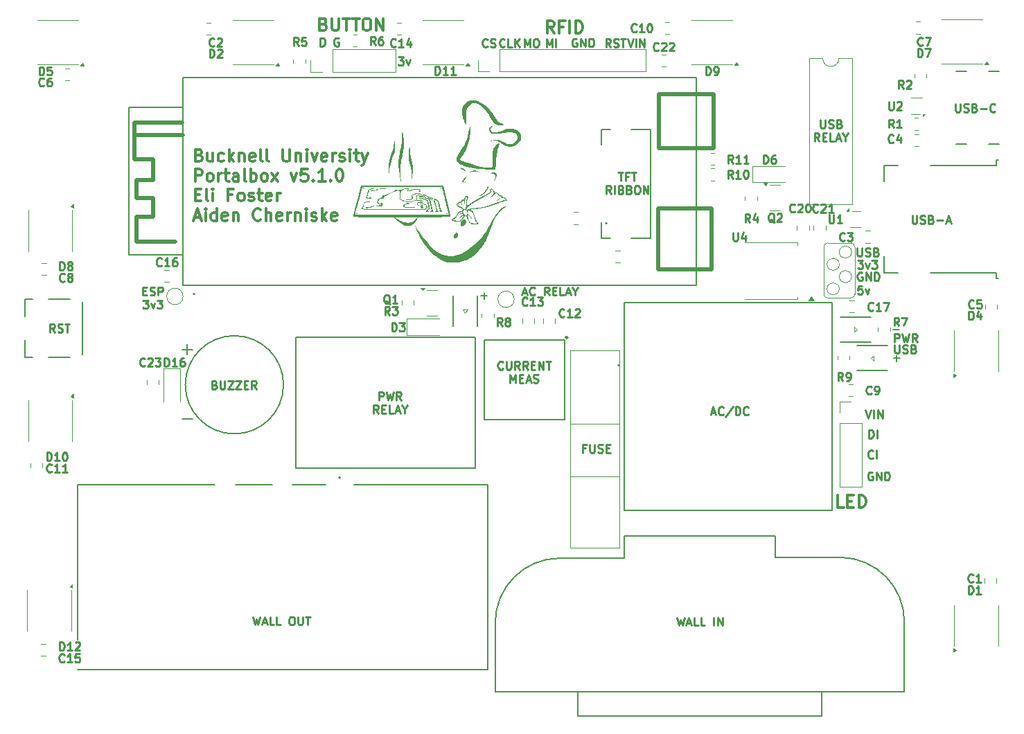
<source format=gbr>
%TF.GenerationSoftware,KiCad,Pcbnew,9.0.1*%
%TF.CreationDate,2025-10-25T18:58:24-04:00*%
%TF.ProjectId,Portal Box 5.1,506f7274-616c-4204-926f-7820352e312e,rev?*%
%TF.SameCoordinates,PX54c81a0PY7eef1e0*%
%TF.FileFunction,Legend,Top*%
%TF.FilePolarity,Positive*%
%FSLAX46Y46*%
G04 Gerber Fmt 4.6, Leading zero omitted, Abs format (unit mm)*
G04 Created by KiCad (PCBNEW 9.0.1) date 2025-10-25 18:58:24*
%MOMM*%
%LPD*%
G01*
G04 APERTURE LIST*
%ADD10C,0.300000*%
%ADD11C,0.250000*%
%ADD12C,0.150000*%
%ADD13C,0.200000*%
%ADD14C,0.120000*%
%ADD15C,0.100000*%
%ADD16C,0.127000*%
%ADD17C,0.500000*%
%ADD18C,0.000000*%
G04 APERTURE END LIST*
D10*
X21979510Y62879634D02*
X22193796Y62808206D01*
X22193796Y62808206D02*
X22265225Y62736777D01*
X22265225Y62736777D02*
X22336653Y62593920D01*
X22336653Y62593920D02*
X22336653Y62379634D01*
X22336653Y62379634D02*
X22265225Y62236777D01*
X22265225Y62236777D02*
X22193796Y62165348D01*
X22193796Y62165348D02*
X22050939Y62093920D01*
X22050939Y62093920D02*
X21479510Y62093920D01*
X21479510Y62093920D02*
X21479510Y63593920D01*
X21479510Y63593920D02*
X21979510Y63593920D01*
X21979510Y63593920D02*
X22122368Y63522491D01*
X22122368Y63522491D02*
X22193796Y63451063D01*
X22193796Y63451063D02*
X22265225Y63308206D01*
X22265225Y63308206D02*
X22265225Y63165348D01*
X22265225Y63165348D02*
X22193796Y63022491D01*
X22193796Y63022491D02*
X22122368Y62951063D01*
X22122368Y62951063D02*
X21979510Y62879634D01*
X21979510Y62879634D02*
X21479510Y62879634D01*
X23622368Y63093920D02*
X23622368Y62093920D01*
X22979510Y63093920D02*
X22979510Y62308206D01*
X22979510Y62308206D02*
X23050939Y62165348D01*
X23050939Y62165348D02*
X23193796Y62093920D01*
X23193796Y62093920D02*
X23408082Y62093920D01*
X23408082Y62093920D02*
X23550939Y62165348D01*
X23550939Y62165348D02*
X23622368Y62236777D01*
X24979511Y62165348D02*
X24836653Y62093920D01*
X24836653Y62093920D02*
X24550939Y62093920D01*
X24550939Y62093920D02*
X24408082Y62165348D01*
X24408082Y62165348D02*
X24336653Y62236777D01*
X24336653Y62236777D02*
X24265225Y62379634D01*
X24265225Y62379634D02*
X24265225Y62808206D01*
X24265225Y62808206D02*
X24336653Y62951063D01*
X24336653Y62951063D02*
X24408082Y63022491D01*
X24408082Y63022491D02*
X24550939Y63093920D01*
X24550939Y63093920D02*
X24836653Y63093920D01*
X24836653Y63093920D02*
X24979511Y63022491D01*
X25622367Y62093920D02*
X25622367Y63593920D01*
X25765225Y62665348D02*
X26193796Y62093920D01*
X26193796Y63093920D02*
X25622367Y62522491D01*
X26836653Y63093920D02*
X26836653Y62093920D01*
X26836653Y62951063D02*
X26908082Y63022491D01*
X26908082Y63022491D02*
X27050939Y63093920D01*
X27050939Y63093920D02*
X27265225Y63093920D01*
X27265225Y63093920D02*
X27408082Y63022491D01*
X27408082Y63022491D02*
X27479511Y62879634D01*
X27479511Y62879634D02*
X27479511Y62093920D01*
X28765225Y62165348D02*
X28622368Y62093920D01*
X28622368Y62093920D02*
X28336654Y62093920D01*
X28336654Y62093920D02*
X28193796Y62165348D01*
X28193796Y62165348D02*
X28122368Y62308206D01*
X28122368Y62308206D02*
X28122368Y62879634D01*
X28122368Y62879634D02*
X28193796Y63022491D01*
X28193796Y63022491D02*
X28336654Y63093920D01*
X28336654Y63093920D02*
X28622368Y63093920D01*
X28622368Y63093920D02*
X28765225Y63022491D01*
X28765225Y63022491D02*
X28836654Y62879634D01*
X28836654Y62879634D02*
X28836654Y62736777D01*
X28836654Y62736777D02*
X28122368Y62593920D01*
X29693796Y62093920D02*
X29550939Y62165348D01*
X29550939Y62165348D02*
X29479510Y62308206D01*
X29479510Y62308206D02*
X29479510Y63593920D01*
X30479510Y62093920D02*
X30336653Y62165348D01*
X30336653Y62165348D02*
X30265224Y62308206D01*
X30265224Y62308206D02*
X30265224Y63593920D01*
X32193795Y63593920D02*
X32193795Y62379634D01*
X32193795Y62379634D02*
X32265224Y62236777D01*
X32265224Y62236777D02*
X32336653Y62165348D01*
X32336653Y62165348D02*
X32479510Y62093920D01*
X32479510Y62093920D02*
X32765224Y62093920D01*
X32765224Y62093920D02*
X32908081Y62165348D01*
X32908081Y62165348D02*
X32979510Y62236777D01*
X32979510Y62236777D02*
X33050938Y62379634D01*
X33050938Y62379634D02*
X33050938Y63593920D01*
X33765224Y63093920D02*
X33765224Y62093920D01*
X33765224Y62951063D02*
X33836653Y63022491D01*
X33836653Y63022491D02*
X33979510Y63093920D01*
X33979510Y63093920D02*
X34193796Y63093920D01*
X34193796Y63093920D02*
X34336653Y63022491D01*
X34336653Y63022491D02*
X34408082Y62879634D01*
X34408082Y62879634D02*
X34408082Y62093920D01*
X35122367Y62093920D02*
X35122367Y63093920D01*
X35122367Y63593920D02*
X35050939Y63522491D01*
X35050939Y63522491D02*
X35122367Y63451063D01*
X35122367Y63451063D02*
X35193796Y63522491D01*
X35193796Y63522491D02*
X35122367Y63593920D01*
X35122367Y63593920D02*
X35122367Y63451063D01*
X35693796Y63093920D02*
X36050939Y62093920D01*
X36050939Y62093920D02*
X36408082Y63093920D01*
X37550939Y62165348D02*
X37408082Y62093920D01*
X37408082Y62093920D02*
X37122368Y62093920D01*
X37122368Y62093920D02*
X36979510Y62165348D01*
X36979510Y62165348D02*
X36908082Y62308206D01*
X36908082Y62308206D02*
X36908082Y62879634D01*
X36908082Y62879634D02*
X36979510Y63022491D01*
X36979510Y63022491D02*
X37122368Y63093920D01*
X37122368Y63093920D02*
X37408082Y63093920D01*
X37408082Y63093920D02*
X37550939Y63022491D01*
X37550939Y63022491D02*
X37622368Y62879634D01*
X37622368Y62879634D02*
X37622368Y62736777D01*
X37622368Y62736777D02*
X36908082Y62593920D01*
X38265224Y62093920D02*
X38265224Y63093920D01*
X38265224Y62808206D02*
X38336653Y62951063D01*
X38336653Y62951063D02*
X38408082Y63022491D01*
X38408082Y63022491D02*
X38550939Y63093920D01*
X38550939Y63093920D02*
X38693796Y63093920D01*
X39122367Y62165348D02*
X39265224Y62093920D01*
X39265224Y62093920D02*
X39550938Y62093920D01*
X39550938Y62093920D02*
X39693795Y62165348D01*
X39693795Y62165348D02*
X39765224Y62308206D01*
X39765224Y62308206D02*
X39765224Y62379634D01*
X39765224Y62379634D02*
X39693795Y62522491D01*
X39693795Y62522491D02*
X39550938Y62593920D01*
X39550938Y62593920D02*
X39336653Y62593920D01*
X39336653Y62593920D02*
X39193795Y62665348D01*
X39193795Y62665348D02*
X39122367Y62808206D01*
X39122367Y62808206D02*
X39122367Y62879634D01*
X39122367Y62879634D02*
X39193795Y63022491D01*
X39193795Y63022491D02*
X39336653Y63093920D01*
X39336653Y63093920D02*
X39550938Y63093920D01*
X39550938Y63093920D02*
X39693795Y63022491D01*
X40408081Y62093920D02*
X40408081Y63093920D01*
X40408081Y63593920D02*
X40336653Y63522491D01*
X40336653Y63522491D02*
X40408081Y63451063D01*
X40408081Y63451063D02*
X40479510Y63522491D01*
X40479510Y63522491D02*
X40408081Y63593920D01*
X40408081Y63593920D02*
X40408081Y63451063D01*
X40908082Y63093920D02*
X41479510Y63093920D01*
X41122367Y63593920D02*
X41122367Y62308206D01*
X41122367Y62308206D02*
X41193796Y62165348D01*
X41193796Y62165348D02*
X41336653Y62093920D01*
X41336653Y62093920D02*
X41479510Y62093920D01*
X41836653Y63093920D02*
X42193796Y62093920D01*
X42550939Y63093920D02*
X42193796Y62093920D01*
X42193796Y62093920D02*
X42050939Y61736777D01*
X42050939Y61736777D02*
X41979510Y61665348D01*
X41979510Y61665348D02*
X41836653Y61593920D01*
X21479510Y59679004D02*
X21479510Y61179004D01*
X21479510Y61179004D02*
X22050939Y61179004D01*
X22050939Y61179004D02*
X22193796Y61107575D01*
X22193796Y61107575D02*
X22265225Y61036147D01*
X22265225Y61036147D02*
X22336653Y60893290D01*
X22336653Y60893290D02*
X22336653Y60679004D01*
X22336653Y60679004D02*
X22265225Y60536147D01*
X22265225Y60536147D02*
X22193796Y60464718D01*
X22193796Y60464718D02*
X22050939Y60393290D01*
X22050939Y60393290D02*
X21479510Y60393290D01*
X23193796Y59679004D02*
X23050939Y59750432D01*
X23050939Y59750432D02*
X22979510Y59821861D01*
X22979510Y59821861D02*
X22908082Y59964718D01*
X22908082Y59964718D02*
X22908082Y60393290D01*
X22908082Y60393290D02*
X22979510Y60536147D01*
X22979510Y60536147D02*
X23050939Y60607575D01*
X23050939Y60607575D02*
X23193796Y60679004D01*
X23193796Y60679004D02*
X23408082Y60679004D01*
X23408082Y60679004D02*
X23550939Y60607575D01*
X23550939Y60607575D02*
X23622368Y60536147D01*
X23622368Y60536147D02*
X23693796Y60393290D01*
X23693796Y60393290D02*
X23693796Y59964718D01*
X23693796Y59964718D02*
X23622368Y59821861D01*
X23622368Y59821861D02*
X23550939Y59750432D01*
X23550939Y59750432D02*
X23408082Y59679004D01*
X23408082Y59679004D02*
X23193796Y59679004D01*
X24336653Y59679004D02*
X24336653Y60679004D01*
X24336653Y60393290D02*
X24408082Y60536147D01*
X24408082Y60536147D02*
X24479511Y60607575D01*
X24479511Y60607575D02*
X24622368Y60679004D01*
X24622368Y60679004D02*
X24765225Y60679004D01*
X25050939Y60679004D02*
X25622367Y60679004D01*
X25265224Y61179004D02*
X25265224Y59893290D01*
X25265224Y59893290D02*
X25336653Y59750432D01*
X25336653Y59750432D02*
X25479510Y59679004D01*
X25479510Y59679004D02*
X25622367Y59679004D01*
X26765225Y59679004D02*
X26765225Y60464718D01*
X26765225Y60464718D02*
X26693796Y60607575D01*
X26693796Y60607575D02*
X26550939Y60679004D01*
X26550939Y60679004D02*
X26265225Y60679004D01*
X26265225Y60679004D02*
X26122367Y60607575D01*
X26765225Y59750432D02*
X26622367Y59679004D01*
X26622367Y59679004D02*
X26265225Y59679004D01*
X26265225Y59679004D02*
X26122367Y59750432D01*
X26122367Y59750432D02*
X26050939Y59893290D01*
X26050939Y59893290D02*
X26050939Y60036147D01*
X26050939Y60036147D02*
X26122367Y60179004D01*
X26122367Y60179004D02*
X26265225Y60250432D01*
X26265225Y60250432D02*
X26622367Y60250432D01*
X26622367Y60250432D02*
X26765225Y60321861D01*
X27693796Y59679004D02*
X27550939Y59750432D01*
X27550939Y59750432D02*
X27479510Y59893290D01*
X27479510Y59893290D02*
X27479510Y61179004D01*
X28265224Y59679004D02*
X28265224Y61179004D01*
X28265224Y60607575D02*
X28408082Y60679004D01*
X28408082Y60679004D02*
X28693796Y60679004D01*
X28693796Y60679004D02*
X28836653Y60607575D01*
X28836653Y60607575D02*
X28908082Y60536147D01*
X28908082Y60536147D02*
X28979510Y60393290D01*
X28979510Y60393290D02*
X28979510Y59964718D01*
X28979510Y59964718D02*
X28908082Y59821861D01*
X28908082Y59821861D02*
X28836653Y59750432D01*
X28836653Y59750432D02*
X28693796Y59679004D01*
X28693796Y59679004D02*
X28408082Y59679004D01*
X28408082Y59679004D02*
X28265224Y59750432D01*
X29836653Y59679004D02*
X29693796Y59750432D01*
X29693796Y59750432D02*
X29622367Y59821861D01*
X29622367Y59821861D02*
X29550939Y59964718D01*
X29550939Y59964718D02*
X29550939Y60393290D01*
X29550939Y60393290D02*
X29622367Y60536147D01*
X29622367Y60536147D02*
X29693796Y60607575D01*
X29693796Y60607575D02*
X29836653Y60679004D01*
X29836653Y60679004D02*
X30050939Y60679004D01*
X30050939Y60679004D02*
X30193796Y60607575D01*
X30193796Y60607575D02*
X30265225Y60536147D01*
X30265225Y60536147D02*
X30336653Y60393290D01*
X30336653Y60393290D02*
X30336653Y59964718D01*
X30336653Y59964718D02*
X30265225Y59821861D01*
X30265225Y59821861D02*
X30193796Y59750432D01*
X30193796Y59750432D02*
X30050939Y59679004D01*
X30050939Y59679004D02*
X29836653Y59679004D01*
X30836653Y59679004D02*
X31622368Y60679004D01*
X30836653Y60679004D02*
X31622368Y59679004D01*
X33193796Y60679004D02*
X33550939Y59679004D01*
X33550939Y59679004D02*
X33908082Y60679004D01*
X35193796Y61179004D02*
X34479510Y61179004D01*
X34479510Y61179004D02*
X34408082Y60464718D01*
X34408082Y60464718D02*
X34479510Y60536147D01*
X34479510Y60536147D02*
X34622368Y60607575D01*
X34622368Y60607575D02*
X34979510Y60607575D01*
X34979510Y60607575D02*
X35122368Y60536147D01*
X35122368Y60536147D02*
X35193796Y60464718D01*
X35193796Y60464718D02*
X35265225Y60321861D01*
X35265225Y60321861D02*
X35265225Y59964718D01*
X35265225Y59964718D02*
X35193796Y59821861D01*
X35193796Y59821861D02*
X35122368Y59750432D01*
X35122368Y59750432D02*
X34979510Y59679004D01*
X34979510Y59679004D02*
X34622368Y59679004D01*
X34622368Y59679004D02*
X34479510Y59750432D01*
X34479510Y59750432D02*
X34408082Y59821861D01*
X35908081Y59821861D02*
X35979510Y59750432D01*
X35979510Y59750432D02*
X35908081Y59679004D01*
X35908081Y59679004D02*
X35836653Y59750432D01*
X35836653Y59750432D02*
X35908081Y59821861D01*
X35908081Y59821861D02*
X35908081Y59679004D01*
X37408082Y59679004D02*
X36550939Y59679004D01*
X36979510Y59679004D02*
X36979510Y61179004D01*
X36979510Y61179004D02*
X36836653Y60964718D01*
X36836653Y60964718D02*
X36693796Y60821861D01*
X36693796Y60821861D02*
X36550939Y60750432D01*
X38050938Y59821861D02*
X38122367Y59750432D01*
X38122367Y59750432D02*
X38050938Y59679004D01*
X38050938Y59679004D02*
X37979510Y59750432D01*
X37979510Y59750432D02*
X38050938Y59821861D01*
X38050938Y59821861D02*
X38050938Y59679004D01*
X39050939Y61179004D02*
X39193796Y61179004D01*
X39193796Y61179004D02*
X39336653Y61107575D01*
X39336653Y61107575D02*
X39408082Y61036147D01*
X39408082Y61036147D02*
X39479510Y60893290D01*
X39479510Y60893290D02*
X39550939Y60607575D01*
X39550939Y60607575D02*
X39550939Y60250432D01*
X39550939Y60250432D02*
X39479510Y59964718D01*
X39479510Y59964718D02*
X39408082Y59821861D01*
X39408082Y59821861D02*
X39336653Y59750432D01*
X39336653Y59750432D02*
X39193796Y59679004D01*
X39193796Y59679004D02*
X39050939Y59679004D01*
X39050939Y59679004D02*
X38908082Y59750432D01*
X38908082Y59750432D02*
X38836653Y59821861D01*
X38836653Y59821861D02*
X38765224Y59964718D01*
X38765224Y59964718D02*
X38693796Y60250432D01*
X38693796Y60250432D02*
X38693796Y60607575D01*
X38693796Y60607575D02*
X38765224Y60893290D01*
X38765224Y60893290D02*
X38836653Y61036147D01*
X38836653Y61036147D02*
X38908082Y61107575D01*
X38908082Y61107575D02*
X39050939Y61179004D01*
X21479510Y58049802D02*
X21979510Y58049802D01*
X22193796Y57264088D02*
X21479510Y57264088D01*
X21479510Y57264088D02*
X21479510Y58764088D01*
X21479510Y58764088D02*
X22193796Y58764088D01*
X23050939Y57264088D02*
X22908082Y57335516D01*
X22908082Y57335516D02*
X22836653Y57478374D01*
X22836653Y57478374D02*
X22836653Y58764088D01*
X23622367Y57264088D02*
X23622367Y58264088D01*
X23622367Y58764088D02*
X23550939Y58692659D01*
X23550939Y58692659D02*
X23622367Y58621231D01*
X23622367Y58621231D02*
X23693796Y58692659D01*
X23693796Y58692659D02*
X23622367Y58764088D01*
X23622367Y58764088D02*
X23622367Y58621231D01*
X25979510Y58049802D02*
X25479510Y58049802D01*
X25479510Y57264088D02*
X25479510Y58764088D01*
X25479510Y58764088D02*
X26193796Y58764088D01*
X26979510Y57264088D02*
X26836653Y57335516D01*
X26836653Y57335516D02*
X26765224Y57406945D01*
X26765224Y57406945D02*
X26693796Y57549802D01*
X26693796Y57549802D02*
X26693796Y57978374D01*
X26693796Y57978374D02*
X26765224Y58121231D01*
X26765224Y58121231D02*
X26836653Y58192659D01*
X26836653Y58192659D02*
X26979510Y58264088D01*
X26979510Y58264088D02*
X27193796Y58264088D01*
X27193796Y58264088D02*
X27336653Y58192659D01*
X27336653Y58192659D02*
X27408082Y58121231D01*
X27408082Y58121231D02*
X27479510Y57978374D01*
X27479510Y57978374D02*
X27479510Y57549802D01*
X27479510Y57549802D02*
X27408082Y57406945D01*
X27408082Y57406945D02*
X27336653Y57335516D01*
X27336653Y57335516D02*
X27193796Y57264088D01*
X27193796Y57264088D02*
X26979510Y57264088D01*
X28050939Y57335516D02*
X28193796Y57264088D01*
X28193796Y57264088D02*
X28479510Y57264088D01*
X28479510Y57264088D02*
X28622367Y57335516D01*
X28622367Y57335516D02*
X28693796Y57478374D01*
X28693796Y57478374D02*
X28693796Y57549802D01*
X28693796Y57549802D02*
X28622367Y57692659D01*
X28622367Y57692659D02*
X28479510Y57764088D01*
X28479510Y57764088D02*
X28265225Y57764088D01*
X28265225Y57764088D02*
X28122367Y57835516D01*
X28122367Y57835516D02*
X28050939Y57978374D01*
X28050939Y57978374D02*
X28050939Y58049802D01*
X28050939Y58049802D02*
X28122367Y58192659D01*
X28122367Y58192659D02*
X28265225Y58264088D01*
X28265225Y58264088D02*
X28479510Y58264088D01*
X28479510Y58264088D02*
X28622367Y58192659D01*
X29122368Y58264088D02*
X29693796Y58264088D01*
X29336653Y58764088D02*
X29336653Y57478374D01*
X29336653Y57478374D02*
X29408082Y57335516D01*
X29408082Y57335516D02*
X29550939Y57264088D01*
X29550939Y57264088D02*
X29693796Y57264088D01*
X30765225Y57335516D02*
X30622368Y57264088D01*
X30622368Y57264088D02*
X30336654Y57264088D01*
X30336654Y57264088D02*
X30193796Y57335516D01*
X30193796Y57335516D02*
X30122368Y57478374D01*
X30122368Y57478374D02*
X30122368Y58049802D01*
X30122368Y58049802D02*
X30193796Y58192659D01*
X30193796Y58192659D02*
X30336654Y58264088D01*
X30336654Y58264088D02*
X30622368Y58264088D01*
X30622368Y58264088D02*
X30765225Y58192659D01*
X30765225Y58192659D02*
X30836654Y58049802D01*
X30836654Y58049802D02*
X30836654Y57906945D01*
X30836654Y57906945D02*
X30122368Y57764088D01*
X31479510Y57264088D02*
X31479510Y58264088D01*
X31479510Y57978374D02*
X31550939Y58121231D01*
X31550939Y58121231D02*
X31622368Y58192659D01*
X31622368Y58192659D02*
X31765225Y58264088D01*
X31765225Y58264088D02*
X31908082Y58264088D01*
X21408082Y55277743D02*
X22122368Y55277743D01*
X21265225Y54849172D02*
X21765225Y56349172D01*
X21765225Y56349172D02*
X22265225Y54849172D01*
X22765224Y54849172D02*
X22765224Y55849172D01*
X22765224Y56349172D02*
X22693796Y56277743D01*
X22693796Y56277743D02*
X22765224Y56206315D01*
X22765224Y56206315D02*
X22836653Y56277743D01*
X22836653Y56277743D02*
X22765224Y56349172D01*
X22765224Y56349172D02*
X22765224Y56206315D01*
X24122368Y54849172D02*
X24122368Y56349172D01*
X24122368Y54920600D02*
X23979510Y54849172D01*
X23979510Y54849172D02*
X23693796Y54849172D01*
X23693796Y54849172D02*
X23550939Y54920600D01*
X23550939Y54920600D02*
X23479510Y54992029D01*
X23479510Y54992029D02*
X23408082Y55134886D01*
X23408082Y55134886D02*
X23408082Y55563458D01*
X23408082Y55563458D02*
X23479510Y55706315D01*
X23479510Y55706315D02*
X23550939Y55777743D01*
X23550939Y55777743D02*
X23693796Y55849172D01*
X23693796Y55849172D02*
X23979510Y55849172D01*
X23979510Y55849172D02*
X24122368Y55777743D01*
X25408082Y54920600D02*
X25265225Y54849172D01*
X25265225Y54849172D02*
X24979511Y54849172D01*
X24979511Y54849172D02*
X24836653Y54920600D01*
X24836653Y54920600D02*
X24765225Y55063458D01*
X24765225Y55063458D02*
X24765225Y55634886D01*
X24765225Y55634886D02*
X24836653Y55777743D01*
X24836653Y55777743D02*
X24979511Y55849172D01*
X24979511Y55849172D02*
X25265225Y55849172D01*
X25265225Y55849172D02*
X25408082Y55777743D01*
X25408082Y55777743D02*
X25479511Y55634886D01*
X25479511Y55634886D02*
X25479511Y55492029D01*
X25479511Y55492029D02*
X24765225Y55349172D01*
X26122367Y55849172D02*
X26122367Y54849172D01*
X26122367Y55706315D02*
X26193796Y55777743D01*
X26193796Y55777743D02*
X26336653Y55849172D01*
X26336653Y55849172D02*
X26550939Y55849172D01*
X26550939Y55849172D02*
X26693796Y55777743D01*
X26693796Y55777743D02*
X26765225Y55634886D01*
X26765225Y55634886D02*
X26765225Y54849172D01*
X29479510Y54992029D02*
X29408082Y54920600D01*
X29408082Y54920600D02*
X29193796Y54849172D01*
X29193796Y54849172D02*
X29050939Y54849172D01*
X29050939Y54849172D02*
X28836653Y54920600D01*
X28836653Y54920600D02*
X28693796Y55063458D01*
X28693796Y55063458D02*
X28622367Y55206315D01*
X28622367Y55206315D02*
X28550939Y55492029D01*
X28550939Y55492029D02*
X28550939Y55706315D01*
X28550939Y55706315D02*
X28622367Y55992029D01*
X28622367Y55992029D02*
X28693796Y56134886D01*
X28693796Y56134886D02*
X28836653Y56277743D01*
X28836653Y56277743D02*
X29050939Y56349172D01*
X29050939Y56349172D02*
X29193796Y56349172D01*
X29193796Y56349172D02*
X29408082Y56277743D01*
X29408082Y56277743D02*
X29479510Y56206315D01*
X30122367Y54849172D02*
X30122367Y56349172D01*
X30765225Y54849172D02*
X30765225Y55634886D01*
X30765225Y55634886D02*
X30693796Y55777743D01*
X30693796Y55777743D02*
X30550939Y55849172D01*
X30550939Y55849172D02*
X30336653Y55849172D01*
X30336653Y55849172D02*
X30193796Y55777743D01*
X30193796Y55777743D02*
X30122367Y55706315D01*
X32050939Y54920600D02*
X31908082Y54849172D01*
X31908082Y54849172D02*
X31622368Y54849172D01*
X31622368Y54849172D02*
X31479510Y54920600D01*
X31479510Y54920600D02*
X31408082Y55063458D01*
X31408082Y55063458D02*
X31408082Y55634886D01*
X31408082Y55634886D02*
X31479510Y55777743D01*
X31479510Y55777743D02*
X31622368Y55849172D01*
X31622368Y55849172D02*
X31908082Y55849172D01*
X31908082Y55849172D02*
X32050939Y55777743D01*
X32050939Y55777743D02*
X32122368Y55634886D01*
X32122368Y55634886D02*
X32122368Y55492029D01*
X32122368Y55492029D02*
X31408082Y55349172D01*
X32765224Y54849172D02*
X32765224Y55849172D01*
X32765224Y55563458D02*
X32836653Y55706315D01*
X32836653Y55706315D02*
X32908082Y55777743D01*
X32908082Y55777743D02*
X33050939Y55849172D01*
X33050939Y55849172D02*
X33193796Y55849172D01*
X33693795Y55849172D02*
X33693795Y54849172D01*
X33693795Y55706315D02*
X33765224Y55777743D01*
X33765224Y55777743D02*
X33908081Y55849172D01*
X33908081Y55849172D02*
X34122367Y55849172D01*
X34122367Y55849172D02*
X34265224Y55777743D01*
X34265224Y55777743D02*
X34336653Y55634886D01*
X34336653Y55634886D02*
X34336653Y54849172D01*
X35050938Y54849172D02*
X35050938Y55849172D01*
X35050938Y56349172D02*
X34979510Y56277743D01*
X34979510Y56277743D02*
X35050938Y56206315D01*
X35050938Y56206315D02*
X35122367Y56277743D01*
X35122367Y56277743D02*
X35050938Y56349172D01*
X35050938Y56349172D02*
X35050938Y56206315D01*
X35693796Y54920600D02*
X35836653Y54849172D01*
X35836653Y54849172D02*
X36122367Y54849172D01*
X36122367Y54849172D02*
X36265224Y54920600D01*
X36265224Y54920600D02*
X36336653Y55063458D01*
X36336653Y55063458D02*
X36336653Y55134886D01*
X36336653Y55134886D02*
X36265224Y55277743D01*
X36265224Y55277743D02*
X36122367Y55349172D01*
X36122367Y55349172D02*
X35908082Y55349172D01*
X35908082Y55349172D02*
X35765224Y55420600D01*
X35765224Y55420600D02*
X35693796Y55563458D01*
X35693796Y55563458D02*
X35693796Y55634886D01*
X35693796Y55634886D02*
X35765224Y55777743D01*
X35765224Y55777743D02*
X35908082Y55849172D01*
X35908082Y55849172D02*
X36122367Y55849172D01*
X36122367Y55849172D02*
X36265224Y55777743D01*
X36979510Y54849172D02*
X36979510Y56349172D01*
X37122368Y55420600D02*
X37550939Y54849172D01*
X37550939Y55849172D02*
X36979510Y55277743D01*
X38765225Y54920600D02*
X38622368Y54849172D01*
X38622368Y54849172D02*
X38336654Y54849172D01*
X38336654Y54849172D02*
X38193796Y54920600D01*
X38193796Y54920600D02*
X38122368Y55063458D01*
X38122368Y55063458D02*
X38122368Y55634886D01*
X38122368Y55634886D02*
X38193796Y55777743D01*
X38193796Y55777743D02*
X38336654Y55849172D01*
X38336654Y55849172D02*
X38622368Y55849172D01*
X38622368Y55849172D02*
X38765225Y55777743D01*
X38765225Y55777743D02*
X38836654Y55634886D01*
X38836654Y55634886D02*
X38836654Y55492029D01*
X38836654Y55492029D02*
X38122368Y55349172D01*
D11*
X5473996Y980620D02*
X5426377Y933000D01*
X5426377Y933000D02*
X5283520Y885381D01*
X5283520Y885381D02*
X5188282Y885381D01*
X5188282Y885381D02*
X5045425Y933000D01*
X5045425Y933000D02*
X4950187Y1028239D01*
X4950187Y1028239D02*
X4902568Y1123477D01*
X4902568Y1123477D02*
X4854949Y1313953D01*
X4854949Y1313953D02*
X4854949Y1456810D01*
X4854949Y1456810D02*
X4902568Y1647286D01*
X4902568Y1647286D02*
X4950187Y1742524D01*
X4950187Y1742524D02*
X5045425Y1837762D01*
X5045425Y1837762D02*
X5188282Y1885381D01*
X5188282Y1885381D02*
X5283520Y1885381D01*
X5283520Y1885381D02*
X5426377Y1837762D01*
X5426377Y1837762D02*
X5473996Y1790143D01*
X6426377Y885381D02*
X5854949Y885381D01*
X6140663Y885381D02*
X6140663Y1885381D01*
X6140663Y1885381D02*
X6045425Y1742524D01*
X6045425Y1742524D02*
X5950187Y1647286D01*
X5950187Y1647286D02*
X5854949Y1599667D01*
X7331139Y1885381D02*
X6854949Y1885381D01*
X6854949Y1885381D02*
X6807330Y1409191D01*
X6807330Y1409191D02*
X6854949Y1456810D01*
X6854949Y1456810D02*
X6950187Y1504429D01*
X6950187Y1504429D02*
X7188282Y1504429D01*
X7188282Y1504429D02*
X7283520Y1456810D01*
X7283520Y1456810D02*
X7331139Y1409191D01*
X7331139Y1409191D02*
X7378758Y1313953D01*
X7378758Y1313953D02*
X7378758Y1075858D01*
X7378758Y1075858D02*
X7331139Y980620D01*
X7331139Y980620D02*
X7283520Y933000D01*
X7283520Y933000D02*
X7188282Y885381D01*
X7188282Y885381D02*
X6950187Y885381D01*
X6950187Y885381D02*
X6854949Y933000D01*
X6854949Y933000D02*
X6807330Y980620D01*
X4927568Y2335381D02*
X4927568Y3335381D01*
X4927568Y3335381D02*
X5165663Y3335381D01*
X5165663Y3335381D02*
X5308520Y3287762D01*
X5308520Y3287762D02*
X5403758Y3192524D01*
X5403758Y3192524D02*
X5451377Y3097286D01*
X5451377Y3097286D02*
X5498996Y2906810D01*
X5498996Y2906810D02*
X5498996Y2763953D01*
X5498996Y2763953D02*
X5451377Y2573477D01*
X5451377Y2573477D02*
X5403758Y2478239D01*
X5403758Y2478239D02*
X5308520Y2383000D01*
X5308520Y2383000D02*
X5165663Y2335381D01*
X5165663Y2335381D02*
X4927568Y2335381D01*
X6451377Y2335381D02*
X5879949Y2335381D01*
X6165663Y2335381D02*
X6165663Y3335381D01*
X6165663Y3335381D02*
X6070425Y3192524D01*
X6070425Y3192524D02*
X5975187Y3097286D01*
X5975187Y3097286D02*
X5879949Y3049667D01*
X6832330Y3240143D02*
X6879949Y3287762D01*
X6879949Y3287762D02*
X6975187Y3335381D01*
X6975187Y3335381D02*
X7213282Y3335381D01*
X7213282Y3335381D02*
X7308520Y3287762D01*
X7308520Y3287762D02*
X7356139Y3240143D01*
X7356139Y3240143D02*
X7403758Y3144905D01*
X7403758Y3144905D02*
X7403758Y3049667D01*
X7403758Y3049667D02*
X7356139Y2906810D01*
X7356139Y2906810D02*
X6784711Y2335381D01*
X6784711Y2335381D02*
X7403758Y2335381D01*
X89273996Y54685381D02*
X88940663Y55161572D01*
X88702568Y54685381D02*
X88702568Y55685381D01*
X88702568Y55685381D02*
X89083520Y55685381D01*
X89083520Y55685381D02*
X89178758Y55637762D01*
X89178758Y55637762D02*
X89226377Y55590143D01*
X89226377Y55590143D02*
X89273996Y55494905D01*
X89273996Y55494905D02*
X89273996Y55352048D01*
X89273996Y55352048D02*
X89226377Y55256810D01*
X89226377Y55256810D02*
X89178758Y55209191D01*
X89178758Y55209191D02*
X89083520Y55161572D01*
X89083520Y55161572D02*
X88702568Y55161572D01*
X90131139Y55352048D02*
X90131139Y54685381D01*
X89893044Y55733000D02*
X89654949Y55018715D01*
X89654949Y55018715D02*
X90273996Y55018715D01*
X106252568Y69410381D02*
X106252568Y68600858D01*
X106252568Y68600858D02*
X106300187Y68505620D01*
X106300187Y68505620D02*
X106347806Y68458000D01*
X106347806Y68458000D02*
X106443044Y68410381D01*
X106443044Y68410381D02*
X106633520Y68410381D01*
X106633520Y68410381D02*
X106728758Y68458000D01*
X106728758Y68458000D02*
X106776377Y68505620D01*
X106776377Y68505620D02*
X106823996Y68600858D01*
X106823996Y68600858D02*
X106823996Y69410381D01*
X107252568Y69315143D02*
X107300187Y69362762D01*
X107300187Y69362762D02*
X107395425Y69410381D01*
X107395425Y69410381D02*
X107633520Y69410381D01*
X107633520Y69410381D02*
X107728758Y69362762D01*
X107728758Y69362762D02*
X107776377Y69315143D01*
X107776377Y69315143D02*
X107823996Y69219905D01*
X107823996Y69219905D02*
X107823996Y69124667D01*
X107823996Y69124667D02*
X107776377Y68981810D01*
X107776377Y68981810D02*
X107204949Y68410381D01*
X107204949Y68410381D02*
X107823996Y68410381D01*
X106848996Y66235381D02*
X106515663Y66711572D01*
X106277568Y66235381D02*
X106277568Y67235381D01*
X106277568Y67235381D02*
X106658520Y67235381D01*
X106658520Y67235381D02*
X106753758Y67187762D01*
X106753758Y67187762D02*
X106801377Y67140143D01*
X106801377Y67140143D02*
X106848996Y67044905D01*
X106848996Y67044905D02*
X106848996Y66902048D01*
X106848996Y66902048D02*
X106801377Y66806810D01*
X106801377Y66806810D02*
X106753758Y66759191D01*
X106753758Y66759191D02*
X106658520Y66711572D01*
X106658520Y66711572D02*
X106277568Y66711572D01*
X107801377Y66235381D02*
X107229949Y66235381D01*
X107515663Y66235381D02*
X107515663Y67235381D01*
X107515663Y67235381D02*
X107420425Y67092524D01*
X107420425Y67092524D02*
X107325187Y66997286D01*
X107325187Y66997286D02*
X107229949Y66949667D01*
X3948996Y24205620D02*
X3901377Y24158000D01*
X3901377Y24158000D02*
X3758520Y24110381D01*
X3758520Y24110381D02*
X3663282Y24110381D01*
X3663282Y24110381D02*
X3520425Y24158000D01*
X3520425Y24158000D02*
X3425187Y24253239D01*
X3425187Y24253239D02*
X3377568Y24348477D01*
X3377568Y24348477D02*
X3329949Y24538953D01*
X3329949Y24538953D02*
X3329949Y24681810D01*
X3329949Y24681810D02*
X3377568Y24872286D01*
X3377568Y24872286D02*
X3425187Y24967524D01*
X3425187Y24967524D02*
X3520425Y25062762D01*
X3520425Y25062762D02*
X3663282Y25110381D01*
X3663282Y25110381D02*
X3758520Y25110381D01*
X3758520Y25110381D02*
X3901377Y25062762D01*
X3901377Y25062762D02*
X3948996Y25015143D01*
X4901377Y24110381D02*
X4329949Y24110381D01*
X4615663Y24110381D02*
X4615663Y25110381D01*
X4615663Y25110381D02*
X4520425Y24967524D01*
X4520425Y24967524D02*
X4425187Y24872286D01*
X4425187Y24872286D02*
X4329949Y24824667D01*
X5853758Y24110381D02*
X5282330Y24110381D01*
X5568044Y24110381D02*
X5568044Y25110381D01*
X5568044Y25110381D02*
X5472806Y24967524D01*
X5472806Y24967524D02*
X5377568Y24872286D01*
X5377568Y24872286D02*
X5282330Y24824667D01*
X87173996Y60035381D02*
X86840663Y60511572D01*
X86602568Y60035381D02*
X86602568Y61035381D01*
X86602568Y61035381D02*
X86983520Y61035381D01*
X86983520Y61035381D02*
X87078758Y60987762D01*
X87078758Y60987762D02*
X87126377Y60940143D01*
X87126377Y60940143D02*
X87173996Y60844905D01*
X87173996Y60844905D02*
X87173996Y60702048D01*
X87173996Y60702048D02*
X87126377Y60606810D01*
X87126377Y60606810D02*
X87078758Y60559191D01*
X87078758Y60559191D02*
X86983520Y60511572D01*
X86983520Y60511572D02*
X86602568Y60511572D01*
X88126377Y60035381D02*
X87554949Y60035381D01*
X87840663Y60035381D02*
X87840663Y61035381D01*
X87840663Y61035381D02*
X87745425Y60892524D01*
X87745425Y60892524D02*
X87650187Y60797286D01*
X87650187Y60797286D02*
X87554949Y60749667D01*
X88745425Y61035381D02*
X88840663Y61035381D01*
X88840663Y61035381D02*
X88935901Y60987762D01*
X88935901Y60987762D02*
X88983520Y60940143D01*
X88983520Y60940143D02*
X89031139Y60844905D01*
X89031139Y60844905D02*
X89078758Y60654429D01*
X89078758Y60654429D02*
X89078758Y60416334D01*
X89078758Y60416334D02*
X89031139Y60225858D01*
X89031139Y60225858D02*
X88983520Y60130620D01*
X88983520Y60130620D02*
X88935901Y60083000D01*
X88935901Y60083000D02*
X88840663Y60035381D01*
X88840663Y60035381D02*
X88745425Y60035381D01*
X88745425Y60035381D02*
X88650187Y60083000D01*
X88650187Y60083000D02*
X88602568Y60130620D01*
X88602568Y60130620D02*
X88554949Y60225858D01*
X88554949Y60225858D02*
X88507330Y60416334D01*
X88507330Y60416334D02*
X88507330Y60654429D01*
X88507330Y60654429D02*
X88554949Y60844905D01*
X88554949Y60844905D02*
X88602568Y60940143D01*
X88602568Y60940143D02*
X88650187Y60987762D01*
X88650187Y60987762D02*
X88745425Y61035381D01*
X104251377Y24087762D02*
X104156139Y24135381D01*
X104156139Y24135381D02*
X104013282Y24135381D01*
X104013282Y24135381D02*
X103870425Y24087762D01*
X103870425Y24087762D02*
X103775187Y23992524D01*
X103775187Y23992524D02*
X103727568Y23897286D01*
X103727568Y23897286D02*
X103679949Y23706810D01*
X103679949Y23706810D02*
X103679949Y23563953D01*
X103679949Y23563953D02*
X103727568Y23373477D01*
X103727568Y23373477D02*
X103775187Y23278239D01*
X103775187Y23278239D02*
X103870425Y23183000D01*
X103870425Y23183000D02*
X104013282Y23135381D01*
X104013282Y23135381D02*
X104108520Y23135381D01*
X104108520Y23135381D02*
X104251377Y23183000D01*
X104251377Y23183000D02*
X104298996Y23230620D01*
X104298996Y23230620D02*
X104298996Y23563953D01*
X104298996Y23563953D02*
X104108520Y23563953D01*
X104727568Y23135381D02*
X104727568Y24135381D01*
X104727568Y24135381D02*
X105298996Y23135381D01*
X105298996Y23135381D02*
X105298996Y24135381D01*
X105775187Y23135381D02*
X105775187Y24135381D01*
X105775187Y24135381D02*
X106013282Y24135381D01*
X106013282Y24135381D02*
X106156139Y24087762D01*
X106156139Y24087762D02*
X106251377Y23992524D01*
X106251377Y23992524D02*
X106298996Y23897286D01*
X106298996Y23897286D02*
X106346615Y23706810D01*
X106346615Y23706810D02*
X106346615Y23563953D01*
X106346615Y23563953D02*
X106298996Y23373477D01*
X106298996Y23373477D02*
X106251377Y23278239D01*
X106251377Y23278239D02*
X106156139Y23183000D01*
X106156139Y23183000D02*
X106013282Y23135381D01*
X106013282Y23135381D02*
X105775187Y23135381D01*
X23252568Y74835381D02*
X23252568Y75835381D01*
X23252568Y75835381D02*
X23490663Y75835381D01*
X23490663Y75835381D02*
X23633520Y75787762D01*
X23633520Y75787762D02*
X23728758Y75692524D01*
X23728758Y75692524D02*
X23776377Y75597286D01*
X23776377Y75597286D02*
X23823996Y75406810D01*
X23823996Y75406810D02*
X23823996Y75263953D01*
X23823996Y75263953D02*
X23776377Y75073477D01*
X23776377Y75073477D02*
X23728758Y74978239D01*
X23728758Y74978239D02*
X23633520Y74883000D01*
X23633520Y74883000D02*
X23490663Y74835381D01*
X23490663Y74835381D02*
X23252568Y74835381D01*
X24204949Y75740143D02*
X24252568Y75787762D01*
X24252568Y75787762D02*
X24347806Y75835381D01*
X24347806Y75835381D02*
X24585901Y75835381D01*
X24585901Y75835381D02*
X24681139Y75787762D01*
X24681139Y75787762D02*
X24728758Y75740143D01*
X24728758Y75740143D02*
X24776377Y75644905D01*
X24776377Y75644905D02*
X24776377Y75549667D01*
X24776377Y75549667D02*
X24728758Y75406810D01*
X24728758Y75406810D02*
X24157330Y74835381D01*
X24157330Y74835381D02*
X24776377Y74835381D01*
X109777568Y74885381D02*
X109777568Y75885381D01*
X109777568Y75885381D02*
X110015663Y75885381D01*
X110015663Y75885381D02*
X110158520Y75837762D01*
X110158520Y75837762D02*
X110253758Y75742524D01*
X110253758Y75742524D02*
X110301377Y75647286D01*
X110301377Y75647286D02*
X110348996Y75456810D01*
X110348996Y75456810D02*
X110348996Y75313953D01*
X110348996Y75313953D02*
X110301377Y75123477D01*
X110301377Y75123477D02*
X110253758Y75028239D01*
X110253758Y75028239D02*
X110158520Y74933000D01*
X110158520Y74933000D02*
X110015663Y74885381D01*
X110015663Y74885381D02*
X109777568Y74885381D01*
X110682330Y75885381D02*
X111348996Y75885381D01*
X111348996Y75885381D02*
X110920425Y74885381D01*
X73179762Y60745325D02*
X73751190Y60745325D01*
X73465476Y59745325D02*
X73465476Y60745325D01*
X74417857Y60269135D02*
X74084524Y60269135D01*
X74084524Y59745325D02*
X74084524Y60745325D01*
X74084524Y60745325D02*
X74560714Y60745325D01*
X74798810Y60745325D02*
X75370238Y60745325D01*
X75084524Y59745325D02*
X75084524Y60745325D01*
X72298809Y58135381D02*
X71965476Y58611572D01*
X71727381Y58135381D02*
X71727381Y59135381D01*
X71727381Y59135381D02*
X72108333Y59135381D01*
X72108333Y59135381D02*
X72203571Y59087762D01*
X72203571Y59087762D02*
X72251190Y59040143D01*
X72251190Y59040143D02*
X72298809Y58944905D01*
X72298809Y58944905D02*
X72298809Y58802048D01*
X72298809Y58802048D02*
X72251190Y58706810D01*
X72251190Y58706810D02*
X72203571Y58659191D01*
X72203571Y58659191D02*
X72108333Y58611572D01*
X72108333Y58611572D02*
X71727381Y58611572D01*
X72727381Y58135381D02*
X72727381Y59135381D01*
X73536904Y58659191D02*
X73679761Y58611572D01*
X73679761Y58611572D02*
X73727380Y58563953D01*
X73727380Y58563953D02*
X73774999Y58468715D01*
X73774999Y58468715D02*
X73774999Y58325858D01*
X73774999Y58325858D02*
X73727380Y58230620D01*
X73727380Y58230620D02*
X73679761Y58183000D01*
X73679761Y58183000D02*
X73584523Y58135381D01*
X73584523Y58135381D02*
X73203571Y58135381D01*
X73203571Y58135381D02*
X73203571Y59135381D01*
X73203571Y59135381D02*
X73536904Y59135381D01*
X73536904Y59135381D02*
X73632142Y59087762D01*
X73632142Y59087762D02*
X73679761Y59040143D01*
X73679761Y59040143D02*
X73727380Y58944905D01*
X73727380Y58944905D02*
X73727380Y58849667D01*
X73727380Y58849667D02*
X73679761Y58754429D01*
X73679761Y58754429D02*
X73632142Y58706810D01*
X73632142Y58706810D02*
X73536904Y58659191D01*
X73536904Y58659191D02*
X73203571Y58659191D01*
X74536904Y58659191D02*
X74679761Y58611572D01*
X74679761Y58611572D02*
X74727380Y58563953D01*
X74727380Y58563953D02*
X74774999Y58468715D01*
X74774999Y58468715D02*
X74774999Y58325858D01*
X74774999Y58325858D02*
X74727380Y58230620D01*
X74727380Y58230620D02*
X74679761Y58183000D01*
X74679761Y58183000D02*
X74584523Y58135381D01*
X74584523Y58135381D02*
X74203571Y58135381D01*
X74203571Y58135381D02*
X74203571Y59135381D01*
X74203571Y59135381D02*
X74536904Y59135381D01*
X74536904Y59135381D02*
X74632142Y59087762D01*
X74632142Y59087762D02*
X74679761Y59040143D01*
X74679761Y59040143D02*
X74727380Y58944905D01*
X74727380Y58944905D02*
X74727380Y58849667D01*
X74727380Y58849667D02*
X74679761Y58754429D01*
X74679761Y58754429D02*
X74632142Y58706810D01*
X74632142Y58706810D02*
X74536904Y58659191D01*
X74536904Y58659191D02*
X74203571Y58659191D01*
X75394047Y59135381D02*
X75584523Y59135381D01*
X75584523Y59135381D02*
X75679761Y59087762D01*
X75679761Y59087762D02*
X75774999Y58992524D01*
X75774999Y58992524D02*
X75822618Y58802048D01*
X75822618Y58802048D02*
X75822618Y58468715D01*
X75822618Y58468715D02*
X75774999Y58278239D01*
X75774999Y58278239D02*
X75679761Y58183000D01*
X75679761Y58183000D02*
X75584523Y58135381D01*
X75584523Y58135381D02*
X75394047Y58135381D01*
X75394047Y58135381D02*
X75298809Y58183000D01*
X75298809Y58183000D02*
X75203571Y58278239D01*
X75203571Y58278239D02*
X75155952Y58468715D01*
X75155952Y58468715D02*
X75155952Y58802048D01*
X75155952Y58802048D02*
X75203571Y58992524D01*
X75203571Y58992524D02*
X75298809Y59087762D01*
X75298809Y59087762D02*
X75394047Y59135381D01*
X76251190Y58135381D02*
X76251190Y59135381D01*
X76251190Y59135381D02*
X76822618Y58135381D01*
X76822618Y58135381D02*
X76822618Y59135381D01*
X104123996Y33730620D02*
X104076377Y33683000D01*
X104076377Y33683000D02*
X103933520Y33635381D01*
X103933520Y33635381D02*
X103838282Y33635381D01*
X103838282Y33635381D02*
X103695425Y33683000D01*
X103695425Y33683000D02*
X103600187Y33778239D01*
X103600187Y33778239D02*
X103552568Y33873477D01*
X103552568Y33873477D02*
X103504949Y34063953D01*
X103504949Y34063953D02*
X103504949Y34206810D01*
X103504949Y34206810D02*
X103552568Y34397286D01*
X103552568Y34397286D02*
X103600187Y34492524D01*
X103600187Y34492524D02*
X103695425Y34587762D01*
X103695425Y34587762D02*
X103838282Y34635381D01*
X103838282Y34635381D02*
X103933520Y34635381D01*
X103933520Y34635381D02*
X104076377Y34587762D01*
X104076377Y34587762D02*
X104123996Y34540143D01*
X104600187Y33635381D02*
X104790663Y33635381D01*
X104790663Y33635381D02*
X104885901Y33683000D01*
X104885901Y33683000D02*
X104933520Y33730620D01*
X104933520Y33730620D02*
X105028758Y33873477D01*
X105028758Y33873477D02*
X105076377Y34063953D01*
X105076377Y34063953D02*
X105076377Y34444905D01*
X105076377Y34444905D02*
X105028758Y34540143D01*
X105028758Y34540143D02*
X104981139Y34587762D01*
X104981139Y34587762D02*
X104885901Y34635381D01*
X104885901Y34635381D02*
X104695425Y34635381D01*
X104695425Y34635381D02*
X104600187Y34587762D01*
X104600187Y34587762D02*
X104552568Y34540143D01*
X104552568Y34540143D02*
X104504949Y34444905D01*
X104504949Y34444905D02*
X104504949Y34206810D01*
X104504949Y34206810D02*
X104552568Y34111572D01*
X104552568Y34111572D02*
X104600187Y34063953D01*
X104600187Y34063953D02*
X104695425Y34016334D01*
X104695425Y34016334D02*
X104885901Y34016334D01*
X104885901Y34016334D02*
X104981139Y34063953D01*
X104981139Y34063953D02*
X105028758Y34111572D01*
X105028758Y34111572D02*
X105076377Y34206810D01*
X17727568Y37060381D02*
X17727568Y38060381D01*
X17727568Y38060381D02*
X17965663Y38060381D01*
X17965663Y38060381D02*
X18108520Y38012762D01*
X18108520Y38012762D02*
X18203758Y37917524D01*
X18203758Y37917524D02*
X18251377Y37822286D01*
X18251377Y37822286D02*
X18298996Y37631810D01*
X18298996Y37631810D02*
X18298996Y37488953D01*
X18298996Y37488953D02*
X18251377Y37298477D01*
X18251377Y37298477D02*
X18203758Y37203239D01*
X18203758Y37203239D02*
X18108520Y37108000D01*
X18108520Y37108000D02*
X17965663Y37060381D01*
X17965663Y37060381D02*
X17727568Y37060381D01*
X19251377Y37060381D02*
X18679949Y37060381D01*
X18965663Y37060381D02*
X18965663Y38060381D01*
X18965663Y38060381D02*
X18870425Y37917524D01*
X18870425Y37917524D02*
X18775187Y37822286D01*
X18775187Y37822286D02*
X18679949Y37774667D01*
X20108520Y38060381D02*
X19918044Y38060381D01*
X19918044Y38060381D02*
X19822806Y38012762D01*
X19822806Y38012762D02*
X19775187Y37965143D01*
X19775187Y37965143D02*
X19679949Y37822286D01*
X19679949Y37822286D02*
X19632330Y37631810D01*
X19632330Y37631810D02*
X19632330Y37250858D01*
X19632330Y37250858D02*
X19679949Y37155620D01*
X19679949Y37155620D02*
X19727568Y37108000D01*
X19727568Y37108000D02*
X19822806Y37060381D01*
X19822806Y37060381D02*
X20013282Y37060381D01*
X20013282Y37060381D02*
X20108520Y37108000D01*
X20108520Y37108000D02*
X20156139Y37155620D01*
X20156139Y37155620D02*
X20203758Y37250858D01*
X20203758Y37250858D02*
X20203758Y37488953D01*
X20203758Y37488953D02*
X20156139Y37584191D01*
X20156139Y37584191D02*
X20108520Y37631810D01*
X20108520Y37631810D02*
X20013282Y37679429D01*
X20013282Y37679429D02*
X19822806Y37679429D01*
X19822806Y37679429D02*
X19727568Y37631810D01*
X19727568Y37631810D02*
X19679949Y37584191D01*
X19679949Y37584191D02*
X19632330Y37488953D01*
X98952568Y55560381D02*
X98952568Y54750858D01*
X98952568Y54750858D02*
X99000187Y54655620D01*
X99000187Y54655620D02*
X99047806Y54608000D01*
X99047806Y54608000D02*
X99143044Y54560381D01*
X99143044Y54560381D02*
X99333520Y54560381D01*
X99333520Y54560381D02*
X99428758Y54608000D01*
X99428758Y54608000D02*
X99476377Y54655620D01*
X99476377Y54655620D02*
X99523996Y54750858D01*
X99523996Y54750858D02*
X99523996Y55560381D01*
X100523996Y54560381D02*
X99952568Y54560381D01*
X100238282Y54560381D02*
X100238282Y55560381D01*
X100238282Y55560381D02*
X100143044Y55417524D01*
X100143044Y55417524D02*
X100047806Y55322286D01*
X100047806Y55322286D02*
X99952568Y55274667D01*
X94748996Y56005620D02*
X94701377Y55958000D01*
X94701377Y55958000D02*
X94558520Y55910381D01*
X94558520Y55910381D02*
X94463282Y55910381D01*
X94463282Y55910381D02*
X94320425Y55958000D01*
X94320425Y55958000D02*
X94225187Y56053239D01*
X94225187Y56053239D02*
X94177568Y56148477D01*
X94177568Y56148477D02*
X94129949Y56338953D01*
X94129949Y56338953D02*
X94129949Y56481810D01*
X94129949Y56481810D02*
X94177568Y56672286D01*
X94177568Y56672286D02*
X94225187Y56767524D01*
X94225187Y56767524D02*
X94320425Y56862762D01*
X94320425Y56862762D02*
X94463282Y56910381D01*
X94463282Y56910381D02*
X94558520Y56910381D01*
X94558520Y56910381D02*
X94701377Y56862762D01*
X94701377Y56862762D02*
X94748996Y56815143D01*
X95129949Y56815143D02*
X95177568Y56862762D01*
X95177568Y56862762D02*
X95272806Y56910381D01*
X95272806Y56910381D02*
X95510901Y56910381D01*
X95510901Y56910381D02*
X95606139Y56862762D01*
X95606139Y56862762D02*
X95653758Y56815143D01*
X95653758Y56815143D02*
X95701377Y56719905D01*
X95701377Y56719905D02*
X95701377Y56624667D01*
X95701377Y56624667D02*
X95653758Y56481810D01*
X95653758Y56481810D02*
X95082330Y55910381D01*
X95082330Y55910381D02*
X95701377Y55910381D01*
X96320425Y56910381D02*
X96415663Y56910381D01*
X96415663Y56910381D02*
X96510901Y56862762D01*
X96510901Y56862762D02*
X96558520Y56815143D01*
X96558520Y56815143D02*
X96606139Y56719905D01*
X96606139Y56719905D02*
X96653758Y56529429D01*
X96653758Y56529429D02*
X96653758Y56291334D01*
X96653758Y56291334D02*
X96606139Y56100858D01*
X96606139Y56100858D02*
X96558520Y56005620D01*
X96558520Y56005620D02*
X96510901Y55958000D01*
X96510901Y55958000D02*
X96415663Y55910381D01*
X96415663Y55910381D02*
X96320425Y55910381D01*
X96320425Y55910381D02*
X96225187Y55958000D01*
X96225187Y55958000D02*
X96177568Y56005620D01*
X96177568Y56005620D02*
X96129949Y56100858D01*
X96129949Y56100858D02*
X96082330Y56291334D01*
X96082330Y56291334D02*
X96082330Y56529429D01*
X96082330Y56529429D02*
X96129949Y56719905D01*
X96129949Y56719905D02*
X96177568Y56815143D01*
X96177568Y56815143D02*
X96225187Y56862762D01*
X96225187Y56862762D02*
X96320425Y56910381D01*
X59298996Y76180620D02*
X59251377Y76133000D01*
X59251377Y76133000D02*
X59108520Y76085381D01*
X59108520Y76085381D02*
X59013282Y76085381D01*
X59013282Y76085381D02*
X58870425Y76133000D01*
X58870425Y76133000D02*
X58775187Y76228239D01*
X58775187Y76228239D02*
X58727568Y76323477D01*
X58727568Y76323477D02*
X58679949Y76513953D01*
X58679949Y76513953D02*
X58679949Y76656810D01*
X58679949Y76656810D02*
X58727568Y76847286D01*
X58727568Y76847286D02*
X58775187Y76942524D01*
X58775187Y76942524D02*
X58870425Y77037762D01*
X58870425Y77037762D02*
X59013282Y77085381D01*
X59013282Y77085381D02*
X59108520Y77085381D01*
X59108520Y77085381D02*
X59251377Y77037762D01*
X59251377Y77037762D02*
X59298996Y76990143D01*
X60203758Y76085381D02*
X59727568Y76085381D01*
X59727568Y76085381D02*
X59727568Y77085381D01*
X60537092Y76085381D02*
X60537092Y77085381D01*
X61108520Y76085381D02*
X60679949Y76656810D01*
X61108520Y77085381D02*
X60537092Y76513953D01*
X103409711Y31735381D02*
X103743044Y30735381D01*
X103743044Y30735381D02*
X104076377Y31735381D01*
X104409711Y30735381D02*
X104409711Y31735381D01*
X104885901Y30735381D02*
X104885901Y31735381D01*
X104885901Y31735381D02*
X105457329Y30735381D01*
X105457329Y30735381D02*
X105457329Y31735381D01*
X74334711Y77085381D02*
X74668044Y76085381D01*
X74668044Y76085381D02*
X75001377Y77085381D01*
X75334711Y76085381D02*
X75334711Y77085381D01*
X75810901Y76085381D02*
X75810901Y77085381D01*
X75810901Y77085381D02*
X76382329Y76085381D01*
X76382329Y76085381D02*
X76382329Y77085381D01*
X100848996Y52480620D02*
X100801377Y52433000D01*
X100801377Y52433000D02*
X100658520Y52385381D01*
X100658520Y52385381D02*
X100563282Y52385381D01*
X100563282Y52385381D02*
X100420425Y52433000D01*
X100420425Y52433000D02*
X100325187Y52528239D01*
X100325187Y52528239D02*
X100277568Y52623477D01*
X100277568Y52623477D02*
X100229949Y52813953D01*
X100229949Y52813953D02*
X100229949Y52956810D01*
X100229949Y52956810D02*
X100277568Y53147286D01*
X100277568Y53147286D02*
X100325187Y53242524D01*
X100325187Y53242524D02*
X100420425Y53337762D01*
X100420425Y53337762D02*
X100563282Y53385381D01*
X100563282Y53385381D02*
X100658520Y53385381D01*
X100658520Y53385381D02*
X100801377Y53337762D01*
X100801377Y53337762D02*
X100848996Y53290143D01*
X101182330Y53385381D02*
X101801377Y53385381D01*
X101801377Y53385381D02*
X101468044Y53004429D01*
X101468044Y53004429D02*
X101610901Y53004429D01*
X101610901Y53004429D02*
X101706139Y52956810D01*
X101706139Y52956810D02*
X101753758Y52909191D01*
X101753758Y52909191D02*
X101801377Y52813953D01*
X101801377Y52813953D02*
X101801377Y52575858D01*
X101801377Y52575858D02*
X101753758Y52480620D01*
X101753758Y52480620D02*
X101706139Y52433000D01*
X101706139Y52433000D02*
X101610901Y52385381D01*
X101610901Y52385381D02*
X101325187Y52385381D01*
X101325187Y52385381D02*
X101229949Y52433000D01*
X101229949Y52433000D02*
X101182330Y52480620D01*
X80382330Y6360381D02*
X80620425Y5360381D01*
X80620425Y5360381D02*
X80810901Y6074667D01*
X80810901Y6074667D02*
X81001377Y5360381D01*
X81001377Y5360381D02*
X81239473Y6360381D01*
X81572806Y5646096D02*
X82048996Y5646096D01*
X81477568Y5360381D02*
X81810901Y6360381D01*
X81810901Y6360381D02*
X82144234Y5360381D01*
X82953758Y5360381D02*
X82477568Y5360381D01*
X82477568Y5360381D02*
X82477568Y6360381D01*
X83763282Y5360381D02*
X83287092Y5360381D01*
X83287092Y5360381D02*
X83287092Y6360381D01*
X84858521Y5360381D02*
X84858521Y6360381D01*
X85334711Y5360381D02*
X85334711Y6360381D01*
X85334711Y6360381D02*
X85906139Y5360381D01*
X85906139Y5360381D02*
X85906139Y6360381D01*
X114402568Y69160381D02*
X114402568Y68350858D01*
X114402568Y68350858D02*
X114450187Y68255620D01*
X114450187Y68255620D02*
X114497806Y68208000D01*
X114497806Y68208000D02*
X114593044Y68160381D01*
X114593044Y68160381D02*
X114783520Y68160381D01*
X114783520Y68160381D02*
X114878758Y68208000D01*
X114878758Y68208000D02*
X114926377Y68255620D01*
X114926377Y68255620D02*
X114973996Y68350858D01*
X114973996Y68350858D02*
X114973996Y69160381D01*
X115402568Y68208000D02*
X115545425Y68160381D01*
X115545425Y68160381D02*
X115783520Y68160381D01*
X115783520Y68160381D02*
X115878758Y68208000D01*
X115878758Y68208000D02*
X115926377Y68255620D01*
X115926377Y68255620D02*
X115973996Y68350858D01*
X115973996Y68350858D02*
X115973996Y68446096D01*
X115973996Y68446096D02*
X115926377Y68541334D01*
X115926377Y68541334D02*
X115878758Y68588953D01*
X115878758Y68588953D02*
X115783520Y68636572D01*
X115783520Y68636572D02*
X115593044Y68684191D01*
X115593044Y68684191D02*
X115497806Y68731810D01*
X115497806Y68731810D02*
X115450187Y68779429D01*
X115450187Y68779429D02*
X115402568Y68874667D01*
X115402568Y68874667D02*
X115402568Y68969905D01*
X115402568Y68969905D02*
X115450187Y69065143D01*
X115450187Y69065143D02*
X115497806Y69112762D01*
X115497806Y69112762D02*
X115593044Y69160381D01*
X115593044Y69160381D02*
X115831139Y69160381D01*
X115831139Y69160381D02*
X115973996Y69112762D01*
X116735901Y68684191D02*
X116878758Y68636572D01*
X116878758Y68636572D02*
X116926377Y68588953D01*
X116926377Y68588953D02*
X116973996Y68493715D01*
X116973996Y68493715D02*
X116973996Y68350858D01*
X116973996Y68350858D02*
X116926377Y68255620D01*
X116926377Y68255620D02*
X116878758Y68208000D01*
X116878758Y68208000D02*
X116783520Y68160381D01*
X116783520Y68160381D02*
X116402568Y68160381D01*
X116402568Y68160381D02*
X116402568Y69160381D01*
X116402568Y69160381D02*
X116735901Y69160381D01*
X116735901Y69160381D02*
X116831139Y69112762D01*
X116831139Y69112762D02*
X116878758Y69065143D01*
X116878758Y69065143D02*
X116926377Y68969905D01*
X116926377Y68969905D02*
X116926377Y68874667D01*
X116926377Y68874667D02*
X116878758Y68779429D01*
X116878758Y68779429D02*
X116831139Y68731810D01*
X116831139Y68731810D02*
X116735901Y68684191D01*
X116735901Y68684191D02*
X116402568Y68684191D01*
X117402568Y68541334D02*
X118164473Y68541334D01*
X119212091Y68255620D02*
X119164472Y68208000D01*
X119164472Y68208000D02*
X119021615Y68160381D01*
X119021615Y68160381D02*
X118926377Y68160381D01*
X118926377Y68160381D02*
X118783520Y68208000D01*
X118783520Y68208000D02*
X118688282Y68303239D01*
X118688282Y68303239D02*
X118640663Y68398477D01*
X118640663Y68398477D02*
X118593044Y68588953D01*
X118593044Y68588953D02*
X118593044Y68731810D01*
X118593044Y68731810D02*
X118640663Y68922286D01*
X118640663Y68922286D02*
X118688282Y69017524D01*
X118688282Y69017524D02*
X118783520Y69112762D01*
X118783520Y69112762D02*
X118926377Y69160381D01*
X118926377Y69160381D02*
X119021615Y69160381D01*
X119021615Y69160381D02*
X119164472Y69112762D01*
X119164472Y69112762D02*
X119212091Y69065143D01*
X4952568Y48810381D02*
X4952568Y49810381D01*
X4952568Y49810381D02*
X5190663Y49810381D01*
X5190663Y49810381D02*
X5333520Y49762762D01*
X5333520Y49762762D02*
X5428758Y49667524D01*
X5428758Y49667524D02*
X5476377Y49572286D01*
X5476377Y49572286D02*
X5523996Y49381810D01*
X5523996Y49381810D02*
X5523996Y49238953D01*
X5523996Y49238953D02*
X5476377Y49048477D01*
X5476377Y49048477D02*
X5428758Y48953239D01*
X5428758Y48953239D02*
X5333520Y48858000D01*
X5333520Y48858000D02*
X5190663Y48810381D01*
X5190663Y48810381D02*
X4952568Y48810381D01*
X6095425Y49381810D02*
X6000187Y49429429D01*
X6000187Y49429429D02*
X5952568Y49477048D01*
X5952568Y49477048D02*
X5904949Y49572286D01*
X5904949Y49572286D02*
X5904949Y49619905D01*
X5904949Y49619905D02*
X5952568Y49715143D01*
X5952568Y49715143D02*
X6000187Y49762762D01*
X6000187Y49762762D02*
X6095425Y49810381D01*
X6095425Y49810381D02*
X6285901Y49810381D01*
X6285901Y49810381D02*
X6381139Y49762762D01*
X6381139Y49762762D02*
X6428758Y49715143D01*
X6428758Y49715143D02*
X6476377Y49619905D01*
X6476377Y49619905D02*
X6476377Y49572286D01*
X6476377Y49572286D02*
X6428758Y49477048D01*
X6428758Y49477048D02*
X6381139Y49429429D01*
X6381139Y49429429D02*
X6285901Y49381810D01*
X6285901Y49381810D02*
X6095425Y49381810D01*
X6095425Y49381810D02*
X6000187Y49334191D01*
X6000187Y49334191D02*
X5952568Y49286572D01*
X5952568Y49286572D02*
X5904949Y49191334D01*
X5904949Y49191334D02*
X5904949Y49000858D01*
X5904949Y49000858D02*
X5952568Y48905620D01*
X5952568Y48905620D02*
X6000187Y48858000D01*
X6000187Y48858000D02*
X6095425Y48810381D01*
X6095425Y48810381D02*
X6285901Y48810381D01*
X6285901Y48810381D02*
X6381139Y48858000D01*
X6381139Y48858000D02*
X6428758Y48905620D01*
X6428758Y48905620D02*
X6476377Y49000858D01*
X6476377Y49000858D02*
X6476377Y49191334D01*
X6476377Y49191334D02*
X6428758Y49286572D01*
X6428758Y49286572D02*
X6381139Y49334191D01*
X6381139Y49334191D02*
X6285901Y49381810D01*
X103802568Y28285381D02*
X103802568Y29285381D01*
X103802568Y29285381D02*
X104040663Y29285381D01*
X104040663Y29285381D02*
X104183520Y29237762D01*
X104183520Y29237762D02*
X104278758Y29142524D01*
X104278758Y29142524D02*
X104326377Y29047286D01*
X104326377Y29047286D02*
X104373996Y28856810D01*
X104373996Y28856810D02*
X104373996Y28713953D01*
X104373996Y28713953D02*
X104326377Y28523477D01*
X104326377Y28523477D02*
X104278758Y28428239D01*
X104278758Y28428239D02*
X104183520Y28333000D01*
X104183520Y28333000D02*
X104040663Y28285381D01*
X104040663Y28285381D02*
X103802568Y28285381D01*
X104802568Y28285381D02*
X104802568Y29285381D01*
X108023996Y71010381D02*
X107690663Y71486572D01*
X107452568Y71010381D02*
X107452568Y72010381D01*
X107452568Y72010381D02*
X107833520Y72010381D01*
X107833520Y72010381D02*
X107928758Y71962762D01*
X107928758Y71962762D02*
X107976377Y71915143D01*
X107976377Y71915143D02*
X108023996Y71819905D01*
X108023996Y71819905D02*
X108023996Y71677048D01*
X108023996Y71677048D02*
X107976377Y71581810D01*
X107976377Y71581810D02*
X107928758Y71534191D01*
X107928758Y71534191D02*
X107833520Y71486572D01*
X107833520Y71486572D02*
X107452568Y71486572D01*
X108404949Y71915143D02*
X108452568Y71962762D01*
X108452568Y71962762D02*
X108547806Y72010381D01*
X108547806Y72010381D02*
X108785901Y72010381D01*
X108785901Y72010381D02*
X108881139Y71962762D01*
X108881139Y71962762D02*
X108928758Y71915143D01*
X108928758Y71915143D02*
X108976377Y71819905D01*
X108976377Y71819905D02*
X108976377Y71724667D01*
X108976377Y71724667D02*
X108928758Y71581810D01*
X108928758Y71581810D02*
X108357330Y71010381D01*
X108357330Y71010381D02*
X108976377Y71010381D01*
X107473996Y42010381D02*
X107140663Y42486572D01*
X106902568Y42010381D02*
X106902568Y43010381D01*
X106902568Y43010381D02*
X107283520Y43010381D01*
X107283520Y43010381D02*
X107378758Y42962762D01*
X107378758Y42962762D02*
X107426377Y42915143D01*
X107426377Y42915143D02*
X107473996Y42819905D01*
X107473996Y42819905D02*
X107473996Y42677048D01*
X107473996Y42677048D02*
X107426377Y42581810D01*
X107426377Y42581810D02*
X107378758Y42534191D01*
X107378758Y42534191D02*
X107283520Y42486572D01*
X107283520Y42486572D02*
X106902568Y42486572D01*
X107807330Y43010381D02*
X108473996Y43010381D01*
X108473996Y43010381D02*
X108045425Y42010381D01*
X97573996Y55980620D02*
X97526377Y55933000D01*
X97526377Y55933000D02*
X97383520Y55885381D01*
X97383520Y55885381D02*
X97288282Y55885381D01*
X97288282Y55885381D02*
X97145425Y55933000D01*
X97145425Y55933000D02*
X97050187Y56028239D01*
X97050187Y56028239D02*
X97002568Y56123477D01*
X97002568Y56123477D02*
X96954949Y56313953D01*
X96954949Y56313953D02*
X96954949Y56456810D01*
X96954949Y56456810D02*
X97002568Y56647286D01*
X97002568Y56647286D02*
X97050187Y56742524D01*
X97050187Y56742524D02*
X97145425Y56837762D01*
X97145425Y56837762D02*
X97288282Y56885381D01*
X97288282Y56885381D02*
X97383520Y56885381D01*
X97383520Y56885381D02*
X97526377Y56837762D01*
X97526377Y56837762D02*
X97573996Y56790143D01*
X97954949Y56790143D02*
X98002568Y56837762D01*
X98002568Y56837762D02*
X98097806Y56885381D01*
X98097806Y56885381D02*
X98335901Y56885381D01*
X98335901Y56885381D02*
X98431139Y56837762D01*
X98431139Y56837762D02*
X98478758Y56790143D01*
X98478758Y56790143D02*
X98526377Y56694905D01*
X98526377Y56694905D02*
X98526377Y56599667D01*
X98526377Y56599667D02*
X98478758Y56456810D01*
X98478758Y56456810D02*
X97907330Y55885381D01*
X97907330Y55885381D02*
X98526377Y55885381D01*
X99478758Y55885381D02*
X98907330Y55885381D01*
X99193044Y55885381D02*
X99193044Y56885381D01*
X99193044Y56885381D02*
X99097806Y56742524D01*
X99097806Y56742524D02*
X99002568Y56647286D01*
X99002568Y56647286D02*
X98907330Y56599667D01*
X106798996Y64480620D02*
X106751377Y64433000D01*
X106751377Y64433000D02*
X106608520Y64385381D01*
X106608520Y64385381D02*
X106513282Y64385381D01*
X106513282Y64385381D02*
X106370425Y64433000D01*
X106370425Y64433000D02*
X106275187Y64528239D01*
X106275187Y64528239D02*
X106227568Y64623477D01*
X106227568Y64623477D02*
X106179949Y64813953D01*
X106179949Y64813953D02*
X106179949Y64956810D01*
X106179949Y64956810D02*
X106227568Y65147286D01*
X106227568Y65147286D02*
X106275187Y65242524D01*
X106275187Y65242524D02*
X106370425Y65337762D01*
X106370425Y65337762D02*
X106513282Y65385381D01*
X106513282Y65385381D02*
X106608520Y65385381D01*
X106608520Y65385381D02*
X106751377Y65337762D01*
X106751377Y65337762D02*
X106798996Y65290143D01*
X107656139Y65052048D02*
X107656139Y64385381D01*
X107418044Y65433000D02*
X107179949Y64718715D01*
X107179949Y64718715D02*
X107798996Y64718715D01*
X17373996Y49405620D02*
X17326377Y49358000D01*
X17326377Y49358000D02*
X17183520Y49310381D01*
X17183520Y49310381D02*
X17088282Y49310381D01*
X17088282Y49310381D02*
X16945425Y49358000D01*
X16945425Y49358000D02*
X16850187Y49453239D01*
X16850187Y49453239D02*
X16802568Y49548477D01*
X16802568Y49548477D02*
X16754949Y49738953D01*
X16754949Y49738953D02*
X16754949Y49881810D01*
X16754949Y49881810D02*
X16802568Y50072286D01*
X16802568Y50072286D02*
X16850187Y50167524D01*
X16850187Y50167524D02*
X16945425Y50262762D01*
X16945425Y50262762D02*
X17088282Y50310381D01*
X17088282Y50310381D02*
X17183520Y50310381D01*
X17183520Y50310381D02*
X17326377Y50262762D01*
X17326377Y50262762D02*
X17373996Y50215143D01*
X18326377Y49310381D02*
X17754949Y49310381D01*
X18040663Y49310381D02*
X18040663Y50310381D01*
X18040663Y50310381D02*
X17945425Y50167524D01*
X17945425Y50167524D02*
X17850187Y50072286D01*
X17850187Y50072286D02*
X17754949Y50024667D01*
X19183520Y50310381D02*
X18993044Y50310381D01*
X18993044Y50310381D02*
X18897806Y50262762D01*
X18897806Y50262762D02*
X18850187Y50215143D01*
X18850187Y50215143D02*
X18754949Y50072286D01*
X18754949Y50072286D02*
X18707330Y49881810D01*
X18707330Y49881810D02*
X18707330Y49500858D01*
X18707330Y49500858D02*
X18754949Y49405620D01*
X18754949Y49405620D02*
X18802568Y49358000D01*
X18802568Y49358000D02*
X18897806Y49310381D01*
X18897806Y49310381D02*
X19088282Y49310381D01*
X19088282Y49310381D02*
X19183520Y49358000D01*
X19183520Y49358000D02*
X19231139Y49405620D01*
X19231139Y49405620D02*
X19278758Y49500858D01*
X19278758Y49500858D02*
X19278758Y49738953D01*
X19278758Y49738953D02*
X19231139Y49834191D01*
X19231139Y49834191D02*
X19183520Y49881810D01*
X19183520Y49881810D02*
X19088282Y49929429D01*
X19088282Y49929429D02*
X18897806Y49929429D01*
X18897806Y49929429D02*
X18802568Y49881810D01*
X18802568Y49881810D02*
X18754949Y49834191D01*
X18754949Y49834191D02*
X18707330Y49738953D01*
X78098996Y75730620D02*
X78051377Y75683000D01*
X78051377Y75683000D02*
X77908520Y75635381D01*
X77908520Y75635381D02*
X77813282Y75635381D01*
X77813282Y75635381D02*
X77670425Y75683000D01*
X77670425Y75683000D02*
X77575187Y75778239D01*
X77575187Y75778239D02*
X77527568Y75873477D01*
X77527568Y75873477D02*
X77479949Y76063953D01*
X77479949Y76063953D02*
X77479949Y76206810D01*
X77479949Y76206810D02*
X77527568Y76397286D01*
X77527568Y76397286D02*
X77575187Y76492524D01*
X77575187Y76492524D02*
X77670425Y76587762D01*
X77670425Y76587762D02*
X77813282Y76635381D01*
X77813282Y76635381D02*
X77908520Y76635381D01*
X77908520Y76635381D02*
X78051377Y76587762D01*
X78051377Y76587762D02*
X78098996Y76540143D01*
X78479949Y76540143D02*
X78527568Y76587762D01*
X78527568Y76587762D02*
X78622806Y76635381D01*
X78622806Y76635381D02*
X78860901Y76635381D01*
X78860901Y76635381D02*
X78956139Y76587762D01*
X78956139Y76587762D02*
X79003758Y76540143D01*
X79003758Y76540143D02*
X79051377Y76444905D01*
X79051377Y76444905D02*
X79051377Y76349667D01*
X79051377Y76349667D02*
X79003758Y76206810D01*
X79003758Y76206810D02*
X78432330Y75635381D01*
X78432330Y75635381D02*
X79051377Y75635381D01*
X79432330Y76540143D02*
X79479949Y76587762D01*
X79479949Y76587762D02*
X79575187Y76635381D01*
X79575187Y76635381D02*
X79813282Y76635381D01*
X79813282Y76635381D02*
X79908520Y76587762D01*
X79908520Y76587762D02*
X79956139Y76540143D01*
X79956139Y76540143D02*
X80003758Y76444905D01*
X80003758Y76444905D02*
X80003758Y76349667D01*
X80003758Y76349667D02*
X79956139Y76206810D01*
X79956139Y76206810D02*
X79384711Y75635381D01*
X79384711Y75635381D02*
X80003758Y75635381D01*
X102978758Y46885381D02*
X102502568Y46885381D01*
X102502568Y46885381D02*
X102454949Y46409191D01*
X102454949Y46409191D02*
X102502568Y46456810D01*
X102502568Y46456810D02*
X102597806Y46504429D01*
X102597806Y46504429D02*
X102835901Y46504429D01*
X102835901Y46504429D02*
X102931139Y46456810D01*
X102931139Y46456810D02*
X102978758Y46409191D01*
X102978758Y46409191D02*
X103026377Y46313953D01*
X103026377Y46313953D02*
X103026377Y46075858D01*
X103026377Y46075858D02*
X102978758Y45980620D01*
X102978758Y45980620D02*
X102931139Y45933000D01*
X102931139Y45933000D02*
X102835901Y45885381D01*
X102835901Y45885381D02*
X102597806Y45885381D01*
X102597806Y45885381D02*
X102502568Y45933000D01*
X102502568Y45933000D02*
X102454949Y45980620D01*
X103359711Y46552048D02*
X103597806Y45885381D01*
X103597806Y45885381D02*
X103835901Y46552048D01*
X23798996Y76280620D02*
X23751377Y76233000D01*
X23751377Y76233000D02*
X23608520Y76185381D01*
X23608520Y76185381D02*
X23513282Y76185381D01*
X23513282Y76185381D02*
X23370425Y76233000D01*
X23370425Y76233000D02*
X23275187Y76328239D01*
X23275187Y76328239D02*
X23227568Y76423477D01*
X23227568Y76423477D02*
X23179949Y76613953D01*
X23179949Y76613953D02*
X23179949Y76756810D01*
X23179949Y76756810D02*
X23227568Y76947286D01*
X23227568Y76947286D02*
X23275187Y77042524D01*
X23275187Y77042524D02*
X23370425Y77137762D01*
X23370425Y77137762D02*
X23513282Y77185381D01*
X23513282Y77185381D02*
X23608520Y77185381D01*
X23608520Y77185381D02*
X23751377Y77137762D01*
X23751377Y77137762D02*
X23798996Y77090143D01*
X24179949Y77090143D02*
X24227568Y77137762D01*
X24227568Y77137762D02*
X24322806Y77185381D01*
X24322806Y77185381D02*
X24560901Y77185381D01*
X24560901Y77185381D02*
X24656139Y77137762D01*
X24656139Y77137762D02*
X24703758Y77090143D01*
X24703758Y77090143D02*
X24751377Y76994905D01*
X24751377Y76994905D02*
X24751377Y76899667D01*
X24751377Y76899667D02*
X24703758Y76756810D01*
X24703758Y76756810D02*
X24132330Y76185381D01*
X24132330Y76185381D02*
X24751377Y76185381D01*
X50827568Y72735381D02*
X50827568Y73735381D01*
X50827568Y73735381D02*
X51065663Y73735381D01*
X51065663Y73735381D02*
X51208520Y73687762D01*
X51208520Y73687762D02*
X51303758Y73592524D01*
X51303758Y73592524D02*
X51351377Y73497286D01*
X51351377Y73497286D02*
X51398996Y73306810D01*
X51398996Y73306810D02*
X51398996Y73163953D01*
X51398996Y73163953D02*
X51351377Y72973477D01*
X51351377Y72973477D02*
X51303758Y72878239D01*
X51303758Y72878239D02*
X51208520Y72783000D01*
X51208520Y72783000D02*
X51065663Y72735381D01*
X51065663Y72735381D02*
X50827568Y72735381D01*
X52351377Y72735381D02*
X51779949Y72735381D01*
X52065663Y72735381D02*
X52065663Y73735381D01*
X52065663Y73735381D02*
X51970425Y73592524D01*
X51970425Y73592524D02*
X51875187Y73497286D01*
X51875187Y73497286D02*
X51779949Y73449667D01*
X53303758Y72735381D02*
X52732330Y72735381D01*
X53018044Y72735381D02*
X53018044Y73735381D01*
X53018044Y73735381D02*
X52922806Y73592524D01*
X52922806Y73592524D02*
X52827568Y73497286D01*
X52827568Y73497286D02*
X52732330Y73449667D01*
X36777568Y76210381D02*
X36777568Y77210381D01*
X36777568Y77210381D02*
X37015663Y77210381D01*
X37015663Y77210381D02*
X37158520Y77162762D01*
X37158520Y77162762D02*
X37253758Y77067524D01*
X37253758Y77067524D02*
X37301377Y76972286D01*
X37301377Y76972286D02*
X37348996Y76781810D01*
X37348996Y76781810D02*
X37348996Y76638953D01*
X37348996Y76638953D02*
X37301377Y76448477D01*
X37301377Y76448477D02*
X37253758Y76353239D01*
X37253758Y76353239D02*
X37158520Y76258000D01*
X37158520Y76258000D02*
X37015663Y76210381D01*
X37015663Y76210381D02*
X36777568Y76210381D01*
X5523996Y47505620D02*
X5476377Y47458000D01*
X5476377Y47458000D02*
X5333520Y47410381D01*
X5333520Y47410381D02*
X5238282Y47410381D01*
X5238282Y47410381D02*
X5095425Y47458000D01*
X5095425Y47458000D02*
X5000187Y47553239D01*
X5000187Y47553239D02*
X4952568Y47648477D01*
X4952568Y47648477D02*
X4904949Y47838953D01*
X4904949Y47838953D02*
X4904949Y47981810D01*
X4904949Y47981810D02*
X4952568Y48172286D01*
X4952568Y48172286D02*
X5000187Y48267524D01*
X5000187Y48267524D02*
X5095425Y48362762D01*
X5095425Y48362762D02*
X5238282Y48410381D01*
X5238282Y48410381D02*
X5333520Y48410381D01*
X5333520Y48410381D02*
X5476377Y48362762D01*
X5476377Y48362762D02*
X5523996Y48315143D01*
X6095425Y47981810D02*
X6000187Y48029429D01*
X6000187Y48029429D02*
X5952568Y48077048D01*
X5952568Y48077048D02*
X5904949Y48172286D01*
X5904949Y48172286D02*
X5904949Y48219905D01*
X5904949Y48219905D02*
X5952568Y48315143D01*
X5952568Y48315143D02*
X6000187Y48362762D01*
X6000187Y48362762D02*
X6095425Y48410381D01*
X6095425Y48410381D02*
X6285901Y48410381D01*
X6285901Y48410381D02*
X6381139Y48362762D01*
X6381139Y48362762D02*
X6428758Y48315143D01*
X6428758Y48315143D02*
X6476377Y48219905D01*
X6476377Y48219905D02*
X6476377Y48172286D01*
X6476377Y48172286D02*
X6428758Y48077048D01*
X6428758Y48077048D02*
X6381139Y48029429D01*
X6381139Y48029429D02*
X6285901Y47981810D01*
X6285901Y47981810D02*
X6095425Y47981810D01*
X6095425Y47981810D02*
X6000187Y47934191D01*
X6000187Y47934191D02*
X5952568Y47886572D01*
X5952568Y47886572D02*
X5904949Y47791334D01*
X5904949Y47791334D02*
X5904949Y47600858D01*
X5904949Y47600858D02*
X5952568Y47505620D01*
X5952568Y47505620D02*
X6000187Y47458000D01*
X6000187Y47458000D02*
X6095425Y47410381D01*
X6095425Y47410381D02*
X6285901Y47410381D01*
X6285901Y47410381D02*
X6381139Y47458000D01*
X6381139Y47458000D02*
X6428758Y47505620D01*
X6428758Y47505620D02*
X6476377Y47600858D01*
X6476377Y47600858D02*
X6476377Y47791334D01*
X6476377Y47791334D02*
X6428758Y47886572D01*
X6428758Y47886572D02*
X6381139Y47934191D01*
X6381139Y47934191D02*
X6285901Y47981810D01*
X3352568Y25535381D02*
X3352568Y26535381D01*
X3352568Y26535381D02*
X3590663Y26535381D01*
X3590663Y26535381D02*
X3733520Y26487762D01*
X3733520Y26487762D02*
X3828758Y26392524D01*
X3828758Y26392524D02*
X3876377Y26297286D01*
X3876377Y26297286D02*
X3923996Y26106810D01*
X3923996Y26106810D02*
X3923996Y25963953D01*
X3923996Y25963953D02*
X3876377Y25773477D01*
X3876377Y25773477D02*
X3828758Y25678239D01*
X3828758Y25678239D02*
X3733520Y25583000D01*
X3733520Y25583000D02*
X3590663Y25535381D01*
X3590663Y25535381D02*
X3352568Y25535381D01*
X4876377Y25535381D02*
X4304949Y25535381D01*
X4590663Y25535381D02*
X4590663Y26535381D01*
X4590663Y26535381D02*
X4495425Y26392524D01*
X4495425Y26392524D02*
X4400187Y26297286D01*
X4400187Y26297286D02*
X4304949Y26249667D01*
X5495425Y26535381D02*
X5590663Y26535381D01*
X5590663Y26535381D02*
X5685901Y26487762D01*
X5685901Y26487762D02*
X5733520Y26440143D01*
X5733520Y26440143D02*
X5781139Y26344905D01*
X5781139Y26344905D02*
X5828758Y26154429D01*
X5828758Y26154429D02*
X5828758Y25916334D01*
X5828758Y25916334D02*
X5781139Y25725858D01*
X5781139Y25725858D02*
X5733520Y25630620D01*
X5733520Y25630620D02*
X5685901Y25583000D01*
X5685901Y25583000D02*
X5590663Y25535381D01*
X5590663Y25535381D02*
X5495425Y25535381D01*
X5495425Y25535381D02*
X5400187Y25583000D01*
X5400187Y25583000D02*
X5352568Y25630620D01*
X5352568Y25630620D02*
X5304949Y25725858D01*
X5304949Y25725858D02*
X5257330Y25916334D01*
X5257330Y25916334D02*
X5257330Y26154429D01*
X5257330Y26154429D02*
X5304949Y26344905D01*
X5304949Y26344905D02*
X5352568Y26440143D01*
X5352568Y26440143D02*
X5400187Y26487762D01*
X5400187Y26487762D02*
X5495425Y26535381D01*
X90927568Y61860381D02*
X90927568Y62860381D01*
X90927568Y62860381D02*
X91165663Y62860381D01*
X91165663Y62860381D02*
X91308520Y62812762D01*
X91308520Y62812762D02*
X91403758Y62717524D01*
X91403758Y62717524D02*
X91451377Y62622286D01*
X91451377Y62622286D02*
X91498996Y62431810D01*
X91498996Y62431810D02*
X91498996Y62288953D01*
X91498996Y62288953D02*
X91451377Y62098477D01*
X91451377Y62098477D02*
X91403758Y62003239D01*
X91403758Y62003239D02*
X91308520Y61908000D01*
X91308520Y61908000D02*
X91165663Y61860381D01*
X91165663Y61860381D02*
X90927568Y61860381D01*
X92356139Y62860381D02*
X92165663Y62860381D01*
X92165663Y62860381D02*
X92070425Y62812762D01*
X92070425Y62812762D02*
X92022806Y62765143D01*
X92022806Y62765143D02*
X91927568Y62622286D01*
X91927568Y62622286D02*
X91879949Y62431810D01*
X91879949Y62431810D02*
X91879949Y62050858D01*
X91879949Y62050858D02*
X91927568Y61955620D01*
X91927568Y61955620D02*
X91975187Y61908000D01*
X91975187Y61908000D02*
X92070425Y61860381D01*
X92070425Y61860381D02*
X92260901Y61860381D01*
X92260901Y61860381D02*
X92356139Y61908000D01*
X92356139Y61908000D02*
X92403758Y61955620D01*
X92403758Y61955620D02*
X92451377Y62050858D01*
X92451377Y62050858D02*
X92451377Y62288953D01*
X92451377Y62288953D02*
X92403758Y62384191D01*
X92403758Y62384191D02*
X92356139Y62431810D01*
X92356139Y62431810D02*
X92260901Y62479429D01*
X92260901Y62479429D02*
X92070425Y62479429D01*
X92070425Y62479429D02*
X91975187Y62431810D01*
X91975187Y62431810D02*
X91927568Y62384191D01*
X91927568Y62384191D02*
X91879949Y62288953D01*
X87198996Y61885381D02*
X86865663Y62361572D01*
X86627568Y61885381D02*
X86627568Y62885381D01*
X86627568Y62885381D02*
X87008520Y62885381D01*
X87008520Y62885381D02*
X87103758Y62837762D01*
X87103758Y62837762D02*
X87151377Y62790143D01*
X87151377Y62790143D02*
X87198996Y62694905D01*
X87198996Y62694905D02*
X87198996Y62552048D01*
X87198996Y62552048D02*
X87151377Y62456810D01*
X87151377Y62456810D02*
X87103758Y62409191D01*
X87103758Y62409191D02*
X87008520Y62361572D01*
X87008520Y62361572D02*
X86627568Y62361572D01*
X88151377Y61885381D02*
X87579949Y61885381D01*
X87865663Y61885381D02*
X87865663Y62885381D01*
X87865663Y62885381D02*
X87770425Y62742524D01*
X87770425Y62742524D02*
X87675187Y62647286D01*
X87675187Y62647286D02*
X87579949Y62599667D01*
X89103758Y61885381D02*
X88532330Y61885381D01*
X88818044Y61885381D02*
X88818044Y62885381D01*
X88818044Y62885381D02*
X88722806Y62742524D01*
X88722806Y62742524D02*
X88627568Y62647286D01*
X88627568Y62647286D02*
X88532330Y62599667D01*
X84554949Y31396096D02*
X85031139Y31396096D01*
X84459711Y31110381D02*
X84793044Y32110381D01*
X84793044Y32110381D02*
X85126377Y31110381D01*
X86031139Y31205620D02*
X85983520Y31158000D01*
X85983520Y31158000D02*
X85840663Y31110381D01*
X85840663Y31110381D02*
X85745425Y31110381D01*
X85745425Y31110381D02*
X85602568Y31158000D01*
X85602568Y31158000D02*
X85507330Y31253239D01*
X85507330Y31253239D02*
X85459711Y31348477D01*
X85459711Y31348477D02*
X85412092Y31538953D01*
X85412092Y31538953D02*
X85412092Y31681810D01*
X85412092Y31681810D02*
X85459711Y31872286D01*
X85459711Y31872286D02*
X85507330Y31967524D01*
X85507330Y31967524D02*
X85602568Y32062762D01*
X85602568Y32062762D02*
X85745425Y32110381D01*
X85745425Y32110381D02*
X85840663Y32110381D01*
X85840663Y32110381D02*
X85983520Y32062762D01*
X85983520Y32062762D02*
X86031139Y32015143D01*
X87173996Y32158000D02*
X86316854Y30872286D01*
X87507330Y31110381D02*
X87507330Y32110381D01*
X87507330Y32110381D02*
X87745425Y32110381D01*
X87745425Y32110381D02*
X87888282Y32062762D01*
X87888282Y32062762D02*
X87983520Y31967524D01*
X87983520Y31967524D02*
X88031139Y31872286D01*
X88031139Y31872286D02*
X88078758Y31681810D01*
X88078758Y31681810D02*
X88078758Y31538953D01*
X88078758Y31538953D02*
X88031139Y31348477D01*
X88031139Y31348477D02*
X87983520Y31253239D01*
X87983520Y31253239D02*
X87888282Y31158000D01*
X87888282Y31158000D02*
X87745425Y31110381D01*
X87745425Y31110381D02*
X87507330Y31110381D01*
X89078758Y31205620D02*
X89031139Y31158000D01*
X89031139Y31158000D02*
X88888282Y31110381D01*
X88888282Y31110381D02*
X88793044Y31110381D01*
X88793044Y31110381D02*
X88650187Y31158000D01*
X88650187Y31158000D02*
X88554949Y31253239D01*
X88554949Y31253239D02*
X88507330Y31348477D01*
X88507330Y31348477D02*
X88459711Y31538953D01*
X88459711Y31538953D02*
X88459711Y31681810D01*
X88459711Y31681810D02*
X88507330Y31872286D01*
X88507330Y31872286D02*
X88554949Y31967524D01*
X88554949Y31967524D02*
X88650187Y32062762D01*
X88650187Y32062762D02*
X88793044Y32110381D01*
X88793044Y32110381D02*
X88888282Y32110381D01*
X88888282Y32110381D02*
X89031139Y32062762D01*
X89031139Y32062762D02*
X89078758Y32015143D01*
X110373996Y76355620D02*
X110326377Y76308000D01*
X110326377Y76308000D02*
X110183520Y76260381D01*
X110183520Y76260381D02*
X110088282Y76260381D01*
X110088282Y76260381D02*
X109945425Y76308000D01*
X109945425Y76308000D02*
X109850187Y76403239D01*
X109850187Y76403239D02*
X109802568Y76498477D01*
X109802568Y76498477D02*
X109754949Y76688953D01*
X109754949Y76688953D02*
X109754949Y76831810D01*
X109754949Y76831810D02*
X109802568Y77022286D01*
X109802568Y77022286D02*
X109850187Y77117524D01*
X109850187Y77117524D02*
X109945425Y77212762D01*
X109945425Y77212762D02*
X110088282Y77260381D01*
X110088282Y77260381D02*
X110183520Y77260381D01*
X110183520Y77260381D02*
X110326377Y77212762D01*
X110326377Y77212762D02*
X110373996Y77165143D01*
X110707330Y77260381D02*
X111373996Y77260381D01*
X111373996Y77260381D02*
X110945425Y76260381D01*
X116027568Y42785381D02*
X116027568Y43785381D01*
X116027568Y43785381D02*
X116265663Y43785381D01*
X116265663Y43785381D02*
X116408520Y43737762D01*
X116408520Y43737762D02*
X116503758Y43642524D01*
X116503758Y43642524D02*
X116551377Y43547286D01*
X116551377Y43547286D02*
X116598996Y43356810D01*
X116598996Y43356810D02*
X116598996Y43213953D01*
X116598996Y43213953D02*
X116551377Y43023477D01*
X116551377Y43023477D02*
X116503758Y42928239D01*
X116503758Y42928239D02*
X116408520Y42833000D01*
X116408520Y42833000D02*
X116265663Y42785381D01*
X116265663Y42785381D02*
X116027568Y42785381D01*
X117456139Y43452048D02*
X117456139Y42785381D01*
X117218044Y43833000D02*
X116979949Y43118715D01*
X116979949Y43118715D02*
X117598996Y43118715D01*
X4323996Y41235381D02*
X3990663Y41711572D01*
X3752568Y41235381D02*
X3752568Y42235381D01*
X3752568Y42235381D02*
X4133520Y42235381D01*
X4133520Y42235381D02*
X4228758Y42187762D01*
X4228758Y42187762D02*
X4276377Y42140143D01*
X4276377Y42140143D02*
X4323996Y42044905D01*
X4323996Y42044905D02*
X4323996Y41902048D01*
X4323996Y41902048D02*
X4276377Y41806810D01*
X4276377Y41806810D02*
X4228758Y41759191D01*
X4228758Y41759191D02*
X4133520Y41711572D01*
X4133520Y41711572D02*
X3752568Y41711572D01*
X4704949Y41283000D02*
X4847806Y41235381D01*
X4847806Y41235381D02*
X5085901Y41235381D01*
X5085901Y41235381D02*
X5181139Y41283000D01*
X5181139Y41283000D02*
X5228758Y41330620D01*
X5228758Y41330620D02*
X5276377Y41425858D01*
X5276377Y41425858D02*
X5276377Y41521096D01*
X5276377Y41521096D02*
X5228758Y41616334D01*
X5228758Y41616334D02*
X5181139Y41663953D01*
X5181139Y41663953D02*
X5085901Y41711572D01*
X5085901Y41711572D02*
X4895425Y41759191D01*
X4895425Y41759191D02*
X4800187Y41806810D01*
X4800187Y41806810D02*
X4752568Y41854429D01*
X4752568Y41854429D02*
X4704949Y41949667D01*
X4704949Y41949667D02*
X4704949Y42044905D01*
X4704949Y42044905D02*
X4752568Y42140143D01*
X4752568Y42140143D02*
X4800187Y42187762D01*
X4800187Y42187762D02*
X4895425Y42235381D01*
X4895425Y42235381D02*
X5133520Y42235381D01*
X5133520Y42235381D02*
X5276377Y42187762D01*
X5562092Y42235381D02*
X6133520Y42235381D01*
X5847806Y41235381D02*
X5847806Y42235381D01*
X61491666Y46021096D02*
X61967856Y46021096D01*
X61396428Y45735381D02*
X61729761Y46735381D01*
X61729761Y46735381D02*
X62063094Y45735381D01*
X62967856Y45830620D02*
X62920237Y45783000D01*
X62920237Y45783000D02*
X62777380Y45735381D01*
X62777380Y45735381D02*
X62682142Y45735381D01*
X62682142Y45735381D02*
X62539285Y45783000D01*
X62539285Y45783000D02*
X62444047Y45878239D01*
X62444047Y45878239D02*
X62396428Y45973477D01*
X62396428Y45973477D02*
X62348809Y46163953D01*
X62348809Y46163953D02*
X62348809Y46306810D01*
X62348809Y46306810D02*
X62396428Y46497286D01*
X62396428Y46497286D02*
X62444047Y46592524D01*
X62444047Y46592524D02*
X62539285Y46687762D01*
X62539285Y46687762D02*
X62682142Y46735381D01*
X62682142Y46735381D02*
X62777380Y46735381D01*
X62777380Y46735381D02*
X62920237Y46687762D01*
X62920237Y46687762D02*
X62967856Y46640143D01*
X64729761Y45735381D02*
X64396428Y46211572D01*
X64158333Y45735381D02*
X64158333Y46735381D01*
X64158333Y46735381D02*
X64539285Y46735381D01*
X64539285Y46735381D02*
X64634523Y46687762D01*
X64634523Y46687762D02*
X64682142Y46640143D01*
X64682142Y46640143D02*
X64729761Y46544905D01*
X64729761Y46544905D02*
X64729761Y46402048D01*
X64729761Y46402048D02*
X64682142Y46306810D01*
X64682142Y46306810D02*
X64634523Y46259191D01*
X64634523Y46259191D02*
X64539285Y46211572D01*
X64539285Y46211572D02*
X64158333Y46211572D01*
X65158333Y46259191D02*
X65491666Y46259191D01*
X65634523Y45735381D02*
X65158333Y45735381D01*
X65158333Y45735381D02*
X65158333Y46735381D01*
X65158333Y46735381D02*
X65634523Y46735381D01*
X66539285Y45735381D02*
X66063095Y45735381D01*
X66063095Y45735381D02*
X66063095Y46735381D01*
X66825000Y46021096D02*
X67301190Y46021096D01*
X66729762Y45735381D02*
X67063095Y46735381D01*
X67063095Y46735381D02*
X67396428Y45735381D01*
X67920238Y46211572D02*
X67920238Y45735381D01*
X67586905Y46735381D02*
X67920238Y46211572D01*
X67920238Y46211572D02*
X68253571Y46735381D01*
X97888095Y67195325D02*
X97888095Y66385802D01*
X97888095Y66385802D02*
X97935714Y66290564D01*
X97935714Y66290564D02*
X97983333Y66242944D01*
X97983333Y66242944D02*
X98078571Y66195325D01*
X98078571Y66195325D02*
X98269047Y66195325D01*
X98269047Y66195325D02*
X98364285Y66242944D01*
X98364285Y66242944D02*
X98411904Y66290564D01*
X98411904Y66290564D02*
X98459523Y66385802D01*
X98459523Y66385802D02*
X98459523Y67195325D01*
X98888095Y66242944D02*
X99030952Y66195325D01*
X99030952Y66195325D02*
X99269047Y66195325D01*
X99269047Y66195325D02*
X99364285Y66242944D01*
X99364285Y66242944D02*
X99411904Y66290564D01*
X99411904Y66290564D02*
X99459523Y66385802D01*
X99459523Y66385802D02*
X99459523Y66481040D01*
X99459523Y66481040D02*
X99411904Y66576278D01*
X99411904Y66576278D02*
X99364285Y66623897D01*
X99364285Y66623897D02*
X99269047Y66671516D01*
X99269047Y66671516D02*
X99078571Y66719135D01*
X99078571Y66719135D02*
X98983333Y66766754D01*
X98983333Y66766754D02*
X98935714Y66814373D01*
X98935714Y66814373D02*
X98888095Y66909611D01*
X98888095Y66909611D02*
X98888095Y67004849D01*
X98888095Y67004849D02*
X98935714Y67100087D01*
X98935714Y67100087D02*
X98983333Y67147706D01*
X98983333Y67147706D02*
X99078571Y67195325D01*
X99078571Y67195325D02*
X99316666Y67195325D01*
X99316666Y67195325D02*
X99459523Y67147706D01*
X100221428Y66719135D02*
X100364285Y66671516D01*
X100364285Y66671516D02*
X100411904Y66623897D01*
X100411904Y66623897D02*
X100459523Y66528659D01*
X100459523Y66528659D02*
X100459523Y66385802D01*
X100459523Y66385802D02*
X100411904Y66290564D01*
X100411904Y66290564D02*
X100364285Y66242944D01*
X100364285Y66242944D02*
X100269047Y66195325D01*
X100269047Y66195325D02*
X99888095Y66195325D01*
X99888095Y66195325D02*
X99888095Y67195325D01*
X99888095Y67195325D02*
X100221428Y67195325D01*
X100221428Y67195325D02*
X100316666Y67147706D01*
X100316666Y67147706D02*
X100364285Y67100087D01*
X100364285Y67100087D02*
X100411904Y67004849D01*
X100411904Y67004849D02*
X100411904Y66909611D01*
X100411904Y66909611D02*
X100364285Y66814373D01*
X100364285Y66814373D02*
X100316666Y66766754D01*
X100316666Y66766754D02*
X100221428Y66719135D01*
X100221428Y66719135D02*
X99888095Y66719135D01*
X97745237Y64585381D02*
X97411904Y65061572D01*
X97173809Y64585381D02*
X97173809Y65585381D01*
X97173809Y65585381D02*
X97554761Y65585381D01*
X97554761Y65585381D02*
X97649999Y65537762D01*
X97649999Y65537762D02*
X97697618Y65490143D01*
X97697618Y65490143D02*
X97745237Y65394905D01*
X97745237Y65394905D02*
X97745237Y65252048D01*
X97745237Y65252048D02*
X97697618Y65156810D01*
X97697618Y65156810D02*
X97649999Y65109191D01*
X97649999Y65109191D02*
X97554761Y65061572D01*
X97554761Y65061572D02*
X97173809Y65061572D01*
X98173809Y65109191D02*
X98507142Y65109191D01*
X98649999Y64585381D02*
X98173809Y64585381D01*
X98173809Y64585381D02*
X98173809Y65585381D01*
X98173809Y65585381D02*
X98649999Y65585381D01*
X99554761Y64585381D02*
X99078571Y64585381D01*
X99078571Y64585381D02*
X99078571Y65585381D01*
X99840476Y64871096D02*
X100316666Y64871096D01*
X99745238Y64585381D02*
X100078571Y65585381D01*
X100078571Y65585381D02*
X100411904Y64585381D01*
X100935714Y65061572D02*
X100935714Y64585381D01*
X100602381Y65585381D02*
X100935714Y65061572D01*
X100935714Y65061572D02*
X101269047Y65585381D01*
X72248996Y76085381D02*
X71915663Y76561572D01*
X71677568Y76085381D02*
X71677568Y77085381D01*
X71677568Y77085381D02*
X72058520Y77085381D01*
X72058520Y77085381D02*
X72153758Y77037762D01*
X72153758Y77037762D02*
X72201377Y76990143D01*
X72201377Y76990143D02*
X72248996Y76894905D01*
X72248996Y76894905D02*
X72248996Y76752048D01*
X72248996Y76752048D02*
X72201377Y76656810D01*
X72201377Y76656810D02*
X72153758Y76609191D01*
X72153758Y76609191D02*
X72058520Y76561572D01*
X72058520Y76561572D02*
X71677568Y76561572D01*
X72629949Y76133000D02*
X72772806Y76085381D01*
X72772806Y76085381D02*
X73010901Y76085381D01*
X73010901Y76085381D02*
X73106139Y76133000D01*
X73106139Y76133000D02*
X73153758Y76180620D01*
X73153758Y76180620D02*
X73201377Y76275858D01*
X73201377Y76275858D02*
X73201377Y76371096D01*
X73201377Y76371096D02*
X73153758Y76466334D01*
X73153758Y76466334D02*
X73106139Y76513953D01*
X73106139Y76513953D02*
X73010901Y76561572D01*
X73010901Y76561572D02*
X72820425Y76609191D01*
X72820425Y76609191D02*
X72725187Y76656810D01*
X72725187Y76656810D02*
X72677568Y76704429D01*
X72677568Y76704429D02*
X72629949Y76799667D01*
X72629949Y76799667D02*
X72629949Y76894905D01*
X72629949Y76894905D02*
X72677568Y76990143D01*
X72677568Y76990143D02*
X72725187Y77037762D01*
X72725187Y77037762D02*
X72820425Y77085381D01*
X72820425Y77085381D02*
X73058520Y77085381D01*
X73058520Y77085381D02*
X73201377Y77037762D01*
X73487092Y77085381D02*
X74058520Y77085381D01*
X73772806Y76085381D02*
X73772806Y77085381D01*
X15109524Y46269135D02*
X15442857Y46269135D01*
X15585714Y45745325D02*
X15109524Y45745325D01*
X15109524Y45745325D02*
X15109524Y46745325D01*
X15109524Y46745325D02*
X15585714Y46745325D01*
X15966667Y45792944D02*
X16109524Y45745325D01*
X16109524Y45745325D02*
X16347619Y45745325D01*
X16347619Y45745325D02*
X16442857Y45792944D01*
X16442857Y45792944D02*
X16490476Y45840564D01*
X16490476Y45840564D02*
X16538095Y45935802D01*
X16538095Y45935802D02*
X16538095Y46031040D01*
X16538095Y46031040D02*
X16490476Y46126278D01*
X16490476Y46126278D02*
X16442857Y46173897D01*
X16442857Y46173897D02*
X16347619Y46221516D01*
X16347619Y46221516D02*
X16157143Y46269135D01*
X16157143Y46269135D02*
X16061905Y46316754D01*
X16061905Y46316754D02*
X16014286Y46364373D01*
X16014286Y46364373D02*
X15966667Y46459611D01*
X15966667Y46459611D02*
X15966667Y46554849D01*
X15966667Y46554849D02*
X16014286Y46650087D01*
X16014286Y46650087D02*
X16061905Y46697706D01*
X16061905Y46697706D02*
X16157143Y46745325D01*
X16157143Y46745325D02*
X16395238Y46745325D01*
X16395238Y46745325D02*
X16538095Y46697706D01*
X16966667Y45745325D02*
X16966667Y46745325D01*
X16966667Y46745325D02*
X17347619Y46745325D01*
X17347619Y46745325D02*
X17442857Y46697706D01*
X17442857Y46697706D02*
X17490476Y46650087D01*
X17490476Y46650087D02*
X17538095Y46554849D01*
X17538095Y46554849D02*
X17538095Y46411992D01*
X17538095Y46411992D02*
X17490476Y46316754D01*
X17490476Y46316754D02*
X17442857Y46269135D01*
X17442857Y46269135D02*
X17347619Y46221516D01*
X17347619Y46221516D02*
X16966667Y46221516D01*
X15109524Y45135381D02*
X15728571Y45135381D01*
X15728571Y45135381D02*
X15395238Y44754429D01*
X15395238Y44754429D02*
X15538095Y44754429D01*
X15538095Y44754429D02*
X15633333Y44706810D01*
X15633333Y44706810D02*
X15680952Y44659191D01*
X15680952Y44659191D02*
X15728571Y44563953D01*
X15728571Y44563953D02*
X15728571Y44325858D01*
X15728571Y44325858D02*
X15680952Y44230620D01*
X15680952Y44230620D02*
X15633333Y44183000D01*
X15633333Y44183000D02*
X15538095Y44135381D01*
X15538095Y44135381D02*
X15252381Y44135381D01*
X15252381Y44135381D02*
X15157143Y44183000D01*
X15157143Y44183000D02*
X15109524Y44230620D01*
X16061905Y44802048D02*
X16300000Y44135381D01*
X16300000Y44135381D02*
X16538095Y44802048D01*
X16823810Y45135381D02*
X17442857Y45135381D01*
X17442857Y45135381D02*
X17109524Y44754429D01*
X17109524Y44754429D02*
X17252381Y44754429D01*
X17252381Y44754429D02*
X17347619Y44706810D01*
X17347619Y44706810D02*
X17395238Y44659191D01*
X17395238Y44659191D02*
X17442857Y44563953D01*
X17442857Y44563953D02*
X17442857Y44325858D01*
X17442857Y44325858D02*
X17395238Y44230620D01*
X17395238Y44230620D02*
X17347619Y44183000D01*
X17347619Y44183000D02*
X17252381Y44135381D01*
X17252381Y44135381D02*
X16966667Y44135381D01*
X16966667Y44135381D02*
X16871429Y44183000D01*
X16871429Y44183000D02*
X16823810Y44230620D01*
X75398996Y78030620D02*
X75351377Y77983000D01*
X75351377Y77983000D02*
X75208520Y77935381D01*
X75208520Y77935381D02*
X75113282Y77935381D01*
X75113282Y77935381D02*
X74970425Y77983000D01*
X74970425Y77983000D02*
X74875187Y78078239D01*
X74875187Y78078239D02*
X74827568Y78173477D01*
X74827568Y78173477D02*
X74779949Y78363953D01*
X74779949Y78363953D02*
X74779949Y78506810D01*
X74779949Y78506810D02*
X74827568Y78697286D01*
X74827568Y78697286D02*
X74875187Y78792524D01*
X74875187Y78792524D02*
X74970425Y78887762D01*
X74970425Y78887762D02*
X75113282Y78935381D01*
X75113282Y78935381D02*
X75208520Y78935381D01*
X75208520Y78935381D02*
X75351377Y78887762D01*
X75351377Y78887762D02*
X75398996Y78840143D01*
X76351377Y77935381D02*
X75779949Y77935381D01*
X76065663Y77935381D02*
X76065663Y78935381D01*
X76065663Y78935381D02*
X75970425Y78792524D01*
X75970425Y78792524D02*
X75875187Y78697286D01*
X75875187Y78697286D02*
X75779949Y78649667D01*
X76970425Y78935381D02*
X77065663Y78935381D01*
X77065663Y78935381D02*
X77160901Y78887762D01*
X77160901Y78887762D02*
X77208520Y78840143D01*
X77208520Y78840143D02*
X77256139Y78744905D01*
X77256139Y78744905D02*
X77303758Y78554429D01*
X77303758Y78554429D02*
X77303758Y78316334D01*
X77303758Y78316334D02*
X77256139Y78125858D01*
X77256139Y78125858D02*
X77208520Y78030620D01*
X77208520Y78030620D02*
X77160901Y77983000D01*
X77160901Y77983000D02*
X77065663Y77935381D01*
X77065663Y77935381D02*
X76970425Y77935381D01*
X76970425Y77935381D02*
X76875187Y77983000D01*
X76875187Y77983000D02*
X76827568Y78030620D01*
X76827568Y78030620D02*
X76779949Y78125858D01*
X76779949Y78125858D02*
X76732330Y78316334D01*
X76732330Y78316334D02*
X76732330Y78554429D01*
X76732330Y78554429D02*
X76779949Y78744905D01*
X76779949Y78744905D02*
X76827568Y78840143D01*
X76827568Y78840143D02*
X76875187Y78887762D01*
X76875187Y78887762D02*
X76970425Y78935381D01*
X102402568Y51535381D02*
X102402568Y50725858D01*
X102402568Y50725858D02*
X102450187Y50630620D01*
X102450187Y50630620D02*
X102497806Y50583000D01*
X102497806Y50583000D02*
X102593044Y50535381D01*
X102593044Y50535381D02*
X102783520Y50535381D01*
X102783520Y50535381D02*
X102878758Y50583000D01*
X102878758Y50583000D02*
X102926377Y50630620D01*
X102926377Y50630620D02*
X102973996Y50725858D01*
X102973996Y50725858D02*
X102973996Y51535381D01*
X103402568Y50583000D02*
X103545425Y50535381D01*
X103545425Y50535381D02*
X103783520Y50535381D01*
X103783520Y50535381D02*
X103878758Y50583000D01*
X103878758Y50583000D02*
X103926377Y50630620D01*
X103926377Y50630620D02*
X103973996Y50725858D01*
X103973996Y50725858D02*
X103973996Y50821096D01*
X103973996Y50821096D02*
X103926377Y50916334D01*
X103926377Y50916334D02*
X103878758Y50963953D01*
X103878758Y50963953D02*
X103783520Y51011572D01*
X103783520Y51011572D02*
X103593044Y51059191D01*
X103593044Y51059191D02*
X103497806Y51106810D01*
X103497806Y51106810D02*
X103450187Y51154429D01*
X103450187Y51154429D02*
X103402568Y51249667D01*
X103402568Y51249667D02*
X103402568Y51344905D01*
X103402568Y51344905D02*
X103450187Y51440143D01*
X103450187Y51440143D02*
X103497806Y51487762D01*
X103497806Y51487762D02*
X103593044Y51535381D01*
X103593044Y51535381D02*
X103831139Y51535381D01*
X103831139Y51535381D02*
X103973996Y51487762D01*
X104735901Y51059191D02*
X104878758Y51011572D01*
X104878758Y51011572D02*
X104926377Y50963953D01*
X104926377Y50963953D02*
X104973996Y50868715D01*
X104973996Y50868715D02*
X104973996Y50725858D01*
X104973996Y50725858D02*
X104926377Y50630620D01*
X104926377Y50630620D02*
X104878758Y50583000D01*
X104878758Y50583000D02*
X104783520Y50535381D01*
X104783520Y50535381D02*
X104402568Y50535381D01*
X104402568Y50535381D02*
X104402568Y51535381D01*
X104402568Y51535381D02*
X104735901Y51535381D01*
X104735901Y51535381D02*
X104831139Y51487762D01*
X104831139Y51487762D02*
X104878758Y51440143D01*
X104878758Y51440143D02*
X104926377Y51344905D01*
X104926377Y51344905D02*
X104926377Y51249667D01*
X104926377Y51249667D02*
X104878758Y51154429D01*
X104878758Y51154429D02*
X104831139Y51106810D01*
X104831139Y51106810D02*
X104735901Y51059191D01*
X104735901Y51059191D02*
X104402568Y51059191D01*
X115977568Y9235381D02*
X115977568Y10235381D01*
X115977568Y10235381D02*
X116215663Y10235381D01*
X116215663Y10235381D02*
X116358520Y10187762D01*
X116358520Y10187762D02*
X116453758Y10092524D01*
X116453758Y10092524D02*
X116501377Y9997286D01*
X116501377Y9997286D02*
X116548996Y9806810D01*
X116548996Y9806810D02*
X116548996Y9663953D01*
X116548996Y9663953D02*
X116501377Y9473477D01*
X116501377Y9473477D02*
X116453758Y9378239D01*
X116453758Y9378239D02*
X116358520Y9283000D01*
X116358520Y9283000D02*
X116215663Y9235381D01*
X116215663Y9235381D02*
X115977568Y9235381D01*
X117501377Y9235381D02*
X116929949Y9235381D01*
X117215663Y9235381D02*
X117215663Y10235381D01*
X117215663Y10235381D02*
X117120425Y10092524D01*
X117120425Y10092524D02*
X117025187Y9997286D01*
X117025187Y9997286D02*
X116929949Y9949667D01*
X43498996Y76360381D02*
X43165663Y76836572D01*
X42927568Y76360381D02*
X42927568Y77360381D01*
X42927568Y77360381D02*
X43308520Y77360381D01*
X43308520Y77360381D02*
X43403758Y77312762D01*
X43403758Y77312762D02*
X43451377Y77265143D01*
X43451377Y77265143D02*
X43498996Y77169905D01*
X43498996Y77169905D02*
X43498996Y77027048D01*
X43498996Y77027048D02*
X43451377Y76931810D01*
X43451377Y76931810D02*
X43403758Y76884191D01*
X43403758Y76884191D02*
X43308520Y76836572D01*
X43308520Y76836572D02*
X42927568Y76836572D01*
X44356139Y77360381D02*
X44165663Y77360381D01*
X44165663Y77360381D02*
X44070425Y77312762D01*
X44070425Y77312762D02*
X44022806Y77265143D01*
X44022806Y77265143D02*
X43927568Y77122286D01*
X43927568Y77122286D02*
X43879949Y76931810D01*
X43879949Y76931810D02*
X43879949Y76550858D01*
X43879949Y76550858D02*
X43927568Y76455620D01*
X43927568Y76455620D02*
X43975187Y76408000D01*
X43975187Y76408000D02*
X44070425Y76360381D01*
X44070425Y76360381D02*
X44260901Y76360381D01*
X44260901Y76360381D02*
X44356139Y76408000D01*
X44356139Y76408000D02*
X44403758Y76455620D01*
X44403758Y76455620D02*
X44451377Y76550858D01*
X44451377Y76550858D02*
X44451377Y76788953D01*
X44451377Y76788953D02*
X44403758Y76884191D01*
X44403758Y76884191D02*
X44356139Y76931810D01*
X44356139Y76931810D02*
X44260901Y76979429D01*
X44260901Y76979429D02*
X44070425Y76979429D01*
X44070425Y76979429D02*
X43975187Y76931810D01*
X43975187Y76931810D02*
X43927568Y76884191D01*
X43927568Y76884191D02*
X43879949Y76788953D01*
X104323996Y25880620D02*
X104276377Y25833000D01*
X104276377Y25833000D02*
X104133520Y25785381D01*
X104133520Y25785381D02*
X104038282Y25785381D01*
X104038282Y25785381D02*
X103895425Y25833000D01*
X103895425Y25833000D02*
X103800187Y25928239D01*
X103800187Y25928239D02*
X103752568Y26023477D01*
X103752568Y26023477D02*
X103704949Y26213953D01*
X103704949Y26213953D02*
X103704949Y26356810D01*
X103704949Y26356810D02*
X103752568Y26547286D01*
X103752568Y26547286D02*
X103800187Y26642524D01*
X103800187Y26642524D02*
X103895425Y26737762D01*
X103895425Y26737762D02*
X104038282Y26785381D01*
X104038282Y26785381D02*
X104133520Y26785381D01*
X104133520Y26785381D02*
X104276377Y26737762D01*
X104276377Y26737762D02*
X104323996Y26690143D01*
X104752568Y25785381D02*
X104752568Y26785381D01*
X87227568Y53410381D02*
X87227568Y52600858D01*
X87227568Y52600858D02*
X87275187Y52505620D01*
X87275187Y52505620D02*
X87322806Y52458000D01*
X87322806Y52458000D02*
X87418044Y52410381D01*
X87418044Y52410381D02*
X87608520Y52410381D01*
X87608520Y52410381D02*
X87703758Y52458000D01*
X87703758Y52458000D02*
X87751377Y52505620D01*
X87751377Y52505620D02*
X87798996Y52600858D01*
X87798996Y52600858D02*
X87798996Y53410381D01*
X88703758Y53077048D02*
X88703758Y52410381D01*
X88465663Y53458000D02*
X88227568Y52743715D01*
X88227568Y52743715D02*
X88846615Y52743715D01*
X69185901Y27034191D02*
X68852568Y27034191D01*
X68852568Y26510381D02*
X68852568Y27510381D01*
X68852568Y27510381D02*
X69328758Y27510381D01*
X69709711Y27510381D02*
X69709711Y26700858D01*
X69709711Y26700858D02*
X69757330Y26605620D01*
X69757330Y26605620D02*
X69804949Y26558000D01*
X69804949Y26558000D02*
X69900187Y26510381D01*
X69900187Y26510381D02*
X70090663Y26510381D01*
X70090663Y26510381D02*
X70185901Y26558000D01*
X70185901Y26558000D02*
X70233520Y26605620D01*
X70233520Y26605620D02*
X70281139Y26700858D01*
X70281139Y26700858D02*
X70281139Y27510381D01*
X70709711Y26558000D02*
X70852568Y26510381D01*
X70852568Y26510381D02*
X71090663Y26510381D01*
X71090663Y26510381D02*
X71185901Y26558000D01*
X71185901Y26558000D02*
X71233520Y26605620D01*
X71233520Y26605620D02*
X71281139Y26700858D01*
X71281139Y26700858D02*
X71281139Y26796096D01*
X71281139Y26796096D02*
X71233520Y26891334D01*
X71233520Y26891334D02*
X71185901Y26938953D01*
X71185901Y26938953D02*
X71090663Y26986572D01*
X71090663Y26986572D02*
X70900187Y27034191D01*
X70900187Y27034191D02*
X70804949Y27081810D01*
X70804949Y27081810D02*
X70757330Y27129429D01*
X70757330Y27129429D02*
X70709711Y27224667D01*
X70709711Y27224667D02*
X70709711Y27319905D01*
X70709711Y27319905D02*
X70757330Y27415143D01*
X70757330Y27415143D02*
X70804949Y27462762D01*
X70804949Y27462762D02*
X70900187Y27510381D01*
X70900187Y27510381D02*
X71138282Y27510381D01*
X71138282Y27510381D02*
X71281139Y27462762D01*
X71709711Y27034191D02*
X72043044Y27034191D01*
X72185901Y26510381D02*
X71709711Y26510381D01*
X71709711Y26510381D02*
X71709711Y27510381D01*
X71709711Y27510381D02*
X72185901Y27510381D01*
X68101377Y77087762D02*
X68006139Y77135381D01*
X68006139Y77135381D02*
X67863282Y77135381D01*
X67863282Y77135381D02*
X67720425Y77087762D01*
X67720425Y77087762D02*
X67625187Y76992524D01*
X67625187Y76992524D02*
X67577568Y76897286D01*
X67577568Y76897286D02*
X67529949Y76706810D01*
X67529949Y76706810D02*
X67529949Y76563953D01*
X67529949Y76563953D02*
X67577568Y76373477D01*
X67577568Y76373477D02*
X67625187Y76278239D01*
X67625187Y76278239D02*
X67720425Y76183000D01*
X67720425Y76183000D02*
X67863282Y76135381D01*
X67863282Y76135381D02*
X67958520Y76135381D01*
X67958520Y76135381D02*
X68101377Y76183000D01*
X68101377Y76183000D02*
X68148996Y76230620D01*
X68148996Y76230620D02*
X68148996Y76563953D01*
X68148996Y76563953D02*
X67958520Y76563953D01*
X68577568Y76135381D02*
X68577568Y77135381D01*
X68577568Y77135381D02*
X69148996Y76135381D01*
X69148996Y76135381D02*
X69148996Y77135381D01*
X69625187Y76135381D02*
X69625187Y77135381D01*
X69625187Y77135381D02*
X69863282Y77135381D01*
X69863282Y77135381D02*
X70006139Y77087762D01*
X70006139Y77087762D02*
X70101377Y76992524D01*
X70101377Y76992524D02*
X70148996Y76897286D01*
X70148996Y76897286D02*
X70196615Y76706810D01*
X70196615Y76706810D02*
X70196615Y76563953D01*
X70196615Y76563953D02*
X70148996Y76373477D01*
X70148996Y76373477D02*
X70101377Y76278239D01*
X70101377Y76278239D02*
X70006139Y76183000D01*
X70006139Y76183000D02*
X69863282Y76135381D01*
X69863282Y76135381D02*
X69625187Y76135381D01*
D10*
X100718796Y19799172D02*
X100004510Y19799172D01*
X100004510Y19799172D02*
X100004510Y21299172D01*
X101218796Y20584886D02*
X101718796Y20584886D01*
X101933082Y19799172D02*
X101218796Y19799172D01*
X101218796Y19799172D02*
X101218796Y21299172D01*
X101218796Y21299172D02*
X101933082Y21299172D01*
X102575939Y19799172D02*
X102575939Y21299172D01*
X102575939Y21299172D02*
X102933082Y21299172D01*
X102933082Y21299172D02*
X103147368Y21227743D01*
X103147368Y21227743D02*
X103290225Y21084886D01*
X103290225Y21084886D02*
X103361654Y20942029D01*
X103361654Y20942029D02*
X103433082Y20656315D01*
X103433082Y20656315D02*
X103433082Y20442029D01*
X103433082Y20442029D02*
X103361654Y20156315D01*
X103361654Y20156315D02*
X103290225Y20013458D01*
X103290225Y20013458D02*
X103147368Y19870600D01*
X103147368Y19870600D02*
X102933082Y19799172D01*
X102933082Y19799172D02*
X102575939Y19799172D01*
D11*
X106977568Y40010381D02*
X106977568Y41010381D01*
X106977568Y41010381D02*
X107358520Y41010381D01*
X107358520Y41010381D02*
X107453758Y40962762D01*
X107453758Y40962762D02*
X107501377Y40915143D01*
X107501377Y40915143D02*
X107548996Y40819905D01*
X107548996Y40819905D02*
X107548996Y40677048D01*
X107548996Y40677048D02*
X107501377Y40581810D01*
X107501377Y40581810D02*
X107453758Y40534191D01*
X107453758Y40534191D02*
X107358520Y40486572D01*
X107358520Y40486572D02*
X106977568Y40486572D01*
X107882330Y41010381D02*
X108120425Y40010381D01*
X108120425Y40010381D02*
X108310901Y40724667D01*
X108310901Y40724667D02*
X108501377Y40010381D01*
X108501377Y40010381D02*
X108739473Y41010381D01*
X109691853Y40010381D02*
X109358520Y40486572D01*
X109120425Y40010381D02*
X109120425Y41010381D01*
X109120425Y41010381D02*
X109501377Y41010381D01*
X109501377Y41010381D02*
X109596615Y40962762D01*
X109596615Y40962762D02*
X109644234Y40915143D01*
X109644234Y40915143D02*
X109691853Y40819905D01*
X109691853Y40819905D02*
X109691853Y40677048D01*
X109691853Y40677048D02*
X109644234Y40581810D01*
X109644234Y40581810D02*
X109596615Y40534191D01*
X109596615Y40534191D02*
X109501377Y40486572D01*
X109501377Y40486572D02*
X109120425Y40486572D01*
X45973996Y76205620D02*
X45926377Y76158000D01*
X45926377Y76158000D02*
X45783520Y76110381D01*
X45783520Y76110381D02*
X45688282Y76110381D01*
X45688282Y76110381D02*
X45545425Y76158000D01*
X45545425Y76158000D02*
X45450187Y76253239D01*
X45450187Y76253239D02*
X45402568Y76348477D01*
X45402568Y76348477D02*
X45354949Y76538953D01*
X45354949Y76538953D02*
X45354949Y76681810D01*
X45354949Y76681810D02*
X45402568Y76872286D01*
X45402568Y76872286D02*
X45450187Y76967524D01*
X45450187Y76967524D02*
X45545425Y77062762D01*
X45545425Y77062762D02*
X45688282Y77110381D01*
X45688282Y77110381D02*
X45783520Y77110381D01*
X45783520Y77110381D02*
X45926377Y77062762D01*
X45926377Y77062762D02*
X45973996Y77015143D01*
X46926377Y76110381D02*
X46354949Y76110381D01*
X46640663Y76110381D02*
X46640663Y77110381D01*
X46640663Y77110381D02*
X46545425Y76967524D01*
X46545425Y76967524D02*
X46450187Y76872286D01*
X46450187Y76872286D02*
X46354949Y76824667D01*
X47783520Y76777048D02*
X47783520Y76110381D01*
X47545425Y77158000D02*
X47307330Y76443715D01*
X47307330Y76443715D02*
X47926377Y76443715D01*
X92269234Y54640143D02*
X92173996Y54687762D01*
X92173996Y54687762D02*
X92078758Y54783000D01*
X92078758Y54783000D02*
X91935901Y54925858D01*
X91935901Y54925858D02*
X91840663Y54973477D01*
X91840663Y54973477D02*
X91745425Y54973477D01*
X91793044Y54735381D02*
X91697806Y54783000D01*
X91697806Y54783000D02*
X91602568Y54878239D01*
X91602568Y54878239D02*
X91554949Y55068715D01*
X91554949Y55068715D02*
X91554949Y55402048D01*
X91554949Y55402048D02*
X91602568Y55592524D01*
X91602568Y55592524D02*
X91697806Y55687762D01*
X91697806Y55687762D02*
X91793044Y55735381D01*
X91793044Y55735381D02*
X91983520Y55735381D01*
X91983520Y55735381D02*
X92078758Y55687762D01*
X92078758Y55687762D02*
X92173996Y55592524D01*
X92173996Y55592524D02*
X92221615Y55402048D01*
X92221615Y55402048D02*
X92221615Y55068715D01*
X92221615Y55068715D02*
X92173996Y54878239D01*
X92173996Y54878239D02*
X92078758Y54783000D01*
X92078758Y54783000D02*
X91983520Y54735381D01*
X91983520Y54735381D02*
X91793044Y54735381D01*
X92602568Y55640143D02*
X92650187Y55687762D01*
X92650187Y55687762D02*
X92745425Y55735381D01*
X92745425Y55735381D02*
X92983520Y55735381D01*
X92983520Y55735381D02*
X93078758Y55687762D01*
X93078758Y55687762D02*
X93126377Y55640143D01*
X93126377Y55640143D02*
X93173996Y55544905D01*
X93173996Y55544905D02*
X93173996Y55449667D01*
X93173996Y55449667D02*
X93126377Y55306810D01*
X93126377Y55306810D02*
X92554949Y54735381D01*
X92554949Y54735381D02*
X93173996Y54735381D01*
X102976377Y48487762D02*
X102881139Y48535381D01*
X102881139Y48535381D02*
X102738282Y48535381D01*
X102738282Y48535381D02*
X102595425Y48487762D01*
X102595425Y48487762D02*
X102500187Y48392524D01*
X102500187Y48392524D02*
X102452568Y48297286D01*
X102452568Y48297286D02*
X102404949Y48106810D01*
X102404949Y48106810D02*
X102404949Y47963953D01*
X102404949Y47963953D02*
X102452568Y47773477D01*
X102452568Y47773477D02*
X102500187Y47678239D01*
X102500187Y47678239D02*
X102595425Y47583000D01*
X102595425Y47583000D02*
X102738282Y47535381D01*
X102738282Y47535381D02*
X102833520Y47535381D01*
X102833520Y47535381D02*
X102976377Y47583000D01*
X102976377Y47583000D02*
X103023996Y47630620D01*
X103023996Y47630620D02*
X103023996Y47963953D01*
X103023996Y47963953D02*
X102833520Y47963953D01*
X103452568Y47535381D02*
X103452568Y48535381D01*
X103452568Y48535381D02*
X104023996Y47535381D01*
X104023996Y47535381D02*
X104023996Y48535381D01*
X104500187Y47535381D02*
X104500187Y48535381D01*
X104500187Y48535381D02*
X104738282Y48535381D01*
X104738282Y48535381D02*
X104881139Y48487762D01*
X104881139Y48487762D02*
X104976377Y48392524D01*
X104976377Y48392524D02*
X105023996Y48297286D01*
X105023996Y48297286D02*
X105071615Y48106810D01*
X105071615Y48106810D02*
X105071615Y47963953D01*
X105071615Y47963953D02*
X105023996Y47773477D01*
X105023996Y47773477D02*
X104976377Y47678239D01*
X104976377Y47678239D02*
X104881139Y47583000D01*
X104881139Y47583000D02*
X104738282Y47535381D01*
X104738282Y47535381D02*
X104500187Y47535381D01*
X106977568Y39660381D02*
X106977568Y38850858D01*
X106977568Y38850858D02*
X107025187Y38755620D01*
X107025187Y38755620D02*
X107072806Y38708000D01*
X107072806Y38708000D02*
X107168044Y38660381D01*
X107168044Y38660381D02*
X107358520Y38660381D01*
X107358520Y38660381D02*
X107453758Y38708000D01*
X107453758Y38708000D02*
X107501377Y38755620D01*
X107501377Y38755620D02*
X107548996Y38850858D01*
X107548996Y38850858D02*
X107548996Y39660381D01*
X107977568Y38708000D02*
X108120425Y38660381D01*
X108120425Y38660381D02*
X108358520Y38660381D01*
X108358520Y38660381D02*
X108453758Y38708000D01*
X108453758Y38708000D02*
X108501377Y38755620D01*
X108501377Y38755620D02*
X108548996Y38850858D01*
X108548996Y38850858D02*
X108548996Y38946096D01*
X108548996Y38946096D02*
X108501377Y39041334D01*
X108501377Y39041334D02*
X108453758Y39088953D01*
X108453758Y39088953D02*
X108358520Y39136572D01*
X108358520Y39136572D02*
X108168044Y39184191D01*
X108168044Y39184191D02*
X108072806Y39231810D01*
X108072806Y39231810D02*
X108025187Y39279429D01*
X108025187Y39279429D02*
X107977568Y39374667D01*
X107977568Y39374667D02*
X107977568Y39469905D01*
X107977568Y39469905D02*
X108025187Y39565143D01*
X108025187Y39565143D02*
X108072806Y39612762D01*
X108072806Y39612762D02*
X108168044Y39660381D01*
X108168044Y39660381D02*
X108406139Y39660381D01*
X108406139Y39660381D02*
X108548996Y39612762D01*
X109310901Y39184191D02*
X109453758Y39136572D01*
X109453758Y39136572D02*
X109501377Y39088953D01*
X109501377Y39088953D02*
X109548996Y38993715D01*
X109548996Y38993715D02*
X109548996Y38850858D01*
X109548996Y38850858D02*
X109501377Y38755620D01*
X109501377Y38755620D02*
X109453758Y38708000D01*
X109453758Y38708000D02*
X109358520Y38660381D01*
X109358520Y38660381D02*
X108977568Y38660381D01*
X108977568Y38660381D02*
X108977568Y39660381D01*
X108977568Y39660381D02*
X109310901Y39660381D01*
X109310901Y39660381D02*
X109406139Y39612762D01*
X109406139Y39612762D02*
X109453758Y39565143D01*
X109453758Y39565143D02*
X109501377Y39469905D01*
X109501377Y39469905D02*
X109501377Y39374667D01*
X109501377Y39374667D02*
X109453758Y39279429D01*
X109453758Y39279429D02*
X109406139Y39231810D01*
X109406139Y39231810D02*
X109310901Y39184191D01*
X109310901Y39184191D02*
X108977568Y39184191D01*
D10*
X37179510Y78884886D02*
X37393796Y78813458D01*
X37393796Y78813458D02*
X37465225Y78742029D01*
X37465225Y78742029D02*
X37536653Y78599172D01*
X37536653Y78599172D02*
X37536653Y78384886D01*
X37536653Y78384886D02*
X37465225Y78242029D01*
X37465225Y78242029D02*
X37393796Y78170600D01*
X37393796Y78170600D02*
X37250939Y78099172D01*
X37250939Y78099172D02*
X36679510Y78099172D01*
X36679510Y78099172D02*
X36679510Y79599172D01*
X36679510Y79599172D02*
X37179510Y79599172D01*
X37179510Y79599172D02*
X37322368Y79527743D01*
X37322368Y79527743D02*
X37393796Y79456315D01*
X37393796Y79456315D02*
X37465225Y79313458D01*
X37465225Y79313458D02*
X37465225Y79170600D01*
X37465225Y79170600D02*
X37393796Y79027743D01*
X37393796Y79027743D02*
X37322368Y78956315D01*
X37322368Y78956315D02*
X37179510Y78884886D01*
X37179510Y78884886D02*
X36679510Y78884886D01*
X38179510Y79599172D02*
X38179510Y78384886D01*
X38179510Y78384886D02*
X38250939Y78242029D01*
X38250939Y78242029D02*
X38322368Y78170600D01*
X38322368Y78170600D02*
X38465225Y78099172D01*
X38465225Y78099172D02*
X38750939Y78099172D01*
X38750939Y78099172D02*
X38893796Y78170600D01*
X38893796Y78170600D02*
X38965225Y78242029D01*
X38965225Y78242029D02*
X39036653Y78384886D01*
X39036653Y78384886D02*
X39036653Y79599172D01*
X39536654Y79599172D02*
X40393797Y79599172D01*
X39965225Y78099172D02*
X39965225Y79599172D01*
X40679511Y79599172D02*
X41536654Y79599172D01*
X41108082Y78099172D02*
X41108082Y79599172D01*
X42322368Y79599172D02*
X42608082Y79599172D01*
X42608082Y79599172D02*
X42750939Y79527743D01*
X42750939Y79527743D02*
X42893796Y79384886D01*
X42893796Y79384886D02*
X42965225Y79099172D01*
X42965225Y79099172D02*
X42965225Y78599172D01*
X42965225Y78599172D02*
X42893796Y78313458D01*
X42893796Y78313458D02*
X42750939Y78170600D01*
X42750939Y78170600D02*
X42608082Y78099172D01*
X42608082Y78099172D02*
X42322368Y78099172D01*
X42322368Y78099172D02*
X42179511Y78170600D01*
X42179511Y78170600D02*
X42036653Y78313458D01*
X42036653Y78313458D02*
X41965225Y78599172D01*
X41965225Y78599172D02*
X41965225Y79099172D01*
X41965225Y79099172D02*
X42036653Y79384886D01*
X42036653Y79384886D02*
X42179511Y79527743D01*
X42179511Y79527743D02*
X42322368Y79599172D01*
X43608082Y78099172D02*
X43608082Y79599172D01*
X43608082Y79599172D02*
X44465225Y78099172D01*
X44465225Y78099172D02*
X44465225Y79599172D01*
D11*
X39001377Y77162762D02*
X38906139Y77210381D01*
X38906139Y77210381D02*
X38763282Y77210381D01*
X38763282Y77210381D02*
X38620425Y77162762D01*
X38620425Y77162762D02*
X38525187Y77067524D01*
X38525187Y77067524D02*
X38477568Y76972286D01*
X38477568Y76972286D02*
X38429949Y76781810D01*
X38429949Y76781810D02*
X38429949Y76638953D01*
X38429949Y76638953D02*
X38477568Y76448477D01*
X38477568Y76448477D02*
X38525187Y76353239D01*
X38525187Y76353239D02*
X38620425Y76258000D01*
X38620425Y76258000D02*
X38763282Y76210381D01*
X38763282Y76210381D02*
X38858520Y76210381D01*
X38858520Y76210381D02*
X39001377Y76258000D01*
X39001377Y76258000D02*
X39048996Y76305620D01*
X39048996Y76305620D02*
X39048996Y76638953D01*
X39048996Y76638953D02*
X38858520Y76638953D01*
D10*
X65336653Y77799172D02*
X64836653Y78513458D01*
X64479510Y77799172D02*
X64479510Y79299172D01*
X64479510Y79299172D02*
X65050939Y79299172D01*
X65050939Y79299172D02*
X65193796Y79227743D01*
X65193796Y79227743D02*
X65265225Y79156315D01*
X65265225Y79156315D02*
X65336653Y79013458D01*
X65336653Y79013458D02*
X65336653Y78799172D01*
X65336653Y78799172D02*
X65265225Y78656315D01*
X65265225Y78656315D02*
X65193796Y78584886D01*
X65193796Y78584886D02*
X65050939Y78513458D01*
X65050939Y78513458D02*
X64479510Y78513458D01*
X66479510Y78584886D02*
X65979510Y78584886D01*
X65979510Y77799172D02*
X65979510Y79299172D01*
X65979510Y79299172D02*
X66693796Y79299172D01*
X67265224Y77799172D02*
X67265224Y79299172D01*
X67979510Y77799172D02*
X67979510Y79299172D01*
X67979510Y79299172D02*
X68336653Y79299172D01*
X68336653Y79299172D02*
X68550939Y79227743D01*
X68550939Y79227743D02*
X68693796Y79084886D01*
X68693796Y79084886D02*
X68765225Y78942029D01*
X68765225Y78942029D02*
X68836653Y78656315D01*
X68836653Y78656315D02*
X68836653Y78442029D01*
X68836653Y78442029D02*
X68765225Y78156315D01*
X68765225Y78156315D02*
X68693796Y78013458D01*
X68693796Y78013458D02*
X68550939Y77870600D01*
X68550939Y77870600D02*
X68336653Y77799172D01*
X68336653Y77799172D02*
X67979510Y77799172D01*
D11*
X102457330Y50010381D02*
X103076377Y50010381D01*
X103076377Y50010381D02*
X102743044Y49629429D01*
X102743044Y49629429D02*
X102885901Y49629429D01*
X102885901Y49629429D02*
X102981139Y49581810D01*
X102981139Y49581810D02*
X103028758Y49534191D01*
X103028758Y49534191D02*
X103076377Y49438953D01*
X103076377Y49438953D02*
X103076377Y49200858D01*
X103076377Y49200858D02*
X103028758Y49105620D01*
X103028758Y49105620D02*
X102981139Y49058000D01*
X102981139Y49058000D02*
X102885901Y49010381D01*
X102885901Y49010381D02*
X102600187Y49010381D01*
X102600187Y49010381D02*
X102504949Y49058000D01*
X102504949Y49058000D02*
X102457330Y49105620D01*
X103409711Y49677048D02*
X103647806Y49010381D01*
X103647806Y49010381D02*
X103885901Y49677048D01*
X104171616Y50010381D02*
X104790663Y50010381D01*
X104790663Y50010381D02*
X104457330Y49629429D01*
X104457330Y49629429D02*
X104600187Y49629429D01*
X104600187Y49629429D02*
X104695425Y49581810D01*
X104695425Y49581810D02*
X104743044Y49534191D01*
X104743044Y49534191D02*
X104790663Y49438953D01*
X104790663Y49438953D02*
X104790663Y49200858D01*
X104790663Y49200858D02*
X104743044Y49105620D01*
X104743044Y49105620D02*
X104695425Y49058000D01*
X104695425Y49058000D02*
X104600187Y49010381D01*
X104600187Y49010381D02*
X104314473Y49010381D01*
X104314473Y49010381D02*
X104219235Y49058000D01*
X104219235Y49058000D02*
X104171616Y49105620D01*
X104323996Y43955620D02*
X104276377Y43908000D01*
X104276377Y43908000D02*
X104133520Y43860381D01*
X104133520Y43860381D02*
X104038282Y43860381D01*
X104038282Y43860381D02*
X103895425Y43908000D01*
X103895425Y43908000D02*
X103800187Y44003239D01*
X103800187Y44003239D02*
X103752568Y44098477D01*
X103752568Y44098477D02*
X103704949Y44288953D01*
X103704949Y44288953D02*
X103704949Y44431810D01*
X103704949Y44431810D02*
X103752568Y44622286D01*
X103752568Y44622286D02*
X103800187Y44717524D01*
X103800187Y44717524D02*
X103895425Y44812762D01*
X103895425Y44812762D02*
X104038282Y44860381D01*
X104038282Y44860381D02*
X104133520Y44860381D01*
X104133520Y44860381D02*
X104276377Y44812762D01*
X104276377Y44812762D02*
X104323996Y44765143D01*
X105276377Y43860381D02*
X104704949Y43860381D01*
X104990663Y43860381D02*
X104990663Y44860381D01*
X104990663Y44860381D02*
X104895425Y44717524D01*
X104895425Y44717524D02*
X104800187Y44622286D01*
X104800187Y44622286D02*
X104704949Y44574667D01*
X105609711Y44860381D02*
X106276377Y44860381D01*
X106276377Y44860381D02*
X105847806Y43860381D01*
X116623996Y44255620D02*
X116576377Y44208000D01*
X116576377Y44208000D02*
X116433520Y44160381D01*
X116433520Y44160381D02*
X116338282Y44160381D01*
X116338282Y44160381D02*
X116195425Y44208000D01*
X116195425Y44208000D02*
X116100187Y44303239D01*
X116100187Y44303239D02*
X116052568Y44398477D01*
X116052568Y44398477D02*
X116004949Y44588953D01*
X116004949Y44588953D02*
X116004949Y44731810D01*
X116004949Y44731810D02*
X116052568Y44922286D01*
X116052568Y44922286D02*
X116100187Y45017524D01*
X116100187Y45017524D02*
X116195425Y45112762D01*
X116195425Y45112762D02*
X116338282Y45160381D01*
X116338282Y45160381D02*
X116433520Y45160381D01*
X116433520Y45160381D02*
X116576377Y45112762D01*
X116576377Y45112762D02*
X116623996Y45065143D01*
X117528758Y45160381D02*
X117052568Y45160381D01*
X117052568Y45160381D02*
X117004949Y44684191D01*
X117004949Y44684191D02*
X117052568Y44731810D01*
X117052568Y44731810D02*
X117147806Y44779429D01*
X117147806Y44779429D02*
X117385901Y44779429D01*
X117385901Y44779429D02*
X117481139Y44731810D01*
X117481139Y44731810D02*
X117528758Y44684191D01*
X117528758Y44684191D02*
X117576377Y44588953D01*
X117576377Y44588953D02*
X117576377Y44350858D01*
X117576377Y44350858D02*
X117528758Y44255620D01*
X117528758Y44255620D02*
X117481139Y44208000D01*
X117481139Y44208000D02*
X117385901Y44160381D01*
X117385901Y44160381D02*
X117147806Y44160381D01*
X117147806Y44160381D02*
X117052568Y44208000D01*
X117052568Y44208000D02*
X117004949Y44255620D01*
X28532330Y6435381D02*
X28770425Y5435381D01*
X28770425Y5435381D02*
X28960901Y6149667D01*
X28960901Y6149667D02*
X29151377Y5435381D01*
X29151377Y5435381D02*
X29389473Y6435381D01*
X29722806Y5721096D02*
X30198996Y5721096D01*
X29627568Y5435381D02*
X29960901Y6435381D01*
X29960901Y6435381D02*
X30294234Y5435381D01*
X31103758Y5435381D02*
X30627568Y5435381D01*
X30627568Y5435381D02*
X30627568Y6435381D01*
X31913282Y5435381D02*
X31437092Y5435381D01*
X31437092Y5435381D02*
X31437092Y6435381D01*
X33198997Y6435381D02*
X33389473Y6435381D01*
X33389473Y6435381D02*
X33484711Y6387762D01*
X33484711Y6387762D02*
X33579949Y6292524D01*
X33579949Y6292524D02*
X33627568Y6102048D01*
X33627568Y6102048D02*
X33627568Y5768715D01*
X33627568Y5768715D02*
X33579949Y5578239D01*
X33579949Y5578239D02*
X33484711Y5483000D01*
X33484711Y5483000D02*
X33389473Y5435381D01*
X33389473Y5435381D02*
X33198997Y5435381D01*
X33198997Y5435381D02*
X33103759Y5483000D01*
X33103759Y5483000D02*
X33008521Y5578239D01*
X33008521Y5578239D02*
X32960902Y5768715D01*
X32960902Y5768715D02*
X32960902Y6102048D01*
X32960902Y6102048D02*
X33008521Y6292524D01*
X33008521Y6292524D02*
X33103759Y6387762D01*
X33103759Y6387762D02*
X33198997Y6435381D01*
X34056140Y6435381D02*
X34056140Y5625858D01*
X34056140Y5625858D02*
X34103759Y5530620D01*
X34103759Y5530620D02*
X34151378Y5483000D01*
X34151378Y5483000D02*
X34246616Y5435381D01*
X34246616Y5435381D02*
X34437092Y5435381D01*
X34437092Y5435381D02*
X34532330Y5483000D01*
X34532330Y5483000D02*
X34579949Y5530620D01*
X34579949Y5530620D02*
X34627568Y5625858D01*
X34627568Y5625858D02*
X34627568Y6435381D01*
X34960902Y6435381D02*
X35532330Y6435381D01*
X35246616Y5435381D02*
X35246616Y6435381D01*
X2427568Y72660381D02*
X2427568Y73660381D01*
X2427568Y73660381D02*
X2665663Y73660381D01*
X2665663Y73660381D02*
X2808520Y73612762D01*
X2808520Y73612762D02*
X2903758Y73517524D01*
X2903758Y73517524D02*
X2951377Y73422286D01*
X2951377Y73422286D02*
X2998996Y73231810D01*
X2998996Y73231810D02*
X2998996Y73088953D01*
X2998996Y73088953D02*
X2951377Y72898477D01*
X2951377Y72898477D02*
X2903758Y72803239D01*
X2903758Y72803239D02*
X2808520Y72708000D01*
X2808520Y72708000D02*
X2665663Y72660381D01*
X2665663Y72660381D02*
X2427568Y72660381D01*
X3903758Y73660381D02*
X3427568Y73660381D01*
X3427568Y73660381D02*
X3379949Y73184191D01*
X3379949Y73184191D02*
X3427568Y73231810D01*
X3427568Y73231810D02*
X3522806Y73279429D01*
X3522806Y73279429D02*
X3760901Y73279429D01*
X3760901Y73279429D02*
X3856139Y73231810D01*
X3856139Y73231810D02*
X3903758Y73184191D01*
X3903758Y73184191D02*
X3951377Y73088953D01*
X3951377Y73088953D02*
X3951377Y72850858D01*
X3951377Y72850858D02*
X3903758Y72755620D01*
X3903758Y72755620D02*
X3856139Y72708000D01*
X3856139Y72708000D02*
X3760901Y72660381D01*
X3760901Y72660381D02*
X3522806Y72660381D01*
X3522806Y72660381D02*
X3427568Y72708000D01*
X3427568Y72708000D02*
X3379949Y72755620D01*
X83902568Y72685381D02*
X83902568Y73685381D01*
X83902568Y73685381D02*
X84140663Y73685381D01*
X84140663Y73685381D02*
X84283520Y73637762D01*
X84283520Y73637762D02*
X84378758Y73542524D01*
X84378758Y73542524D02*
X84426377Y73447286D01*
X84426377Y73447286D02*
X84473996Y73256810D01*
X84473996Y73256810D02*
X84473996Y73113953D01*
X84473996Y73113953D02*
X84426377Y72923477D01*
X84426377Y72923477D02*
X84378758Y72828239D01*
X84378758Y72828239D02*
X84283520Y72733000D01*
X84283520Y72733000D02*
X84140663Y72685381D01*
X84140663Y72685381D02*
X83902568Y72685381D01*
X84950187Y72685381D02*
X85140663Y72685381D01*
X85140663Y72685381D02*
X85235901Y72733000D01*
X85235901Y72733000D02*
X85283520Y72780620D01*
X85283520Y72780620D02*
X85378758Y72923477D01*
X85378758Y72923477D02*
X85426377Y73113953D01*
X85426377Y73113953D02*
X85426377Y73494905D01*
X85426377Y73494905D02*
X85378758Y73590143D01*
X85378758Y73590143D02*
X85331139Y73637762D01*
X85331139Y73637762D02*
X85235901Y73685381D01*
X85235901Y73685381D02*
X85045425Y73685381D01*
X85045425Y73685381D02*
X84950187Y73637762D01*
X84950187Y73637762D02*
X84902568Y73590143D01*
X84902568Y73590143D02*
X84854949Y73494905D01*
X84854949Y73494905D02*
X84854949Y73256810D01*
X84854949Y73256810D02*
X84902568Y73161572D01*
X84902568Y73161572D02*
X84950187Y73113953D01*
X84950187Y73113953D02*
X85045425Y73066334D01*
X85045425Y73066334D02*
X85235901Y73066334D01*
X85235901Y73066334D02*
X85331139Y73113953D01*
X85331139Y73113953D02*
X85378758Y73161572D01*
X85378758Y73161572D02*
X85426377Y73256810D01*
X100623996Y35285381D02*
X100290663Y35761572D01*
X100052568Y35285381D02*
X100052568Y36285381D01*
X100052568Y36285381D02*
X100433520Y36285381D01*
X100433520Y36285381D02*
X100528758Y36237762D01*
X100528758Y36237762D02*
X100576377Y36190143D01*
X100576377Y36190143D02*
X100623996Y36094905D01*
X100623996Y36094905D02*
X100623996Y35952048D01*
X100623996Y35952048D02*
X100576377Y35856810D01*
X100576377Y35856810D02*
X100528758Y35809191D01*
X100528758Y35809191D02*
X100433520Y35761572D01*
X100433520Y35761572D02*
X100052568Y35761572D01*
X101100187Y35285381D02*
X101290663Y35285381D01*
X101290663Y35285381D02*
X101385901Y35333000D01*
X101385901Y35333000D02*
X101433520Y35380620D01*
X101433520Y35380620D02*
X101528758Y35523477D01*
X101528758Y35523477D02*
X101576377Y35713953D01*
X101576377Y35713953D02*
X101576377Y36094905D01*
X101576377Y36094905D02*
X101528758Y36190143D01*
X101528758Y36190143D02*
X101481139Y36237762D01*
X101481139Y36237762D02*
X101385901Y36285381D01*
X101385901Y36285381D02*
X101195425Y36285381D01*
X101195425Y36285381D02*
X101100187Y36237762D01*
X101100187Y36237762D02*
X101052568Y36190143D01*
X101052568Y36190143D02*
X101004949Y36094905D01*
X101004949Y36094905D02*
X101004949Y35856810D01*
X101004949Y35856810D02*
X101052568Y35761572D01*
X101052568Y35761572D02*
X101100187Y35713953D01*
X101100187Y35713953D02*
X101195425Y35666334D01*
X101195425Y35666334D02*
X101385901Y35666334D01*
X101385901Y35666334D02*
X101481139Y35713953D01*
X101481139Y35713953D02*
X101528758Y35761572D01*
X101528758Y35761572D02*
X101576377Y35856810D01*
X2998996Y71405620D02*
X2951377Y71358000D01*
X2951377Y71358000D02*
X2808520Y71310381D01*
X2808520Y71310381D02*
X2713282Y71310381D01*
X2713282Y71310381D02*
X2570425Y71358000D01*
X2570425Y71358000D02*
X2475187Y71453239D01*
X2475187Y71453239D02*
X2427568Y71548477D01*
X2427568Y71548477D02*
X2379949Y71738953D01*
X2379949Y71738953D02*
X2379949Y71881810D01*
X2379949Y71881810D02*
X2427568Y72072286D01*
X2427568Y72072286D02*
X2475187Y72167524D01*
X2475187Y72167524D02*
X2570425Y72262762D01*
X2570425Y72262762D02*
X2713282Y72310381D01*
X2713282Y72310381D02*
X2808520Y72310381D01*
X2808520Y72310381D02*
X2951377Y72262762D01*
X2951377Y72262762D02*
X2998996Y72215143D01*
X3856139Y72310381D02*
X3665663Y72310381D01*
X3665663Y72310381D02*
X3570425Y72262762D01*
X3570425Y72262762D02*
X3522806Y72215143D01*
X3522806Y72215143D02*
X3427568Y72072286D01*
X3427568Y72072286D02*
X3379949Y71881810D01*
X3379949Y71881810D02*
X3379949Y71500858D01*
X3379949Y71500858D02*
X3427568Y71405620D01*
X3427568Y71405620D02*
X3475187Y71358000D01*
X3475187Y71358000D02*
X3570425Y71310381D01*
X3570425Y71310381D02*
X3760901Y71310381D01*
X3760901Y71310381D02*
X3856139Y71358000D01*
X3856139Y71358000D02*
X3903758Y71405620D01*
X3903758Y71405620D02*
X3951377Y71500858D01*
X3951377Y71500858D02*
X3951377Y71738953D01*
X3951377Y71738953D02*
X3903758Y71834191D01*
X3903758Y71834191D02*
X3856139Y71881810D01*
X3856139Y71881810D02*
X3760901Y71929429D01*
X3760901Y71929429D02*
X3570425Y71929429D01*
X3570425Y71929429D02*
X3475187Y71881810D01*
X3475187Y71881810D02*
X3427568Y71834191D01*
X3427568Y71834191D02*
X3379949Y71738953D01*
X116548996Y10755620D02*
X116501377Y10708000D01*
X116501377Y10708000D02*
X116358520Y10660381D01*
X116358520Y10660381D02*
X116263282Y10660381D01*
X116263282Y10660381D02*
X116120425Y10708000D01*
X116120425Y10708000D02*
X116025187Y10803239D01*
X116025187Y10803239D02*
X115977568Y10898477D01*
X115977568Y10898477D02*
X115929949Y11088953D01*
X115929949Y11088953D02*
X115929949Y11231810D01*
X115929949Y11231810D02*
X115977568Y11422286D01*
X115977568Y11422286D02*
X116025187Y11517524D01*
X116025187Y11517524D02*
X116120425Y11612762D01*
X116120425Y11612762D02*
X116263282Y11660381D01*
X116263282Y11660381D02*
X116358520Y11660381D01*
X116358520Y11660381D02*
X116501377Y11612762D01*
X116501377Y11612762D02*
X116548996Y11565143D01*
X117501377Y10660381D02*
X116929949Y10660381D01*
X117215663Y10660381D02*
X117215663Y11660381D01*
X117215663Y11660381D02*
X117120425Y11517524D01*
X117120425Y11517524D02*
X117025187Y11422286D01*
X117025187Y11422286D02*
X116929949Y11374667D01*
X15323996Y37155620D02*
X15276377Y37108000D01*
X15276377Y37108000D02*
X15133520Y37060381D01*
X15133520Y37060381D02*
X15038282Y37060381D01*
X15038282Y37060381D02*
X14895425Y37108000D01*
X14895425Y37108000D02*
X14800187Y37203239D01*
X14800187Y37203239D02*
X14752568Y37298477D01*
X14752568Y37298477D02*
X14704949Y37488953D01*
X14704949Y37488953D02*
X14704949Y37631810D01*
X14704949Y37631810D02*
X14752568Y37822286D01*
X14752568Y37822286D02*
X14800187Y37917524D01*
X14800187Y37917524D02*
X14895425Y38012762D01*
X14895425Y38012762D02*
X15038282Y38060381D01*
X15038282Y38060381D02*
X15133520Y38060381D01*
X15133520Y38060381D02*
X15276377Y38012762D01*
X15276377Y38012762D02*
X15323996Y37965143D01*
X15704949Y37965143D02*
X15752568Y38012762D01*
X15752568Y38012762D02*
X15847806Y38060381D01*
X15847806Y38060381D02*
X16085901Y38060381D01*
X16085901Y38060381D02*
X16181139Y38012762D01*
X16181139Y38012762D02*
X16228758Y37965143D01*
X16228758Y37965143D02*
X16276377Y37869905D01*
X16276377Y37869905D02*
X16276377Y37774667D01*
X16276377Y37774667D02*
X16228758Y37631810D01*
X16228758Y37631810D02*
X15657330Y37060381D01*
X15657330Y37060381D02*
X16276377Y37060381D01*
X16609711Y38060381D02*
X17228758Y38060381D01*
X17228758Y38060381D02*
X16895425Y37679429D01*
X16895425Y37679429D02*
X17038282Y37679429D01*
X17038282Y37679429D02*
X17133520Y37631810D01*
X17133520Y37631810D02*
X17181139Y37584191D01*
X17181139Y37584191D02*
X17228758Y37488953D01*
X17228758Y37488953D02*
X17228758Y37250858D01*
X17228758Y37250858D02*
X17181139Y37155620D01*
X17181139Y37155620D02*
X17133520Y37108000D01*
X17133520Y37108000D02*
X17038282Y37060381D01*
X17038282Y37060381D02*
X16752568Y37060381D01*
X16752568Y37060381D02*
X16657330Y37108000D01*
X16657330Y37108000D02*
X16609711Y37155620D01*
X57198996Y76180620D02*
X57151377Y76133000D01*
X57151377Y76133000D02*
X57008520Y76085381D01*
X57008520Y76085381D02*
X56913282Y76085381D01*
X56913282Y76085381D02*
X56770425Y76133000D01*
X56770425Y76133000D02*
X56675187Y76228239D01*
X56675187Y76228239D02*
X56627568Y76323477D01*
X56627568Y76323477D02*
X56579949Y76513953D01*
X56579949Y76513953D02*
X56579949Y76656810D01*
X56579949Y76656810D02*
X56627568Y76847286D01*
X56627568Y76847286D02*
X56675187Y76942524D01*
X56675187Y76942524D02*
X56770425Y77037762D01*
X56770425Y77037762D02*
X56913282Y77085381D01*
X56913282Y77085381D02*
X57008520Y77085381D01*
X57008520Y77085381D02*
X57151377Y77037762D01*
X57151377Y77037762D02*
X57198996Y76990143D01*
X57579949Y76133000D02*
X57722806Y76085381D01*
X57722806Y76085381D02*
X57960901Y76085381D01*
X57960901Y76085381D02*
X58056139Y76133000D01*
X58056139Y76133000D02*
X58103758Y76180620D01*
X58103758Y76180620D02*
X58151377Y76275858D01*
X58151377Y76275858D02*
X58151377Y76371096D01*
X58151377Y76371096D02*
X58103758Y76466334D01*
X58103758Y76466334D02*
X58056139Y76513953D01*
X58056139Y76513953D02*
X57960901Y76561572D01*
X57960901Y76561572D02*
X57770425Y76609191D01*
X57770425Y76609191D02*
X57675187Y76656810D01*
X57675187Y76656810D02*
X57627568Y76704429D01*
X57627568Y76704429D02*
X57579949Y76799667D01*
X57579949Y76799667D02*
X57579949Y76894905D01*
X57579949Y76894905D02*
X57627568Y76990143D01*
X57627568Y76990143D02*
X57675187Y77037762D01*
X57675187Y77037762D02*
X57770425Y77085381D01*
X57770425Y77085381D02*
X58008520Y77085381D01*
X58008520Y77085381D02*
X58151377Y77037762D01*
X64427568Y76085381D02*
X64427568Y77085381D01*
X64427568Y77085381D02*
X64760901Y76371096D01*
X64760901Y76371096D02*
X65094234Y77085381D01*
X65094234Y77085381D02*
X65094234Y76085381D01*
X65570425Y76085381D02*
X65570425Y77085381D01*
X109102568Y55510381D02*
X109102568Y54700858D01*
X109102568Y54700858D02*
X109150187Y54605620D01*
X109150187Y54605620D02*
X109197806Y54558000D01*
X109197806Y54558000D02*
X109293044Y54510381D01*
X109293044Y54510381D02*
X109483520Y54510381D01*
X109483520Y54510381D02*
X109578758Y54558000D01*
X109578758Y54558000D02*
X109626377Y54605620D01*
X109626377Y54605620D02*
X109673996Y54700858D01*
X109673996Y54700858D02*
X109673996Y55510381D01*
X110102568Y54558000D02*
X110245425Y54510381D01*
X110245425Y54510381D02*
X110483520Y54510381D01*
X110483520Y54510381D02*
X110578758Y54558000D01*
X110578758Y54558000D02*
X110626377Y54605620D01*
X110626377Y54605620D02*
X110673996Y54700858D01*
X110673996Y54700858D02*
X110673996Y54796096D01*
X110673996Y54796096D02*
X110626377Y54891334D01*
X110626377Y54891334D02*
X110578758Y54938953D01*
X110578758Y54938953D02*
X110483520Y54986572D01*
X110483520Y54986572D02*
X110293044Y55034191D01*
X110293044Y55034191D02*
X110197806Y55081810D01*
X110197806Y55081810D02*
X110150187Y55129429D01*
X110150187Y55129429D02*
X110102568Y55224667D01*
X110102568Y55224667D02*
X110102568Y55319905D01*
X110102568Y55319905D02*
X110150187Y55415143D01*
X110150187Y55415143D02*
X110197806Y55462762D01*
X110197806Y55462762D02*
X110293044Y55510381D01*
X110293044Y55510381D02*
X110531139Y55510381D01*
X110531139Y55510381D02*
X110673996Y55462762D01*
X111435901Y55034191D02*
X111578758Y54986572D01*
X111578758Y54986572D02*
X111626377Y54938953D01*
X111626377Y54938953D02*
X111673996Y54843715D01*
X111673996Y54843715D02*
X111673996Y54700858D01*
X111673996Y54700858D02*
X111626377Y54605620D01*
X111626377Y54605620D02*
X111578758Y54558000D01*
X111578758Y54558000D02*
X111483520Y54510381D01*
X111483520Y54510381D02*
X111102568Y54510381D01*
X111102568Y54510381D02*
X111102568Y55510381D01*
X111102568Y55510381D02*
X111435901Y55510381D01*
X111435901Y55510381D02*
X111531139Y55462762D01*
X111531139Y55462762D02*
X111578758Y55415143D01*
X111578758Y55415143D02*
X111626377Y55319905D01*
X111626377Y55319905D02*
X111626377Y55224667D01*
X111626377Y55224667D02*
X111578758Y55129429D01*
X111578758Y55129429D02*
X111531139Y55081810D01*
X111531139Y55081810D02*
X111435901Y55034191D01*
X111435901Y55034191D02*
X111102568Y55034191D01*
X112102568Y54891334D02*
X112864473Y54891334D01*
X113293044Y54796096D02*
X113769234Y54796096D01*
X113197806Y54510381D02*
X113531139Y55510381D01*
X113531139Y55510381D02*
X113864472Y54510381D01*
X46307330Y74860381D02*
X46926377Y74860381D01*
X46926377Y74860381D02*
X46593044Y74479429D01*
X46593044Y74479429D02*
X46735901Y74479429D01*
X46735901Y74479429D02*
X46831139Y74431810D01*
X46831139Y74431810D02*
X46878758Y74384191D01*
X46878758Y74384191D02*
X46926377Y74288953D01*
X46926377Y74288953D02*
X46926377Y74050858D01*
X46926377Y74050858D02*
X46878758Y73955620D01*
X46878758Y73955620D02*
X46831139Y73908000D01*
X46831139Y73908000D02*
X46735901Y73860381D01*
X46735901Y73860381D02*
X46450187Y73860381D01*
X46450187Y73860381D02*
X46354949Y73908000D01*
X46354949Y73908000D02*
X46307330Y73955620D01*
X47259711Y74527048D02*
X47497806Y73860381D01*
X47497806Y73860381D02*
X47735901Y74527048D01*
X43941667Y32920325D02*
X43941667Y33920325D01*
X43941667Y33920325D02*
X44322619Y33920325D01*
X44322619Y33920325D02*
X44417857Y33872706D01*
X44417857Y33872706D02*
X44465476Y33825087D01*
X44465476Y33825087D02*
X44513095Y33729849D01*
X44513095Y33729849D02*
X44513095Y33586992D01*
X44513095Y33586992D02*
X44465476Y33491754D01*
X44465476Y33491754D02*
X44417857Y33444135D01*
X44417857Y33444135D02*
X44322619Y33396516D01*
X44322619Y33396516D02*
X43941667Y33396516D01*
X44846429Y33920325D02*
X45084524Y32920325D01*
X45084524Y32920325D02*
X45275000Y33634611D01*
X45275000Y33634611D02*
X45465476Y32920325D01*
X45465476Y32920325D02*
X45703572Y33920325D01*
X46655952Y32920325D02*
X46322619Y33396516D01*
X46084524Y32920325D02*
X46084524Y33920325D01*
X46084524Y33920325D02*
X46465476Y33920325D01*
X46465476Y33920325D02*
X46560714Y33872706D01*
X46560714Y33872706D02*
X46608333Y33825087D01*
X46608333Y33825087D02*
X46655952Y33729849D01*
X46655952Y33729849D02*
X46655952Y33586992D01*
X46655952Y33586992D02*
X46608333Y33491754D01*
X46608333Y33491754D02*
X46560714Y33444135D01*
X46560714Y33444135D02*
X46465476Y33396516D01*
X46465476Y33396516D02*
X46084524Y33396516D01*
X43870237Y31310381D02*
X43536904Y31786572D01*
X43298809Y31310381D02*
X43298809Y32310381D01*
X43298809Y32310381D02*
X43679761Y32310381D01*
X43679761Y32310381D02*
X43774999Y32262762D01*
X43774999Y32262762D02*
X43822618Y32215143D01*
X43822618Y32215143D02*
X43870237Y32119905D01*
X43870237Y32119905D02*
X43870237Y31977048D01*
X43870237Y31977048D02*
X43822618Y31881810D01*
X43822618Y31881810D02*
X43774999Y31834191D01*
X43774999Y31834191D02*
X43679761Y31786572D01*
X43679761Y31786572D02*
X43298809Y31786572D01*
X44298809Y31834191D02*
X44632142Y31834191D01*
X44774999Y31310381D02*
X44298809Y31310381D01*
X44298809Y31310381D02*
X44298809Y32310381D01*
X44298809Y32310381D02*
X44774999Y32310381D01*
X45679761Y31310381D02*
X45203571Y31310381D01*
X45203571Y31310381D02*
X45203571Y32310381D01*
X45965476Y31596096D02*
X46441666Y31596096D01*
X45870238Y31310381D02*
X46203571Y32310381D01*
X46203571Y32310381D02*
X46536904Y31310381D01*
X47060714Y31786572D02*
X47060714Y31310381D01*
X46727381Y32310381D02*
X47060714Y31786572D01*
X47060714Y31786572D02*
X47394047Y32310381D01*
X61702568Y76085381D02*
X61702568Y77085381D01*
X61702568Y77085381D02*
X62035901Y76371096D01*
X62035901Y76371096D02*
X62369234Y77085381D01*
X62369234Y77085381D02*
X62369234Y76085381D01*
X63035901Y77085381D02*
X63226377Y77085381D01*
X63226377Y77085381D02*
X63321615Y77037762D01*
X63321615Y77037762D02*
X63416853Y76942524D01*
X63416853Y76942524D02*
X63464472Y76752048D01*
X63464472Y76752048D02*
X63464472Y76418715D01*
X63464472Y76418715D02*
X63416853Y76228239D01*
X63416853Y76228239D02*
X63321615Y76133000D01*
X63321615Y76133000D02*
X63226377Y76085381D01*
X63226377Y76085381D02*
X63035901Y76085381D01*
X63035901Y76085381D02*
X62940663Y76133000D01*
X62940663Y76133000D02*
X62845425Y76228239D01*
X62845425Y76228239D02*
X62797806Y76418715D01*
X62797806Y76418715D02*
X62797806Y76752048D01*
X62797806Y76752048D02*
X62845425Y76942524D01*
X62845425Y76942524D02*
X62940663Y77037762D01*
X62940663Y77037762D02*
X63035901Y77085381D01*
X34098996Y76260381D02*
X33765663Y76736572D01*
X33527568Y76260381D02*
X33527568Y77260381D01*
X33527568Y77260381D02*
X33908520Y77260381D01*
X33908520Y77260381D02*
X34003758Y77212762D01*
X34003758Y77212762D02*
X34051377Y77165143D01*
X34051377Y77165143D02*
X34098996Y77069905D01*
X34098996Y77069905D02*
X34098996Y76927048D01*
X34098996Y76927048D02*
X34051377Y76831810D01*
X34051377Y76831810D02*
X34003758Y76784191D01*
X34003758Y76784191D02*
X33908520Y76736572D01*
X33908520Y76736572D02*
X33527568Y76736572D01*
X35003758Y77260381D02*
X34527568Y77260381D01*
X34527568Y77260381D02*
X34479949Y76784191D01*
X34479949Y76784191D02*
X34527568Y76831810D01*
X34527568Y76831810D02*
X34622806Y76879429D01*
X34622806Y76879429D02*
X34860901Y76879429D01*
X34860901Y76879429D02*
X34956139Y76831810D01*
X34956139Y76831810D02*
X35003758Y76784191D01*
X35003758Y76784191D02*
X35051377Y76688953D01*
X35051377Y76688953D02*
X35051377Y76450858D01*
X35051377Y76450858D02*
X35003758Y76355620D01*
X35003758Y76355620D02*
X34956139Y76308000D01*
X34956139Y76308000D02*
X34860901Y76260381D01*
X34860901Y76260381D02*
X34622806Y76260381D01*
X34622806Y76260381D02*
X34527568Y76308000D01*
X34527568Y76308000D02*
X34479949Y76355620D01*
X59078571Y36765564D02*
X59030952Y36717944D01*
X59030952Y36717944D02*
X58888095Y36670325D01*
X58888095Y36670325D02*
X58792857Y36670325D01*
X58792857Y36670325D02*
X58650000Y36717944D01*
X58650000Y36717944D02*
X58554762Y36813183D01*
X58554762Y36813183D02*
X58507143Y36908421D01*
X58507143Y36908421D02*
X58459524Y37098897D01*
X58459524Y37098897D02*
X58459524Y37241754D01*
X58459524Y37241754D02*
X58507143Y37432230D01*
X58507143Y37432230D02*
X58554762Y37527468D01*
X58554762Y37527468D02*
X58650000Y37622706D01*
X58650000Y37622706D02*
X58792857Y37670325D01*
X58792857Y37670325D02*
X58888095Y37670325D01*
X58888095Y37670325D02*
X59030952Y37622706D01*
X59030952Y37622706D02*
X59078571Y37575087D01*
X59507143Y37670325D02*
X59507143Y36860802D01*
X59507143Y36860802D02*
X59554762Y36765564D01*
X59554762Y36765564D02*
X59602381Y36717944D01*
X59602381Y36717944D02*
X59697619Y36670325D01*
X59697619Y36670325D02*
X59888095Y36670325D01*
X59888095Y36670325D02*
X59983333Y36717944D01*
X59983333Y36717944D02*
X60030952Y36765564D01*
X60030952Y36765564D02*
X60078571Y36860802D01*
X60078571Y36860802D02*
X60078571Y37670325D01*
X61126190Y36670325D02*
X60792857Y37146516D01*
X60554762Y36670325D02*
X60554762Y37670325D01*
X60554762Y37670325D02*
X60935714Y37670325D01*
X60935714Y37670325D02*
X61030952Y37622706D01*
X61030952Y37622706D02*
X61078571Y37575087D01*
X61078571Y37575087D02*
X61126190Y37479849D01*
X61126190Y37479849D02*
X61126190Y37336992D01*
X61126190Y37336992D02*
X61078571Y37241754D01*
X61078571Y37241754D02*
X61030952Y37194135D01*
X61030952Y37194135D02*
X60935714Y37146516D01*
X60935714Y37146516D02*
X60554762Y37146516D01*
X62126190Y36670325D02*
X61792857Y37146516D01*
X61554762Y36670325D02*
X61554762Y37670325D01*
X61554762Y37670325D02*
X61935714Y37670325D01*
X61935714Y37670325D02*
X62030952Y37622706D01*
X62030952Y37622706D02*
X62078571Y37575087D01*
X62078571Y37575087D02*
X62126190Y37479849D01*
X62126190Y37479849D02*
X62126190Y37336992D01*
X62126190Y37336992D02*
X62078571Y37241754D01*
X62078571Y37241754D02*
X62030952Y37194135D01*
X62030952Y37194135D02*
X61935714Y37146516D01*
X61935714Y37146516D02*
X61554762Y37146516D01*
X62554762Y37194135D02*
X62888095Y37194135D01*
X63030952Y36670325D02*
X62554762Y36670325D01*
X62554762Y36670325D02*
X62554762Y37670325D01*
X62554762Y37670325D02*
X63030952Y37670325D01*
X63459524Y36670325D02*
X63459524Y37670325D01*
X63459524Y37670325D02*
X64030952Y36670325D01*
X64030952Y36670325D02*
X64030952Y37670325D01*
X64364286Y37670325D02*
X64935714Y37670325D01*
X64650000Y36670325D02*
X64650000Y37670325D01*
X59959524Y35060381D02*
X59959524Y36060381D01*
X59959524Y36060381D02*
X60292857Y35346096D01*
X60292857Y35346096D02*
X60626190Y36060381D01*
X60626190Y36060381D02*
X60626190Y35060381D01*
X61102381Y35584191D02*
X61435714Y35584191D01*
X61578571Y35060381D02*
X61102381Y35060381D01*
X61102381Y35060381D02*
X61102381Y36060381D01*
X61102381Y36060381D02*
X61578571Y36060381D01*
X61959524Y35346096D02*
X62435714Y35346096D01*
X61864286Y35060381D02*
X62197619Y36060381D01*
X62197619Y36060381D02*
X62530952Y35060381D01*
X62816667Y35108000D02*
X62959524Y35060381D01*
X62959524Y35060381D02*
X63197619Y35060381D01*
X63197619Y35060381D02*
X63292857Y35108000D01*
X63292857Y35108000D02*
X63340476Y35155620D01*
X63340476Y35155620D02*
X63388095Y35250858D01*
X63388095Y35250858D02*
X63388095Y35346096D01*
X63388095Y35346096D02*
X63340476Y35441334D01*
X63340476Y35441334D02*
X63292857Y35488953D01*
X63292857Y35488953D02*
X63197619Y35536572D01*
X63197619Y35536572D02*
X63007143Y35584191D01*
X63007143Y35584191D02*
X62911905Y35631810D01*
X62911905Y35631810D02*
X62864286Y35679429D01*
X62864286Y35679429D02*
X62816667Y35774667D01*
X62816667Y35774667D02*
X62816667Y35869905D01*
X62816667Y35869905D02*
X62864286Y35965143D01*
X62864286Y35965143D02*
X62911905Y36012762D01*
X62911905Y36012762D02*
X63007143Y36060381D01*
X63007143Y36060381D02*
X63245238Y36060381D01*
X63245238Y36060381D02*
X63388095Y36012762D01*
X58998996Y41985381D02*
X58665663Y42461572D01*
X58427568Y41985381D02*
X58427568Y42985381D01*
X58427568Y42985381D02*
X58808520Y42985381D01*
X58808520Y42985381D02*
X58903758Y42937762D01*
X58903758Y42937762D02*
X58951377Y42890143D01*
X58951377Y42890143D02*
X58998996Y42794905D01*
X58998996Y42794905D02*
X58998996Y42652048D01*
X58998996Y42652048D02*
X58951377Y42556810D01*
X58951377Y42556810D02*
X58903758Y42509191D01*
X58903758Y42509191D02*
X58808520Y42461572D01*
X58808520Y42461572D02*
X58427568Y42461572D01*
X59570425Y42556810D02*
X59475187Y42604429D01*
X59475187Y42604429D02*
X59427568Y42652048D01*
X59427568Y42652048D02*
X59379949Y42747286D01*
X59379949Y42747286D02*
X59379949Y42794905D01*
X59379949Y42794905D02*
X59427568Y42890143D01*
X59427568Y42890143D02*
X59475187Y42937762D01*
X59475187Y42937762D02*
X59570425Y42985381D01*
X59570425Y42985381D02*
X59760901Y42985381D01*
X59760901Y42985381D02*
X59856139Y42937762D01*
X59856139Y42937762D02*
X59903758Y42890143D01*
X59903758Y42890143D02*
X59951377Y42794905D01*
X59951377Y42794905D02*
X59951377Y42747286D01*
X59951377Y42747286D02*
X59903758Y42652048D01*
X59903758Y42652048D02*
X59856139Y42604429D01*
X59856139Y42604429D02*
X59760901Y42556810D01*
X59760901Y42556810D02*
X59570425Y42556810D01*
X59570425Y42556810D02*
X59475187Y42509191D01*
X59475187Y42509191D02*
X59427568Y42461572D01*
X59427568Y42461572D02*
X59379949Y42366334D01*
X59379949Y42366334D02*
X59379949Y42175858D01*
X59379949Y42175858D02*
X59427568Y42080620D01*
X59427568Y42080620D02*
X59475187Y42033000D01*
X59475187Y42033000D02*
X59570425Y41985381D01*
X59570425Y41985381D02*
X59760901Y41985381D01*
X59760901Y41985381D02*
X59856139Y42033000D01*
X59856139Y42033000D02*
X59903758Y42080620D01*
X59903758Y42080620D02*
X59951377Y42175858D01*
X59951377Y42175858D02*
X59951377Y42366334D01*
X59951377Y42366334D02*
X59903758Y42461572D01*
X59903758Y42461572D02*
X59856139Y42509191D01*
X59856139Y42509191D02*
X59760901Y42556810D01*
X66573996Y43180620D02*
X66526377Y43133000D01*
X66526377Y43133000D02*
X66383520Y43085381D01*
X66383520Y43085381D02*
X66288282Y43085381D01*
X66288282Y43085381D02*
X66145425Y43133000D01*
X66145425Y43133000D02*
X66050187Y43228239D01*
X66050187Y43228239D02*
X66002568Y43323477D01*
X66002568Y43323477D02*
X65954949Y43513953D01*
X65954949Y43513953D02*
X65954949Y43656810D01*
X65954949Y43656810D02*
X66002568Y43847286D01*
X66002568Y43847286D02*
X66050187Y43942524D01*
X66050187Y43942524D02*
X66145425Y44037762D01*
X66145425Y44037762D02*
X66288282Y44085381D01*
X66288282Y44085381D02*
X66383520Y44085381D01*
X66383520Y44085381D02*
X66526377Y44037762D01*
X66526377Y44037762D02*
X66573996Y43990143D01*
X67526377Y43085381D02*
X66954949Y43085381D01*
X67240663Y43085381D02*
X67240663Y44085381D01*
X67240663Y44085381D02*
X67145425Y43942524D01*
X67145425Y43942524D02*
X67050187Y43847286D01*
X67050187Y43847286D02*
X66954949Y43799667D01*
X67907330Y43990143D02*
X67954949Y44037762D01*
X67954949Y44037762D02*
X68050187Y44085381D01*
X68050187Y44085381D02*
X68288282Y44085381D01*
X68288282Y44085381D02*
X68383520Y44037762D01*
X68383520Y44037762D02*
X68431139Y43990143D01*
X68431139Y43990143D02*
X68478758Y43894905D01*
X68478758Y43894905D02*
X68478758Y43799667D01*
X68478758Y43799667D02*
X68431139Y43656810D01*
X68431139Y43656810D02*
X67859711Y43085381D01*
X67859711Y43085381D02*
X68478758Y43085381D01*
X62048996Y44580620D02*
X62001377Y44533000D01*
X62001377Y44533000D02*
X61858520Y44485381D01*
X61858520Y44485381D02*
X61763282Y44485381D01*
X61763282Y44485381D02*
X61620425Y44533000D01*
X61620425Y44533000D02*
X61525187Y44628239D01*
X61525187Y44628239D02*
X61477568Y44723477D01*
X61477568Y44723477D02*
X61429949Y44913953D01*
X61429949Y44913953D02*
X61429949Y45056810D01*
X61429949Y45056810D02*
X61477568Y45247286D01*
X61477568Y45247286D02*
X61525187Y45342524D01*
X61525187Y45342524D02*
X61620425Y45437762D01*
X61620425Y45437762D02*
X61763282Y45485381D01*
X61763282Y45485381D02*
X61858520Y45485381D01*
X61858520Y45485381D02*
X62001377Y45437762D01*
X62001377Y45437762D02*
X62048996Y45390143D01*
X63001377Y44485381D02*
X62429949Y44485381D01*
X62715663Y44485381D02*
X62715663Y45485381D01*
X62715663Y45485381D02*
X62620425Y45342524D01*
X62620425Y45342524D02*
X62525187Y45247286D01*
X62525187Y45247286D02*
X62429949Y45199667D01*
X63334711Y45485381D02*
X63953758Y45485381D01*
X63953758Y45485381D02*
X63620425Y45104429D01*
X63620425Y45104429D02*
X63763282Y45104429D01*
X63763282Y45104429D02*
X63858520Y45056810D01*
X63858520Y45056810D02*
X63906139Y45009191D01*
X63906139Y45009191D02*
X63953758Y44913953D01*
X63953758Y44913953D02*
X63953758Y44675858D01*
X63953758Y44675858D02*
X63906139Y44580620D01*
X63906139Y44580620D02*
X63858520Y44533000D01*
X63858520Y44533000D02*
X63763282Y44485381D01*
X63763282Y44485381D02*
X63477568Y44485381D01*
X63477568Y44485381D02*
X63382330Y44533000D01*
X63382330Y44533000D02*
X63334711Y44580620D01*
X45248996Y43360381D02*
X44915663Y43836572D01*
X44677568Y43360381D02*
X44677568Y44360381D01*
X44677568Y44360381D02*
X45058520Y44360381D01*
X45058520Y44360381D02*
X45153758Y44312762D01*
X45153758Y44312762D02*
X45201377Y44265143D01*
X45201377Y44265143D02*
X45248996Y44169905D01*
X45248996Y44169905D02*
X45248996Y44027048D01*
X45248996Y44027048D02*
X45201377Y43931810D01*
X45201377Y43931810D02*
X45153758Y43884191D01*
X45153758Y43884191D02*
X45058520Y43836572D01*
X45058520Y43836572D02*
X44677568Y43836572D01*
X45582330Y44360381D02*
X46201377Y44360381D01*
X46201377Y44360381D02*
X45868044Y43979429D01*
X45868044Y43979429D02*
X46010901Y43979429D01*
X46010901Y43979429D02*
X46106139Y43931810D01*
X46106139Y43931810D02*
X46153758Y43884191D01*
X46153758Y43884191D02*
X46201377Y43788953D01*
X46201377Y43788953D02*
X46201377Y43550858D01*
X46201377Y43550858D02*
X46153758Y43455620D01*
X46153758Y43455620D02*
X46106139Y43408000D01*
X46106139Y43408000D02*
X46010901Y43360381D01*
X46010901Y43360381D02*
X45725187Y43360381D01*
X45725187Y43360381D02*
X45629949Y43408000D01*
X45629949Y43408000D02*
X45582330Y43455620D01*
X45269234Y44690143D02*
X45173996Y44737762D01*
X45173996Y44737762D02*
X45078758Y44833000D01*
X45078758Y44833000D02*
X44935901Y44975858D01*
X44935901Y44975858D02*
X44840663Y45023477D01*
X44840663Y45023477D02*
X44745425Y45023477D01*
X44793044Y44785381D02*
X44697806Y44833000D01*
X44697806Y44833000D02*
X44602568Y44928239D01*
X44602568Y44928239D02*
X44554949Y45118715D01*
X44554949Y45118715D02*
X44554949Y45452048D01*
X44554949Y45452048D02*
X44602568Y45642524D01*
X44602568Y45642524D02*
X44697806Y45737762D01*
X44697806Y45737762D02*
X44793044Y45785381D01*
X44793044Y45785381D02*
X44983520Y45785381D01*
X44983520Y45785381D02*
X45078758Y45737762D01*
X45078758Y45737762D02*
X45173996Y45642524D01*
X45173996Y45642524D02*
X45221615Y45452048D01*
X45221615Y45452048D02*
X45221615Y45118715D01*
X45221615Y45118715D02*
X45173996Y44928239D01*
X45173996Y44928239D02*
X45078758Y44833000D01*
X45078758Y44833000D02*
X44983520Y44785381D01*
X44983520Y44785381D02*
X44793044Y44785381D01*
X46173996Y44785381D02*
X45602568Y44785381D01*
X45888282Y44785381D02*
X45888282Y45785381D01*
X45888282Y45785381D02*
X45793044Y45642524D01*
X45793044Y45642524D02*
X45697806Y45547286D01*
X45697806Y45547286D02*
X45602568Y45499667D01*
X45527568Y41360381D02*
X45527568Y42360381D01*
X45527568Y42360381D02*
X45765663Y42360381D01*
X45765663Y42360381D02*
X45908520Y42312762D01*
X45908520Y42312762D02*
X46003758Y42217524D01*
X46003758Y42217524D02*
X46051377Y42122286D01*
X46051377Y42122286D02*
X46098996Y41931810D01*
X46098996Y41931810D02*
X46098996Y41788953D01*
X46098996Y41788953D02*
X46051377Y41598477D01*
X46051377Y41598477D02*
X46003758Y41503239D01*
X46003758Y41503239D02*
X45908520Y41408000D01*
X45908520Y41408000D02*
X45765663Y41360381D01*
X45765663Y41360381D02*
X45527568Y41360381D01*
X46432330Y42360381D02*
X47051377Y42360381D01*
X47051377Y42360381D02*
X46718044Y41979429D01*
X46718044Y41979429D02*
X46860901Y41979429D01*
X46860901Y41979429D02*
X46956139Y41931810D01*
X46956139Y41931810D02*
X47003758Y41884191D01*
X47003758Y41884191D02*
X47051377Y41788953D01*
X47051377Y41788953D02*
X47051377Y41550858D01*
X47051377Y41550858D02*
X47003758Y41455620D01*
X47003758Y41455620D02*
X46956139Y41408000D01*
X46956139Y41408000D02*
X46860901Y41360381D01*
X46860901Y41360381D02*
X46575187Y41360381D01*
X46575187Y41360381D02*
X46479949Y41408000D01*
X46479949Y41408000D02*
X46432330Y41455620D01*
D12*
X56798866Y45294049D02*
X56798866Y46055953D01*
X57179819Y45675001D02*
X56417914Y45675001D01*
X106794048Y41536134D02*
X107555953Y41536134D01*
D11*
X23860901Y34809191D02*
X24003758Y34761572D01*
X24003758Y34761572D02*
X24051377Y34713953D01*
X24051377Y34713953D02*
X24098996Y34618715D01*
X24098996Y34618715D02*
X24098996Y34475858D01*
X24098996Y34475858D02*
X24051377Y34380620D01*
X24051377Y34380620D02*
X24003758Y34333000D01*
X24003758Y34333000D02*
X23908520Y34285381D01*
X23908520Y34285381D02*
X23527568Y34285381D01*
X23527568Y34285381D02*
X23527568Y35285381D01*
X23527568Y35285381D02*
X23860901Y35285381D01*
X23860901Y35285381D02*
X23956139Y35237762D01*
X23956139Y35237762D02*
X24003758Y35190143D01*
X24003758Y35190143D02*
X24051377Y35094905D01*
X24051377Y35094905D02*
X24051377Y34999667D01*
X24051377Y34999667D02*
X24003758Y34904429D01*
X24003758Y34904429D02*
X23956139Y34856810D01*
X23956139Y34856810D02*
X23860901Y34809191D01*
X23860901Y34809191D02*
X23527568Y34809191D01*
X24527568Y35285381D02*
X24527568Y34475858D01*
X24527568Y34475858D02*
X24575187Y34380620D01*
X24575187Y34380620D02*
X24622806Y34333000D01*
X24622806Y34333000D02*
X24718044Y34285381D01*
X24718044Y34285381D02*
X24908520Y34285381D01*
X24908520Y34285381D02*
X25003758Y34333000D01*
X25003758Y34333000D02*
X25051377Y34380620D01*
X25051377Y34380620D02*
X25098996Y34475858D01*
X25098996Y34475858D02*
X25098996Y35285381D01*
X25479949Y35285381D02*
X26146615Y35285381D01*
X26146615Y35285381D02*
X25479949Y34285381D01*
X25479949Y34285381D02*
X26146615Y34285381D01*
X26432330Y35285381D02*
X27098996Y35285381D01*
X27098996Y35285381D02*
X26432330Y34285381D01*
X26432330Y34285381D02*
X27098996Y34285381D01*
X27479949Y34809191D02*
X27813282Y34809191D01*
X27956139Y34285381D02*
X27479949Y34285381D01*
X27479949Y34285381D02*
X27479949Y35285381D01*
X27479949Y35285381D02*
X27956139Y35285381D01*
X28956139Y34285381D02*
X28622806Y34761572D01*
X28384711Y34285381D02*
X28384711Y35285381D01*
X28384711Y35285381D02*
X28765663Y35285381D01*
X28765663Y35285381D02*
X28860901Y35237762D01*
X28860901Y35237762D02*
X28908520Y35190143D01*
X28908520Y35190143D02*
X28956139Y35094905D01*
X28956139Y35094905D02*
X28956139Y34952048D01*
X28956139Y34952048D02*
X28908520Y34856810D01*
X28908520Y34856810D02*
X28860901Y34809191D01*
X28860901Y34809191D02*
X28765663Y34761572D01*
X28765663Y34761572D02*
X28384711Y34761572D01*
D12*
X106844048Y38051134D02*
X107605953Y38051134D01*
X107225000Y37670181D02*
X107225000Y38432086D01*
D13*
%TO.C,J2*%
X114462500Y73142500D02*
X115712500Y73142500D01*
X114462500Y64202500D02*
X115712500Y64202500D01*
X118432500Y64202500D02*
X119712500Y64202500D01*
X119712500Y73142500D02*
X118432500Y73142500D01*
D14*
%TO.C,Q1*%
X49250000Y46335000D02*
X49010000Y46665000D01*
X49490000Y46665000D01*
X49250000Y46335000D01*
G36*
X49250000Y46335000D02*
G01*
X49010000Y46665000D01*
X49490000Y46665000D01*
X49250000Y46335000D01*
G37*
X50412500Y46385000D02*
X49762500Y46385000D01*
X50412500Y46385000D02*
X51062500Y46385000D01*
X50412500Y43265000D02*
X49762500Y43265000D01*
X50412500Y43265000D02*
X51062500Y43265000D01*
%TO.C,R3*%
X46715000Y44622936D02*
X46715000Y45077064D01*
X48185000Y44622936D02*
X48185000Y45077064D01*
D13*
%TO.C,D14*%
X52975000Y41950000D02*
X52975000Y45650000D01*
D15*
X54475000Y43600000D02*
X54225000Y44000000D01*
X54225000Y44000000D02*
X54775000Y44000000D01*
X54775000Y44000000D02*
X54475000Y43600000D01*
D13*
X55975000Y45650000D02*
X55975000Y41950000D01*
D14*
%TO.C,R8*%
X56515000Y43060436D02*
X56515000Y43514564D01*
X57985000Y43060436D02*
X57985000Y43514564D01*
%TO.C,TP1*%
X60475000Y45250000D02*
G75*
G02*
X58475000Y45250000I-1000000J0D01*
G01*
X58475000Y45250000D02*
G75*
G02*
X60475000Y45250000I1000000J0D01*
G01*
D16*
%TO.C,A1*%
X100350000Y13700000D02*
G75*
G02*
X108150000Y5700000I-100000J-7900000D01*
G01*
X58150000Y5700000D02*
G75*
G02*
X66050000Y13600000I7900000J0D01*
G01*
X108150000Y-2700000D02*
X108150000Y5700000D01*
X108150000Y-2700000D02*
X98050000Y-2700000D01*
X100350000Y13700000D02*
X92350000Y13700000D01*
X98050000Y-5700000D02*
X98050000Y-2700000D01*
X98050000Y-5700000D02*
X68250000Y-5700000D01*
X98050000Y-2700000D02*
X68250000Y-2700000D01*
X92350000Y13700000D02*
X92350000Y16300000D01*
X92350000Y16300000D02*
X73950000Y16300000D01*
X73950000Y16300000D02*
X73950000Y13600000D01*
X68250000Y-5700000D02*
X68250000Y-2700000D01*
X68250000Y-2700000D02*
X58150000Y-2700000D01*
X68220000Y-5690000D02*
X68250000Y-5700000D01*
X66050000Y13600000D02*
X73950000Y13600000D01*
X58150000Y-2700000D02*
X58150000Y5700000D01*
D13*
%TO.C,A2*%
X39250000Y23450000D02*
G75*
G02*
X39050000Y23450000I-100000J0D01*
G01*
X39050000Y23450000D02*
G75*
G02*
X39250000Y23450000I100000J0D01*
G01*
D16*
X57200000Y-50000D02*
X7100000Y-50000D01*
X57200000Y22550000D02*
X57200000Y-50000D01*
X40900000Y22550000D02*
X57200000Y22550000D01*
X33400000Y22550000D02*
X37400000Y22550000D01*
X26400000Y22550000D02*
X30900000Y22550000D01*
X7100000Y3650000D02*
X7100000Y22550000D01*
X7100000Y22550000D02*
X23900000Y22550000D01*
%TO.C,SW1*%
X7675000Y38470000D02*
X7675000Y44930000D01*
X3545000Y38150000D02*
X6205000Y38150000D01*
X3545000Y45250000D02*
X6205000Y45250000D01*
X1605000Y45250000D02*
X675000Y45250000D01*
X675000Y38150000D02*
X1605000Y38150000D01*
X675000Y40280000D02*
X675000Y38150000D01*
X675000Y45250000D02*
X675000Y43120000D01*
D14*
%TO.C,U4*%
X97140000Y45110000D02*
X96460000Y45110000D01*
X96800000Y45580000D01*
X97140000Y45110000D01*
G36*
X97140000Y45110000D02*
G01*
X96460000Y45110000D01*
X96800000Y45580000D01*
X97140000Y45110000D01*
G37*
X95070000Y45270000D02*
X95070000Y45540000D01*
X95070000Y52170000D02*
X95070000Y51900000D01*
X88650000Y45270000D02*
X95070000Y45270000D01*
X88650000Y52170000D02*
X95070000Y52170000D01*
D13*
%TO.C,U5*%
X21448000Y45904000D02*
G75*
G02*
X21248000Y45904000I-100000J0D01*
G01*
X21248000Y45904000D02*
G75*
G02*
X21448000Y45904000I100000J0D01*
G01*
D17*
X78190000Y63720000D02*
X84820000Y63720000D01*
X84820000Y70370000D01*
X78190000Y70370000D01*
X78190000Y63720000D01*
X78070000Y48870000D02*
X84620000Y48870000D01*
X84620000Y56370000D01*
X78070000Y56370000D01*
X78070000Y48870000D01*
D13*
X13395000Y50720000D02*
X20020000Y50720000D01*
X20020000Y68720000D01*
X13395000Y68720000D01*
X13395000Y50720000D01*
D16*
X82690000Y46920000D02*
X19950000Y46920000D01*
X82690000Y72320000D02*
X82690000Y46920000D01*
D17*
X20020000Y65295000D02*
X15420000Y65295000D01*
D16*
X19950000Y46920000D02*
X19950000Y72320000D01*
X19950000Y72320000D02*
X82690000Y72320000D01*
D17*
X19920000Y66870000D02*
X14095000Y66870000D01*
X16320000Y55370000D02*
X14320000Y55370000D01*
X16320000Y57670000D02*
X16320000Y55370002D01*
X16320000Y59870000D02*
X14320000Y59870000D01*
X16320000Y62370000D02*
X16320000Y59870000D01*
X15420000Y65295000D02*
X14095000Y65295000D01*
X14320000Y52320000D02*
X19070000Y52320000D01*
X14320000Y55370000D02*
X14320000Y52320000D01*
X14320000Y57670000D02*
X16320000Y57670000D01*
X14320000Y59870000D02*
X14320000Y57670000D01*
X14095000Y62370000D02*
X16320000Y62370000D01*
X14095000Y66870000D02*
X14095000Y62370000D01*
D14*
%TO.C,C12*%
X65460000Y42338748D02*
X65460000Y42861252D01*
X63990000Y42338748D02*
X63990000Y42861252D01*
%TO.C,C13*%
X61465000Y42338748D02*
X61465000Y42861252D01*
X62935000Y42338748D02*
X62935000Y42861252D01*
%TO.C,TP2*%
X20000000Y45600000D02*
G75*
G02*
X18000000Y45600000I-1000000J0D01*
G01*
X18000000Y45600000D02*
G75*
G02*
X20000000Y45600000I1000000J0D01*
G01*
D15*
%TO.C,TP3*%
X101600000Y45400000D02*
X98800000Y45400000D01*
X98300000Y45900000D02*
X98300000Y51650000D01*
X102100000Y51650000D02*
X102100000Y45900000D01*
X98800000Y52150000D02*
X101600000Y52150000D01*
X98800000Y45400000D02*
G75*
G02*
X98300000Y45900000I1J500001D01*
G01*
X102100000Y45900000D02*
G75*
G02*
X101600000Y45400000I-500001J1D01*
G01*
X98300000Y51650000D02*
G75*
G02*
X98800000Y52150000I500000J0D01*
G01*
X101600000Y52150000D02*
G75*
G02*
X102100000Y51650000I0J-500000D01*
G01*
D14*
X100200000Y46525000D02*
G75*
G02*
X98700000Y46525000I-750000J0D01*
G01*
X98700000Y46525000D02*
G75*
G02*
X100200000Y46525000I750000J0D01*
G01*
X101700000Y48025000D02*
G75*
G02*
X100200000Y48025000I-750000J0D01*
G01*
X100200000Y48025000D02*
G75*
G02*
X101700000Y48025000I750000J0D01*
G01*
X100200000Y49525000D02*
G75*
G02*
X98700000Y49525000I-750000J0D01*
G01*
X98700000Y49525000D02*
G75*
G02*
X100200000Y49525000I750000J0D01*
G01*
X101700000Y51025000D02*
G75*
G02*
X100200000Y51025000I-750000J0D01*
G01*
X100200000Y51025000D02*
G75*
G02*
X101700000Y51025000I750000J0D01*
G01*
D13*
%TO.C,D13*%
X100350000Y43060000D02*
X104050000Y43060000D01*
D15*
X102000000Y41860000D02*
X102400000Y41560000D01*
X102000000Y41310000D02*
X102000000Y41860000D01*
X102400000Y41560000D02*
X102000000Y41310000D01*
D13*
X104050000Y40060000D02*
X100350000Y40060000D01*
D16*
%TO.C,BZ1*%
X19890000Y39100000D02*
X21160000Y39100000D01*
X19890000Y30650000D02*
X21160000Y30650000D01*
X20525000Y39735000D02*
X20525000Y38465000D01*
X32275000Y34800000D02*
G75*
G02*
X20275000Y34800000I-6000000J0D01*
G01*
X20275000Y34800000D02*
G75*
G02*
X32275000Y34800000I6000000J0D01*
G01*
D18*
%TO.C,TP4*%
G36*
X57828877Y58754342D02*
G01*
X57945389Y58681783D01*
X58028925Y58572942D01*
X58069593Y58437709D01*
X58071938Y58398137D01*
X58075793Y58328996D01*
X58090777Y58305760D01*
X58124709Y58316831D01*
X58126227Y58317639D01*
X58186813Y58333433D01*
X58276009Y58339365D01*
X58312536Y58338311D01*
X58445407Y58309863D01*
X58542752Y58238649D01*
X58609263Y58127537D01*
X58640536Y58063882D01*
X58678681Y58021025D01*
X58738439Y57989031D01*
X58834548Y57957965D01*
X58879308Y57945526D01*
X58974600Y57914776D01*
X59025831Y57883377D01*
X59046010Y57842945D01*
X59046900Y57837533D01*
X59075518Y57783376D01*
X59112654Y57772790D01*
X59194143Y57755902D01*
X59295615Y57711172D01*
X59404255Y57647500D01*
X59507249Y57573786D01*
X59591783Y57498929D01*
X59645043Y57431830D01*
X59656859Y57394813D01*
X59645780Y57355854D01*
X59606805Y57324399D01*
X59531327Y57296623D01*
X59410741Y57268698D01*
X59344655Y57256020D01*
X59199168Y57221853D01*
X59004018Y57164180D01*
X58761738Y57083844D01*
X58474863Y56981684D01*
X58145926Y56858543D01*
X58140761Y56856569D01*
X57648696Y56680224D01*
X57183263Y56539096D01*
X56728587Y56429536D01*
X56268793Y56347895D01*
X55788005Y56290527D01*
X55612258Y56275540D01*
X55459802Y56263068D01*
X55318012Y56250242D01*
X55202165Y56238522D01*
X55127541Y56229369D01*
X55124612Y56228918D01*
X55012887Y56211364D01*
X55160677Y56161332D01*
X55257060Y56122476D01*
X55338469Y56079039D01*
X55367881Y56057531D01*
X55426793Y55982487D01*
X55494191Y55859774D01*
X55566316Y55697999D01*
X55639408Y55505773D01*
X55709707Y55291704D01*
X55725594Y55238550D01*
X55792045Y55031392D01*
X55856105Y54875065D01*
X55921323Y54763111D01*
X55991248Y54689070D01*
X56045654Y54655994D01*
X56101763Y54607286D01*
X56114682Y54544124D01*
X56105923Y54488195D01*
X56069002Y54455145D01*
X56006689Y54433715D01*
X55886192Y54413636D01*
X55731292Y54406464D01*
X55563607Y54411740D01*
X55404758Y54429006D01*
X55308333Y54448516D01*
X55181947Y54494540D01*
X55085494Y54564739D01*
X55053929Y54597811D01*
X54989896Y54684491D01*
X54916634Y54805881D01*
X54843146Y54944353D01*
X54778430Y55082277D01*
X54731487Y55202024D01*
X54714636Y55262417D01*
X54685408Y55336582D01*
X54622904Y55385508D01*
X54593256Y55399062D01*
X54518486Y55423784D01*
X54463764Y55430531D01*
X54456885Y55428993D01*
X54426302Y55400331D01*
X54374341Y55335323D01*
X54310561Y55246204D01*
X54288364Y55213311D01*
X54137324Y55012906D01*
X53983404Y54866946D01*
X53819438Y54772437D01*
X53638259Y54726387D01*
X53432700Y54725804D01*
X53211837Y54763804D01*
X53041570Y54811107D01*
X52927711Y54860862D01*
X52869070Y54915495D01*
X52866377Y54951651D01*
X52986062Y54951651D01*
X52990079Y54949015D01*
X53030504Y54941076D01*
X53109906Y54921834D01*
X53211741Y54895315D01*
X53220464Y54892971D01*
X53395390Y54853073D01*
X53537259Y54839056D01*
X53663982Y54849975D01*
X53732419Y54865905D01*
X53825574Y54905619D01*
X53919706Y54966068D01*
X53938609Y54981640D01*
X53996241Y55040763D01*
X54065432Y55124292D01*
X54138968Y55221707D01*
X54209636Y55322492D01*
X54270222Y55416130D01*
X54313511Y55492102D01*
X54332290Y55539892D01*
X54328883Y55550634D01*
X54281554Y55542112D01*
X54203644Y55503430D01*
X54107486Y55442837D01*
X54005418Y55368582D01*
X53909774Y55288916D01*
X53848634Y55229466D01*
X53781338Y55160869D01*
X53730556Y55115022D01*
X53707497Y55101895D01*
X53715302Y55130111D01*
X53747422Y55190124D01*
X53775209Y55235106D01*
X53861671Y55336126D01*
X53986853Y55438432D01*
X54041213Y55474596D01*
X54131280Y55531280D01*
X54200107Y55574979D01*
X54235149Y55597721D01*
X54237002Y55599054D01*
X54237103Y55628682D01*
X54226053Y55684025D01*
X54207630Y55734571D01*
X54174464Y55751232D01*
X54106502Y55743520D01*
X54102259Y55742744D01*
X54009011Y55718439D01*
X53902570Y55680987D01*
X53871173Y55667897D01*
X53794949Y55637793D01*
X53743304Y55623648D01*
X53731981Y55624576D01*
X53734520Y55654859D01*
X53778933Y55694996D01*
X53852327Y55737005D01*
X53941813Y55772905D01*
X53995355Y55787637D01*
X54091130Y55810886D01*
X54139786Y55830960D01*
X54150757Y55855580D01*
X54133480Y55892470D01*
X54130081Y55897891D01*
X54084197Y55922292D01*
X54005092Y55924438D01*
X53911658Y55906603D01*
X53822786Y55871064D01*
X53801384Y55858310D01*
X53756034Y55815643D01*
X53688525Y55736173D01*
X53608091Y55631384D01*
X53526626Y55516656D01*
X53413609Y55355725D01*
X53320159Y55234860D01*
X53237184Y55144171D01*
X53155592Y55073763D01*
X53066290Y55013746D01*
X53062074Y55011208D01*
X53006599Y54973972D01*
X52986062Y54951651D01*
X52866377Y54951651D01*
X52864457Y54977429D01*
X52912685Y55049090D01*
X53012563Y55132901D01*
X53026077Y55142560D01*
X53134604Y55232375D01*
X53242792Y55342821D01*
X53306859Y55422463D01*
X53387938Y55537028D01*
X53479419Y55666086D01*
X53543659Y55756582D01*
X53673035Y55904966D01*
X53809910Y56000146D01*
X54207010Y56000146D01*
X54213998Y55940018D01*
X54240176Y55852867D01*
X54272217Y55763047D01*
X54323545Y55680675D01*
X54418176Y55610333D01*
X54440378Y55598226D01*
X54554928Y55546641D01*
X54630921Y55534410D01*
X54672544Y55562280D01*
X54683987Y55631001D01*
X54683547Y55641724D01*
X54675949Y55801687D01*
X54675713Y55817956D01*
X54737416Y55817956D01*
X54758730Y55743965D01*
X54813502Y55677741D01*
X54909666Y55607747D01*
X54979349Y55565631D01*
X55134334Y55454683D01*
X55232937Y55334938D01*
X55275831Y55205486D01*
X55277876Y55160502D01*
X55274157Y55121888D01*
X55261985Y55123187D01*
X55236309Y55169376D01*
X55208680Y55228700D01*
X55145745Y55338896D01*
X55060656Y55426878D01*
X54987537Y55480684D01*
X54904981Y55534137D01*
X54841187Y55571503D01*
X54811949Y55584128D01*
X54788984Y55559728D01*
X54788532Y55492706D01*
X54808106Y55392326D01*
X54845218Y55267854D01*
X54897382Y55128554D01*
X54962110Y54983694D01*
X54985911Y54936040D01*
X55066593Y54790065D01*
X55138961Y54688494D01*
X55212997Y54621113D01*
X55298677Y54577713D01*
X55352560Y54560851D01*
X55455292Y54540626D01*
X55577053Y54527318D01*
X55700829Y54521492D01*
X55809607Y54523709D01*
X55886376Y54534534D01*
X55906203Y54542525D01*
X55919845Y54569634D01*
X55889694Y54613848D01*
X55867469Y54635678D01*
X55817536Y54688020D01*
X55774463Y54749054D01*
X55733902Y54828420D01*
X55691506Y54935759D01*
X55642928Y55080711D01*
X55591361Y55247865D01*
X55515154Y55486596D01*
X55444014Y55674892D01*
X55373295Y55819088D01*
X55298356Y55925522D01*
X55214551Y56000529D01*
X55117238Y56050447D01*
X55001773Y56081611D01*
X54977154Y56085976D01*
X54866288Y56088302D01*
X54792998Y56048654D01*
X54751240Y55962549D01*
X54741623Y55911249D01*
X54737416Y55817956D01*
X54675713Y55817956D01*
X54674302Y55915068D01*
X54679052Y55992622D01*
X54690645Y56045099D01*
X54701261Y56069382D01*
X54719035Y56114304D01*
X54696167Y56129811D01*
X54658540Y56131293D01*
X54580332Y56143843D01*
X54492068Y56174383D01*
X54484971Y56177661D01*
X54393711Y56208209D01*
X54325520Y56194058D01*
X54264896Y56130208D01*
X54245816Y56100531D01*
X54218015Y56048551D01*
X54207010Y56000146D01*
X53809910Y56000146D01*
X53812116Y56001680D01*
X53956796Y56044061D01*
X53989669Y56045837D01*
X54056631Y56055023D01*
X54100432Y56091294D01*
X54133948Y56152289D01*
X54163470Y56219083D01*
X54173115Y56246466D01*
X54585063Y56246466D01*
X54593070Y56214788D01*
X54635749Y56213593D01*
X54714645Y56230923D01*
X54812854Y56263040D01*
X54815006Y56263848D01*
X54956278Y56306050D01*
X55130544Y56341488D01*
X55292094Y56363060D01*
X55661989Y56401002D01*
X55984032Y56437545D01*
X56267859Y56474816D01*
X56523104Y56514943D01*
X56759406Y56560055D01*
X56986398Y56612279D01*
X57213717Y56673745D01*
X57450999Y56746579D01*
X57707880Y56832911D01*
X57993996Y56934869D01*
X58165301Y56997634D01*
X58493603Y57116880D01*
X58772743Y57214130D01*
X59006308Y57290515D01*
X59197887Y57347165D01*
X59351067Y57385210D01*
X59455272Y57403970D01*
X59488739Y57411967D01*
X59491003Y57427983D01*
X59456542Y57459277D01*
X59379831Y57513110D01*
X59364201Y57523670D01*
X59250247Y57593908D01*
X59148673Y57637400D01*
X59049782Y57652840D01*
X58943873Y57638925D01*
X58821247Y57594349D01*
X58672205Y57517807D01*
X58487048Y57407995D01*
X58482212Y57405021D01*
X58385878Y57348302D01*
X58309143Y57307910D01*
X58264088Y57290009D01*
X58257698Y57290469D01*
X58268788Y57315703D01*
X58319648Y57362237D01*
X58399845Y57423138D01*
X58498948Y57491474D01*
X58606524Y57560311D01*
X58712143Y57622717D01*
X58805371Y57671757D01*
X58873746Y57699893D01*
X58927226Y57731177D01*
X58929989Y57770752D01*
X58886550Y57810571D01*
X58801423Y57842587D01*
X58792543Y57844661D01*
X58681485Y57874968D01*
X58607527Y57914884D01*
X58550433Y57979462D01*
X58502571Y58060336D01*
X58451651Y58141745D01*
X58401139Y58184937D01*
X58331683Y58205795D01*
X58323697Y58207143D01*
X58254056Y58212810D01*
X58197265Y58197291D01*
X58131612Y58152426D01*
X58093632Y58120697D01*
X57943953Y57995275D01*
X57813009Y57891162D01*
X57708934Y57814637D01*
X57646589Y57775400D01*
X57576925Y57747626D01*
X57548902Y57754824D01*
X57564542Y57790160D01*
X57625534Y57846545D01*
X57755746Y57947858D01*
X57846623Y58024498D01*
X57905211Y58085943D01*
X57938554Y58141671D01*
X57953697Y58201159D01*
X57957686Y58273886D01*
X57957766Y58293506D01*
X57953576Y58397210D01*
X57935555Y58468314D01*
X57895528Y58531535D01*
X57868388Y58563738D01*
X57787170Y58637673D01*
X57709862Y58664950D01*
X57695599Y58665534D01*
X57631907Y58654327D01*
X57612032Y58626853D01*
X57640986Y58593538D01*
X57665728Y58548382D01*
X57667944Y58472580D01*
X57649907Y58387469D01*
X57613890Y58314389D01*
X57610820Y58310359D01*
X57534448Y58235809D01*
X57406554Y58141015D01*
X57226746Y58025739D01*
X56994634Y57889740D01*
X56709826Y57732780D01*
X56388265Y57563086D01*
X56140732Y57434298D01*
X55937391Y57327472D01*
X55771044Y57238562D01*
X55634494Y57163524D01*
X55520541Y57098313D01*
X55421988Y57038883D01*
X55331636Y56981190D01*
X55242288Y56921188D01*
X55225496Y56909651D01*
X55103672Y56818511D01*
X54981092Y56714230D01*
X54864277Y56603973D01*
X54759745Y56494904D01*
X54674019Y56394187D01*
X54613618Y56308986D01*
X54585063Y56246466D01*
X54173115Y56246466D01*
X54177275Y56258278D01*
X54177145Y56262085D01*
X54152065Y56279074D01*
X54091216Y56320305D01*
X54006507Y56377706D01*
X53983616Y56393218D01*
X53855882Y56474492D01*
X53710243Y56559419D01*
X53594841Y56621049D01*
X53488400Y56677759D01*
X53424810Y56722200D01*
X53393384Y56763344D01*
X53384463Y56797697D01*
X53388856Y56824771D01*
X53509881Y56824771D01*
X53523233Y56799977D01*
X53576779Y56771391D01*
X53595859Y56764517D01*
X53659487Y56735620D01*
X53757345Y56681813D01*
X53876157Y56610751D01*
X54002646Y56530088D01*
X54004182Y56529077D01*
X54172920Y56419955D01*
X54301340Y56342840D01*
X54395514Y56295610D01*
X54461517Y56276139D01*
X54505425Y56282306D01*
X54533312Y56311986D01*
X54544844Y56340080D01*
X54552748Y56389076D01*
X54561839Y56484978D01*
X54571338Y56617133D01*
X54580467Y56774884D01*
X54587443Y56923244D01*
X54596930Y57123030D01*
X54607160Y57275743D01*
X54619429Y57391905D01*
X54635032Y57482037D01*
X54655266Y57556659D01*
X54670802Y57600001D01*
X54703837Y57687998D01*
X54726180Y57753192D01*
X54732355Y57777294D01*
X54712621Y57790538D01*
X54664592Y57775575D01*
X54605097Y57739990D01*
X54557318Y57698386D01*
X54525263Y57655318D01*
X54502763Y57597995D01*
X54486485Y57513073D01*
X54473093Y57387206D01*
X54469850Y57348321D01*
X54459926Y57222001D01*
X54451894Y57113636D01*
X54446870Y57038617D01*
X54445786Y57016838D01*
X54430978Y56974060D01*
X54415589Y56966441D01*
X54401024Y56993208D01*
X54390891Y57065523D01*
X54386808Y57171407D01*
X54386791Y57179395D01*
X54386791Y57392348D01*
X54287520Y57369959D01*
X54192146Y57325969D01*
X54100673Y57248228D01*
X54035942Y57157375D01*
X54026189Y57133797D01*
X54029389Y57082493D01*
X54055181Y57002087D01*
X54083030Y56940366D01*
X54129317Y56847046D01*
X54150534Y56795304D01*
X54148441Y56775753D01*
X54124799Y56779005D01*
X54112445Y56783530D01*
X54073085Y56816935D01*
X54021991Y56883144D01*
X53994516Y56926618D01*
X53925352Y57017755D01*
X53855916Y57052460D01*
X53782822Y57031814D01*
X53748299Y57005175D01*
X53706978Y56957659D01*
X53703022Y56912425D01*
X53739206Y56855046D01*
X53787260Y56802654D01*
X53847078Y56733148D01*
X53862071Y56698067D01*
X53835324Y56699866D01*
X53769920Y56741000D01*
X53739300Y56764482D01*
X53641968Y56827922D01*
X53564316Y56850613D01*
X53513975Y56830550D01*
X53509881Y56824771D01*
X53388856Y56824771D01*
X53396461Y56871639D01*
X53453143Y56934301D01*
X53517096Y56976123D01*
X53567459Y56995132D01*
X53569926Y56995239D01*
X53605688Y57012110D01*
X53609240Y57024037D01*
X53633767Y57077241D01*
X53693392Y57128447D01*
X53767177Y57162329D01*
X53805945Y57168028D01*
X53864694Y57179804D01*
X53920196Y57222397D01*
X53982053Y57299749D01*
X54060211Y57395194D01*
X54138506Y57453082D01*
X54239792Y57488783D01*
X54275123Y57496841D01*
X54336550Y57527638D01*
X54367308Y57596433D01*
X54368537Y57602327D01*
X54408780Y57693303D01*
X54483936Y57786986D01*
X54575605Y57864287D01*
X54660254Y57904925D01*
X54754483Y57909774D01*
X54814394Y57870679D01*
X54838863Y57790764D01*
X54826765Y57673151D01*
X54788198Y57549272D01*
X54758245Y57456834D01*
X54736977Y57352772D01*
X54722335Y57222792D01*
X54712262Y57052602D01*
X54710504Y57009638D01*
X54696064Y56635262D01*
X54764467Y56692858D01*
X54821689Y56742074D01*
X54903159Y56813369D01*
X54982060Y56883163D01*
X55069096Y56954846D01*
X55176483Y57032172D01*
X55309096Y57118002D01*
X55471810Y57215200D01*
X55669502Y57326628D01*
X55907048Y57455148D01*
X56189323Y57603622D01*
X56359467Y57691762D01*
X56666874Y57852642D01*
X56923905Y57992537D01*
X57133054Y58113310D01*
X57296817Y58216818D01*
X57417689Y58304923D01*
X57498166Y58379484D01*
X57540744Y58442362D01*
X57547917Y58495415D01*
X57522181Y58540505D01*
X57511394Y58550341D01*
X57466625Y58613490D01*
X57471400Y58677340D01*
X57518543Y58732594D01*
X57600876Y58769958D01*
X57689283Y58780727D01*
X57828877Y58754342D01*
G37*
G36*
X47537297Y58830963D02*
G01*
X47573665Y58820843D01*
X47612223Y58780725D01*
X47619217Y58749396D01*
X47594603Y58700651D01*
X47530611Y58675180D01*
X47442021Y58676648D01*
X47385043Y58691338D01*
X47218445Y58722204D01*
X47043799Y58699715D01*
X46884863Y58638258D01*
X46789931Y58591766D01*
X46720444Y58552999D01*
X46671881Y58512252D01*
X46639719Y58459816D01*
X46619437Y58385987D01*
X46606514Y58281056D01*
X46596428Y58135318D01*
X46588532Y58002123D01*
X46580057Y57842664D01*
X46574817Y57703820D01*
X46573017Y57595549D01*
X46574861Y57527808D01*
X46578429Y57509837D01*
X46610449Y57492137D01*
X46684901Y57456648D01*
X46791263Y57408235D01*
X46919011Y57351762D01*
X46942460Y57341553D01*
X47086811Y57279871D01*
X47189598Y57239439D01*
X47261534Y57217331D01*
X47313331Y57210617D01*
X47355700Y57216371D01*
X47376477Y57222930D01*
X47463243Y57248603D01*
X47530461Y57248551D01*
X47608246Y57221024D01*
X47636784Y57207792D01*
X47682223Y57188049D01*
X47722907Y57179787D01*
X47771500Y57185379D01*
X47840665Y57207201D01*
X47943065Y57247624D01*
X48020890Y57279787D01*
X48153396Y57330606D01*
X48276270Y57370306D01*
X48373224Y57393963D01*
X48413269Y57398414D01*
X48519809Y57398414D01*
X48505592Y57670216D01*
X48491375Y57942019D01*
X48633044Y58002964D01*
X48745025Y58040544D01*
X48862660Y58056113D01*
X48994090Y58048282D01*
X49147455Y58015666D01*
X49330896Y57956878D01*
X49552552Y57870529D01*
X49649489Y57829777D01*
X49829530Y57753526D01*
X50018651Y57674479D01*
X50199069Y57600000D01*
X50353000Y57537457D01*
X50412641Y57513687D01*
X50537340Y57462720D01*
X50643576Y57416065D01*
X50718909Y57379386D01*
X50749268Y57360369D01*
X50767326Y57322214D01*
X50795689Y57238019D01*
X50831355Y57117780D01*
X50871321Y56971494D01*
X50902175Y56851248D01*
X50960074Y56620748D01*
X51006427Y56440280D01*
X51043138Y56303872D01*
X51072111Y56205553D01*
X51095247Y56139350D01*
X51114450Y56099291D01*
X51131623Y56079404D01*
X51148669Y56073718D01*
X51149942Y56073697D01*
X51195004Y56051882D01*
X51212342Y56004897D01*
X51193193Y55960431D01*
X51187189Y55956039D01*
X51123035Y55937171D01*
X51030149Y55931896D01*
X50935671Y55939809D01*
X50866738Y55960508D01*
X50866213Y55960811D01*
X50820961Y56008428D01*
X50828563Y56056667D01*
X50886491Y56090333D01*
X50887811Y56090669D01*
X50941561Y56108060D01*
X50959807Y56120331D01*
X50952475Y56159334D01*
X50932303Y56242441D01*
X50902023Y56359740D01*
X50864368Y56501322D01*
X50822070Y56657274D01*
X50777863Y56817685D01*
X50734479Y56972646D01*
X50694651Y57112244D01*
X50661111Y57226569D01*
X50636593Y57305710D01*
X50623830Y57339755D01*
X50623450Y57340192D01*
X50588644Y57358342D01*
X50511630Y57392246D01*
X50403958Y57436979D01*
X50283049Y57485312D01*
X50137129Y57543737D01*
X49958666Y57616878D01*
X49767882Y57696359D01*
X49584999Y57773805D01*
X49542442Y57792056D01*
X49374572Y57863089D01*
X49247537Y57913239D01*
X49149971Y57945967D01*
X49070508Y57964731D01*
X48997784Y57972992D01*
X48943449Y57974377D01*
X48798671Y57963802D01*
X48690077Y57934090D01*
X48624252Y57888267D01*
X48607777Y57829356D01*
X48609573Y57821005D01*
X48618743Y57758730D01*
X48625005Y57662779D01*
X48626760Y57582317D01*
X48627154Y57406242D01*
X48762295Y57387719D01*
X48853730Y57381996D01*
X48915330Y57391399D01*
X48926445Y57398204D01*
X48975349Y57417487D01*
X49056086Y57425704D01*
X49143921Y57422636D01*
X49214123Y57408064D01*
X49228912Y57400879D01*
X49254800Y57355729D01*
X49250814Y57327758D01*
X49237110Y57307335D01*
X49208240Y57295263D01*
X49153968Y57290810D01*
X49064058Y57293243D01*
X48928275Y57301832D01*
X48908239Y57303253D01*
X48711635Y57315852D01*
X48559146Y57320804D01*
X48437624Y57316640D01*
X48333920Y57301891D01*
X48234885Y57275089D01*
X48127370Y57234764D01*
X48066736Y57209248D01*
X47942609Y57158033D01*
X47845972Y57126257D01*
X47754064Y57109263D01*
X47644126Y57102392D01*
X47538300Y57101088D01*
X47259240Y57100059D01*
X46856065Y57285962D01*
X46452891Y57471865D01*
X46453648Y57586330D01*
X46455658Y57658921D01*
X46460589Y57773650D01*
X46467715Y57915170D01*
X46476311Y58068137D01*
X46476945Y58078822D01*
X46499486Y58456850D01*
X46425791Y58475346D01*
X46365813Y58509606D01*
X46352097Y58547809D01*
X46369357Y58597460D01*
X46426123Y58625928D01*
X46529871Y58636484D01*
X46555218Y58636736D01*
X46644305Y58648784D01*
X46755145Y58679811D01*
X46830029Y58708731D01*
X47015228Y58767746D01*
X47160330Y58780727D01*
X47253639Y58785319D01*
X47321804Y58797200D01*
X47345634Y58809525D01*
X47386343Y58830318D01*
X47458519Y58837875D01*
X47537297Y58830963D01*
G37*
G36*
X52225899Y57386315D02*
G01*
X52315520Y57022570D01*
X52392111Y56710376D01*
X52456602Y56445407D01*
X52509925Y56223337D01*
X52553010Y56039837D01*
X52586789Y55890581D01*
X52612191Y55771243D01*
X52630149Y55677494D01*
X52641592Y55605008D01*
X52647452Y55549459D01*
X52648659Y55506519D01*
X52646145Y55471861D01*
X52642542Y55449556D01*
X52615702Y55310545D01*
X50666759Y55296146D01*
X48717815Y55281747D01*
X48587960Y55022337D01*
X48436107Y54764513D01*
X48261694Y54549956D01*
X48069388Y54383913D01*
X47959942Y54316375D01*
X47862549Y54267591D01*
X47779615Y54237405D01*
X47689661Y54220651D01*
X47571207Y54212162D01*
X47518424Y54210166D01*
X47375484Y54208524D01*
X47267511Y54216771D01*
X47172295Y54237850D01*
X47086449Y54267426D01*
X46830569Y54386931D01*
X46566134Y54550512D01*
X46306045Y54748796D01*
X46063200Y54972406D01*
X45949976Y55093370D01*
X45792684Y55270787D01*
X45961196Y55270787D01*
X45994560Y55239784D01*
X46065751Y55186332D01*
X46163427Y55117977D01*
X46276245Y55042264D01*
X46392862Y54966741D01*
X46501936Y54898951D01*
X46592125Y54846442D01*
X46625680Y54828730D01*
X46921654Y54706557D01*
X47211017Y54637518D01*
X47490245Y54621980D01*
X47755815Y54660310D01*
X47878271Y54698270D01*
X48055262Y54782448D01*
X48238594Y54902039D01*
X48407064Y55041870D01*
X48511007Y55151016D01*
X48632517Y55296146D01*
X47289020Y55296146D01*
X47003367Y55295620D01*
X46742207Y55294105D01*
X46510433Y55291693D01*
X46312938Y55288479D01*
X46154614Y55284556D01*
X46040355Y55280017D01*
X45975054Y55274955D01*
X45961196Y55270787D01*
X45792684Y55270787D01*
X45770202Y55296146D01*
X43312863Y55296146D01*
X42879343Y55296197D01*
X42499817Y55296398D01*
X42170684Y55296824D01*
X41888344Y55297546D01*
X41649194Y55298640D01*
X41449633Y55300177D01*
X41286059Y55302233D01*
X41154872Y55304879D01*
X41052469Y55308190D01*
X40975249Y55312239D01*
X40919612Y55317099D01*
X40881954Y55322843D01*
X40858675Y55329546D01*
X40846174Y55337281D01*
X40840848Y55346120D01*
X40840720Y55346543D01*
X40829439Y55388400D01*
X40821515Y55430806D01*
X40817893Y55478157D01*
X40819516Y55534851D01*
X40827330Y55605287D01*
X40827404Y55605727D01*
X40994494Y55605727D01*
X41022952Y55603581D01*
X41106276Y55601493D01*
X41241736Y55599475D01*
X41426601Y55597535D01*
X41658141Y55595684D01*
X41933627Y55593933D01*
X42250327Y55592291D01*
X42605511Y55590770D01*
X42996450Y55589378D01*
X43420412Y55588127D01*
X43874669Y55587027D01*
X44356488Y55586088D01*
X44863141Y55585320D01*
X45391896Y55584734D01*
X45940024Y55584339D01*
X46504794Y55584146D01*
X46741421Y55584128D01*
X52487208Y55584128D01*
X52471936Y55648924D01*
X52461951Y55689934D01*
X52439635Y55780751D01*
X52406495Y55915271D01*
X52364035Y56087391D01*
X52313762Y56291007D01*
X52257182Y56520016D01*
X52195801Y56768316D01*
X52157486Y56923244D01*
X52089481Y57198397D01*
X52021634Y57473319D01*
X51956110Y57739212D01*
X51895073Y57987278D01*
X51840686Y58208719D01*
X51795114Y58394737D01*
X51760522Y58536535D01*
X51751929Y58571940D01*
X51645549Y59011112D01*
X46773456Y59011112D01*
X41901364Y59011112D01*
X41447359Y57319219D01*
X41366481Y57017405D01*
X41290249Y56732128D01*
X41219948Y56468243D01*
X41156858Y56230603D01*
X41102264Y56024063D01*
X41057448Y55853478D01*
X41023694Y55723701D01*
X41002285Y55639588D01*
X40994503Y55605994D01*
X40994494Y55605727D01*
X40827404Y55605727D01*
X40842278Y55693862D01*
X40865304Y55804975D01*
X40897352Y55943023D01*
X40939367Y56112403D01*
X40992291Y56317515D01*
X41057070Y56562755D01*
X41134647Y56852523D01*
X41225967Y57191214D01*
X41278085Y57384015D01*
X41760959Y59169502D01*
X46771687Y59176782D01*
X51782416Y59184062D01*
X52225899Y57386315D01*
G37*
G36*
X46162553Y58648054D02*
G01*
X46209183Y58612489D01*
X46205762Y58567649D01*
X46157033Y58522006D01*
X46071315Y58485084D01*
X45988829Y58456492D01*
X45872454Y58410681D01*
X45730434Y58351418D01*
X45571015Y58282473D01*
X45402442Y58207614D01*
X45232962Y58130612D01*
X45070818Y58055233D01*
X44924257Y57985249D01*
X44801523Y57924426D01*
X44710863Y57876536D01*
X44660521Y57845345D01*
X44653004Y57836772D01*
X44629506Y57796859D01*
X44602607Y57781186D01*
X44545173Y57746659D01*
X44526578Y57707213D01*
X44543528Y57682863D01*
X44564475Y57645456D01*
X44542869Y57599995D01*
X44488613Y57562216D01*
X44461970Y57553265D01*
X44373946Y57548449D01*
X44308837Y57561855D01*
X44235855Y57574016D01*
X44140901Y57557816D01*
X44090730Y57542419D01*
X44004265Y57509527D01*
X43954244Y57471928D01*
X43921398Y57410314D01*
X43901657Y57352983D01*
X43860000Y57222070D01*
X43836572Y57134842D01*
X43832050Y57080129D01*
X43847111Y57046760D01*
X43882432Y57023563D01*
X43922670Y57006103D01*
X44010090Y56978922D01*
X44077201Y56984731D01*
X44097644Y56992826D01*
X44193492Y57019319D01*
X44292289Y57020394D01*
X44371650Y56997242D01*
X44397098Y56976890D01*
X44418854Y56937672D01*
X44397376Y56905236D01*
X44371826Y56886983D01*
X44325760Y56842046D01*
X44307245Y56796296D01*
X44321484Y56767585D01*
X44336224Y56764854D01*
X44362545Y56744684D01*
X44362468Y56700821D01*
X44340407Y56658234D01*
X44314625Y56642636D01*
X44269105Y56639526D01*
X44177535Y56638494D01*
X44051420Y56639497D01*
X43902269Y56642489D01*
X43829651Y56644505D01*
X43395074Y56657622D01*
X43095297Y56541305D01*
X42923167Y56481576D01*
X42755331Y56436075D01*
X42600990Y56406035D01*
X42469343Y56392691D01*
X42369592Y56397275D01*
X42310936Y56421022D01*
X42301511Y56434863D01*
X42306594Y56493606D01*
X42337270Y56526136D01*
X42385642Y56548641D01*
X42455501Y56554267D01*
X42558553Y56542784D01*
X42681130Y56519370D01*
X42742168Y56517371D01*
X42829419Y56534380D01*
X42952066Y56572695D01*
X43077377Y56618533D01*
X43216197Y56670076D01*
X43321569Y56703839D01*
X43413470Y56723567D01*
X43511876Y56733003D01*
X43636762Y56735893D01*
X43704365Y56736055D01*
X43869360Y56738920D01*
X43987777Y56748329D01*
X44070385Y56765500D01*
X44111462Y56782161D01*
X44167167Y56816876D01*
X44174071Y56841840D01*
X44160429Y56853715D01*
X44098641Y56875303D01*
X44059282Y56879605D01*
X43984495Y56891862D01*
X43894741Y56922401D01*
X43806822Y56963214D01*
X43737542Y57006294D01*
X43703701Y57043631D01*
X43702664Y57049567D01*
X43712116Y57120904D01*
X43736618Y57219145D01*
X43770385Y57327067D01*
X43807634Y57427447D01*
X43842582Y57503058D01*
X43865508Y57534529D01*
X43914294Y57559437D01*
X44001801Y57594542D01*
X44111610Y57633396D01*
X44146415Y57644810D01*
X44287804Y57693308D01*
X44377255Y57730911D01*
X44413620Y57756935D01*
X44395748Y57770695D01*
X44361370Y57772790D01*
X44311249Y57779838D01*
X44296871Y57812753D01*
X44301283Y57859185D01*
X44312152Y57909485D01*
X44336066Y57935119D01*
X44388779Y57944381D01*
X44465357Y57945579D01*
X44521574Y57948678D01*
X44584494Y57959780D01*
X44661789Y57981596D01*
X44761131Y58016833D01*
X44890191Y58068201D01*
X45056643Y58138410D01*
X45255088Y58224457D01*
X45467780Y58318447D01*
X45631226Y58393279D01*
X45749675Y58451141D01*
X45827374Y58494219D01*
X45868574Y58524702D01*
X45877521Y58544776D01*
X45877479Y58544888D01*
X45880662Y58599916D01*
X45926998Y58641721D01*
X46002632Y58665288D01*
X46093710Y58665603D01*
X46162553Y58648054D01*
G37*
G36*
X55079562Y66340250D02*
G01*
X55092247Y66249256D01*
X55099880Y66114452D01*
X55102496Y65949401D01*
X55100127Y65767665D01*
X55092810Y65582805D01*
X55080578Y65408384D01*
X55077093Y65371363D01*
X55000303Y64820895D01*
X54882149Y64307443D01*
X54720745Y63826086D01*
X54514209Y63371906D01*
X54260655Y62939982D01*
X54014412Y62596486D01*
X53812825Y62337303D01*
X54041974Y62229809D01*
X54241538Y62143398D01*
X54487619Y62048522D01*
X54770303Y61948246D01*
X55079678Y61845639D01*
X55405831Y61743766D01*
X55738847Y61645696D01*
X56068815Y61554494D01*
X56385821Y61473229D01*
X56679953Y61404967D01*
X56769137Y61386057D01*
X56965043Y61348995D01*
X57126535Y61327159D01*
X57274119Y61318416D01*
X57405928Y61319754D01*
X57533336Y61325374D01*
X57617149Y61333753D01*
X57671362Y61348672D01*
X57709967Y61373912D01*
X57745433Y61411476D01*
X57816027Y61493586D01*
X57796887Y62117031D01*
X57790756Y62464212D01*
X57796049Y62762973D01*
X57813838Y63021554D01*
X57845194Y63248194D01*
X57891189Y63451131D01*
X57952894Y63638605D01*
X58013253Y63780765D01*
X58075144Y63895774D01*
X58149534Y64009170D01*
X58201907Y64075089D01*
X58288086Y64153911D01*
X58394450Y64227828D01*
X58505177Y64288156D01*
X58604444Y64326211D01*
X58673450Y64333871D01*
X58698141Y64326399D01*
X58708113Y64307746D01*
X58701347Y64268081D01*
X58675822Y64197575D01*
X58629517Y64086399D01*
X58616135Y64055023D01*
X58558350Y63910624D01*
X58503035Y63756735D01*
X58459280Y63619179D01*
X58447275Y63575392D01*
X58415820Y63430188D01*
X58382878Y63238416D01*
X58349838Y63011034D01*
X58318091Y62758999D01*
X58289028Y62493266D01*
X58264040Y62224794D01*
X58246306Y61991724D01*
X58229793Y61745237D01*
X58216433Y61550081D01*
X58205364Y61400131D01*
X58195725Y61289262D01*
X58186653Y61211349D01*
X58177287Y61160267D01*
X58166765Y61129891D01*
X58154226Y61114096D01*
X58138807Y61106756D01*
X58121159Y61102158D01*
X58068421Y61096210D01*
X57970776Y61092327D01*
X57840874Y61090477D01*
X57691367Y61090627D01*
X57534905Y61092742D01*
X57384139Y61096792D01*
X57251719Y61102743D01*
X57223412Y61104494D01*
X56614355Y61152060D01*
X56056889Y61210655D01*
X55551799Y61280131D01*
X55099870Y61360338D01*
X54701886Y61451128D01*
X54358635Y61552351D01*
X54070899Y61663861D01*
X53943135Y61726042D01*
X53791273Y61820356D01*
X53653325Y61931829D01*
X53540310Y62049608D01*
X53463250Y62162844D01*
X53439385Y62222110D01*
X53418221Y62319853D01*
X53412300Y62413479D01*
X53424394Y62510101D01*
X53457276Y62616831D01*
X53513720Y62740781D01*
X53596499Y62889064D01*
X53708385Y63068792D01*
X53852152Y63287077D01*
X53858028Y63295850D01*
X54116573Y63700105D01*
X54333389Y64081599D01*
X54513278Y64451513D01*
X54661045Y64821026D01*
X54781493Y65201320D01*
X54879424Y65603574D01*
X54906158Y65735488D01*
X54938847Y65901045D01*
X54970404Y66055480D01*
X54998138Y66186009D01*
X55019359Y66279844D01*
X55027355Y66311452D01*
X55059193Y66426645D01*
X55079562Y66340250D01*
G37*
G36*
X49242400Y57196927D02*
G01*
X49285480Y57150596D01*
X49289512Y57125758D01*
X49263497Y57082934D01*
X49189665Y57061216D01*
X49074341Y57062055D01*
X49032824Y57066891D01*
X48887197Y57068960D01*
X48789714Y57042035D01*
X48716176Y57005462D01*
X48688966Y56966196D01*
X48699239Y56905005D01*
X48711305Y56871546D01*
X48751735Y56819040D01*
X48821084Y56770946D01*
X48900589Y56735824D01*
X48971489Y56722230D01*
X49011570Y56734576D01*
X49066524Y56757535D01*
X49152225Y56763981D01*
X49244537Y56754881D01*
X49319325Y56731201D01*
X49334405Y56721656D01*
X49372481Y56686564D01*
X49364851Y56660217D01*
X49339909Y56639286D01*
X49296958Y56595706D01*
X49301329Y56556649D01*
X49351690Y56507750D01*
X49390978Y56461737D01*
X49395240Y56427260D01*
X49348253Y56397680D01*
X49266979Y56383644D01*
X49173225Y56387626D01*
X49128909Y56397027D01*
X49079377Y56402949D01*
X48980235Y56408072D01*
X48839464Y56412226D01*
X48665048Y56415243D01*
X48464967Y56416957D01*
X48247204Y56417199D01*
X48180782Y56416965D01*
X47926835Y56416105D01*
X47722781Y56416566D01*
X47560921Y56419028D01*
X47433553Y56424170D01*
X47332978Y56432674D01*
X47251497Y56445220D01*
X47181410Y56462488D01*
X47115015Y56485158D01*
X47044615Y56513911D01*
X47034518Y56518238D01*
X46967860Y56550413D01*
X46937242Y56584832D01*
X46930825Y56642628D01*
X46933724Y56698191D01*
X46940908Y56773077D01*
X46958963Y56818964D01*
X47001310Y56851637D01*
X47081370Y56886879D01*
X47100850Y56894724D01*
X47260558Y56956243D01*
X47380101Y56995052D01*
X47470952Y57013947D01*
X47544589Y57015723D01*
X47578461Y57011080D01*
X47651128Y56986473D01*
X47676495Y56945290D01*
X47676814Y56938278D01*
X47651582Y56885066D01*
X47576689Y56859224D01*
X47453337Y56861101D01*
X47423155Y56864807D01*
X47274117Y56865325D01*
X47182014Y56838917D01*
X47101005Y56800962D01*
X47063076Y56765268D01*
X47056800Y56715495D01*
X47063869Y56669991D01*
X47105296Y56592434D01*
X47185569Y56540604D01*
X47289342Y56520719D01*
X47393629Y56536389D01*
X47491547Y56554903D01*
X47579735Y56550201D01*
X47580817Y56549928D01*
X47668943Y56533619D01*
X47794589Y56518908D01*
X47948246Y56506084D01*
X48120406Y56495434D01*
X48301559Y56487244D01*
X48482197Y56481804D01*
X48652812Y56479400D01*
X48803894Y56480319D01*
X48925935Y56484850D01*
X49009426Y56493279D01*
X49044727Y56505670D01*
X49085181Y56529517D01*
X49120822Y56534468D01*
X49169010Y56543153D01*
X49170604Y56564880D01*
X49133193Y56593160D01*
X49064365Y56621504D01*
X48999311Y56638371D01*
X48866033Y56671836D01*
X48744725Y56713428D01*
X48649769Y56757361D01*
X48595544Y56797852D01*
X48592606Y56801968D01*
X48577537Y56852789D01*
X48570135Y56930665D01*
X48569998Y56940469D01*
X48574795Y56994318D01*
X48595587Y57036696D01*
X48641191Y57073755D01*
X48720421Y57111647D01*
X48842095Y57156524D01*
X48915136Y57181339D01*
X49047585Y57213731D01*
X49159887Y57218450D01*
X49242400Y57196927D01*
G37*
G36*
X59441603Y56640910D02*
G01*
X59425975Y56608310D01*
X59360558Y56548169D01*
X59270687Y56480378D01*
X59157007Y56392705D01*
X59023481Y56279825D01*
X58889597Y56158607D01*
X58808296Y56080029D01*
X58631701Y55891148D01*
X58470220Y55690802D01*
X58320107Y55472232D01*
X58177614Y55228679D01*
X58038996Y54953384D01*
X57900503Y54639588D01*
X57758390Y54280531D01*
X57655319Y54000228D01*
X57513904Y53612137D01*
X57384660Y53272424D01*
X57264159Y52974022D01*
X57148971Y52709865D01*
X57035670Y52472887D01*
X56920826Y52256020D01*
X56801013Y52052200D01*
X56672801Y51854359D01*
X56532764Y51655430D01*
X56488746Y51595579D01*
X56163220Y51198621D01*
X55806890Y50842028D01*
X55424495Y50529504D01*
X55020771Y50264750D01*
X54600457Y50051468D01*
X54417637Y49977195D01*
X54169677Y49892116D01*
X53932673Y49829973D01*
X53689299Y49787677D01*
X53422229Y49762140D01*
X53148469Y49750958D01*
X52871563Y49748695D01*
X52644587Y49755379D01*
X52460527Y49771288D01*
X52394979Y49780681D01*
X51999444Y49874181D01*
X51609291Y50024141D01*
X51225684Y50229579D01*
X50849786Y50489513D01*
X50482761Y50802961D01*
X50125772Y51168943D01*
X49779983Y51586475D01*
X49446557Y52054577D01*
X49165232Y52505958D01*
X49055423Y52700391D01*
X48940859Y52916121D01*
X48825969Y53143633D01*
X48715181Y53373409D01*
X48612925Y53595933D01*
X48523628Y53801687D01*
X48451718Y53981155D01*
X48401626Y54124819D01*
X48386153Y54180216D01*
X48378255Y54241993D01*
X48392551Y54256549D01*
X48422940Y54226833D01*
X48463326Y54155794D01*
X48471039Y54139174D01*
X48539438Y54007492D01*
X48641085Y53839174D01*
X48771076Y53640734D01*
X48924509Y53418685D01*
X49096481Y53179541D01*
X49282088Y52929815D01*
X49476427Y52676021D01*
X49674595Y52424673D01*
X49871690Y52182283D01*
X50062807Y51955366D01*
X50243045Y51750435D01*
X50382071Y51600445D01*
X50697318Y51305839D01*
X51035891Y51055307D01*
X51392738Y50850787D01*
X51762808Y50694222D01*
X52141051Y50587551D01*
X52522415Y50532715D01*
X52901848Y50531654D01*
X53105272Y50554294D01*
X53535790Y50648087D01*
X53963838Y50797393D01*
X54390046Y51002585D01*
X54815047Y51264034D01*
X55239472Y51582109D01*
X55663952Y51957182D01*
X55913421Y52204069D01*
X56170346Y52476122D01*
X56403508Y52740829D01*
X56619814Y53007697D01*
X56826169Y53286227D01*
X57029480Y53585926D01*
X57236652Y53916296D01*
X57454592Y54286842D01*
X57553395Y54460999D01*
X57743532Y54795138D01*
X57912856Y55083192D01*
X58065368Y55331052D01*
X58205070Y55544610D01*
X58335964Y55729756D01*
X58462052Y55892383D01*
X58587337Y56038381D01*
X58715819Y56173642D01*
X58718958Y56176787D01*
X58865447Y56318456D01*
X58987136Y56423819D01*
X59095045Y56501668D01*
X59200199Y56560797D01*
X59200598Y56560993D01*
X59327830Y56618499D01*
X59408526Y56644722D01*
X59441603Y56640910D01*
G37*
G36*
X57738036Y66380045D02*
G01*
X57631310Y66237362D01*
X57581673Y66101295D01*
X57589064Y65971291D01*
X57653422Y65846800D01*
X57676534Y65818595D01*
X57794234Y65713656D01*
X57928826Y65654665D01*
X58094918Y65635418D01*
X58108031Y65635399D01*
X58211002Y65639351D01*
X58311477Y65652195D01*
X58420481Y65676906D01*
X58549038Y65716461D01*
X58708174Y65773836D01*
X58905878Y65850802D01*
X59152711Y65944012D01*
X59364492Y66011729D01*
X59556065Y66057234D01*
X59742271Y66083808D01*
X59937953Y66094732D01*
X60012668Y66095466D01*
X60323636Y66075143D01*
X60600291Y66015011D01*
X60839941Y65916327D01*
X61039894Y65780346D01*
X61197456Y65608324D01*
X61256071Y65515436D01*
X61302741Y65422311D01*
X61328708Y65339273D01*
X61339632Y65241747D01*
X61341359Y65145126D01*
X61322379Y64943263D01*
X61262238Y64760147D01*
X61155585Y64583010D01*
X61054177Y64459915D01*
X60829323Y64245755D01*
X60590390Y64083385D01*
X60340898Y63973928D01*
X60084369Y63918507D01*
X59824322Y63918245D01*
X59564280Y63974264D01*
X59548182Y63979635D01*
X59295419Y64087676D01*
X59027211Y64243609D01*
X58800761Y64404509D01*
X58626201Y64528938D01*
X58472745Y64612688D01*
X58325138Y64659751D01*
X58168121Y64674118D01*
X57986440Y64659777D01*
X57885770Y64643830D01*
X57733148Y64618043D01*
X57636515Y64604553D01*
X57595543Y64603603D01*
X57609900Y64615430D01*
X57679256Y64640277D01*
X57803282Y64678382D01*
X57828174Y64685724D01*
X58031747Y64738378D01*
X58213134Y64766905D01*
X58383205Y64769494D01*
X58552831Y64744337D01*
X58732882Y64689622D01*
X58934228Y64603541D01*
X59167741Y64484284D01*
X59224886Y64453209D01*
X59367719Y64377835D01*
X59505483Y64310380D01*
X59624259Y64257317D01*
X59710127Y64225118D01*
X59723255Y64221468D01*
X59928892Y64199271D01*
X60136004Y64231270D01*
X60336826Y64314814D01*
X60523593Y64447249D01*
X60599972Y64521016D01*
X60750238Y64705939D01*
X60846261Y64883698D01*
X60888270Y65051704D01*
X60876492Y65207368D01*
X60811158Y65348100D01*
X60692494Y65471313D01*
X60520730Y65574417D01*
X60506405Y65580957D01*
X60359668Y65627661D01*
X60170714Y65654396D01*
X59937035Y65661160D01*
X59656122Y65647950D01*
X59325465Y65614764D01*
X59061275Y65579386D01*
X58731459Y65534971D01*
X58452449Y65505440D01*
X58219426Y65490735D01*
X58027572Y65490797D01*
X57872068Y65505567D01*
X57748095Y65534987D01*
X57680793Y65562607D01*
X57541597Y65659768D01*
X57449879Y65789240D01*
X57405149Y65951833D01*
X57400301Y66026526D01*
X57408398Y66147173D01*
X57440202Y66233993D01*
X57456517Y66258423D01*
X57574022Y66377613D01*
X57709322Y66449083D01*
X57741780Y66457941D01*
X57828174Y66477437D01*
X57738036Y66380045D01*
G37*
G36*
X48826710Y58196457D02*
G01*
X48991287Y58188492D01*
X49112470Y58179238D01*
X49204447Y58166145D01*
X49281406Y58146663D01*
X49357534Y58118243D01*
X49423152Y58089286D01*
X49529904Y58042109D01*
X49678684Y57978455D01*
X49857973Y57903062D01*
X50056250Y57820670D01*
X50261998Y57736018D01*
X50463697Y57653845D01*
X50649828Y57578890D01*
X50808872Y57515891D01*
X50929310Y57469588D01*
X50931009Y57468953D01*
X51036770Y57427153D01*
X51122648Y57388963D01*
X51173160Y57361377D01*
X51178052Y57357363D01*
X51198242Y57318555D01*
X51229448Y57236735D01*
X51267210Y57124370D01*
X51302464Y57009638D01*
X51374530Y56765886D01*
X51432695Y56571708D01*
X51479029Y56421336D01*
X51515601Y56309006D01*
X51544480Y56228953D01*
X51567733Y56175410D01*
X51587430Y56142612D01*
X51605640Y56124794D01*
X51622872Y56116670D01*
X51673494Y56081752D01*
X51677187Y56035465D01*
X51637720Y55993771D01*
X51589767Y55976503D01*
X51501691Y55961844D01*
X51442502Y55963921D01*
X51385354Y55984937D01*
X51365256Y55994927D01*
X51299817Y56041355D01*
X51289420Y56083590D01*
X51334694Y56118021D01*
X51343204Y56121214D01*
X51412702Y56145693D01*
X51244546Y56719521D01*
X51193067Y56892667D01*
X51145790Y57046946D01*
X51105451Y57173804D01*
X51074785Y57264692D01*
X51056529Y57311058D01*
X51054096Y57314821D01*
X51021421Y57331811D01*
X50943916Y57366174D01*
X50830348Y57414204D01*
X50689489Y57472193D01*
X50530105Y57536433D01*
X50527834Y57537339D01*
X50326713Y57618500D01*
X50104551Y57709688D01*
X49882504Y57802125D01*
X49681727Y57887033D01*
X49591110Y57926007D01*
X49158354Y58113630D01*
X48799160Y58121119D01*
X48648089Y58123649D01*
X48539696Y58122337D01*
X48459083Y58114919D01*
X48391350Y58099136D01*
X48321602Y58072724D01*
X48241469Y58036455D01*
X48042973Y57944301D01*
X48059451Y57726431D01*
X48075928Y57508561D01*
X47926768Y57441335D01*
X47799594Y57397773D01*
X47645477Y57365222D01*
X47560298Y57354630D01*
X47445190Y57346314D01*
X47372940Y57347772D01*
X47329392Y57360633D01*
X47302202Y57384298D01*
X47277828Y57426113D01*
X47298108Y57459779D01*
X47317923Y57475410D01*
X47402210Y57504448D01*
X47468027Y57501092D01*
X47567814Y57483656D01*
X47658611Y57467703D01*
X47785353Y57473930D01*
X47849529Y57499169D01*
X47943458Y57547742D01*
X47924509Y57756853D01*
X47915831Y57857001D01*
X47916926Y57926303D01*
X47936095Y57975494D01*
X47981639Y58015307D01*
X48061858Y58056475D01*
X48185054Y58109734D01*
X48203501Y58117611D01*
X48427807Y58213517D01*
X48826710Y58196457D01*
G37*
G36*
X42812301Y57235695D02*
G01*
X42828796Y57209945D01*
X42824876Y57155957D01*
X42778645Y57113202D01*
X42705058Y57086764D01*
X42619073Y57081731D01*
X42535644Y57103189D01*
X42527245Y57107396D01*
X42459342Y57113510D01*
X42346642Y57083558D01*
X42328354Y57076885D01*
X42177967Y57020611D01*
X42094091Y56755941D01*
X42055344Y56633397D01*
X42021380Y56525473D01*
X41997245Y56448229D01*
X41990368Y56425893D01*
X41983997Y56405229D01*
X41979972Y56386625D01*
X41981140Y56369966D01*
X41990343Y56355140D01*
X42010428Y56342033D01*
X42044237Y56330529D01*
X42094616Y56320516D01*
X42164409Y56311880D01*
X42256460Y56304506D01*
X42373615Y56298280D01*
X42518716Y56293089D01*
X42694610Y56288820D01*
X42904140Y56285356D01*
X43150150Y56282586D01*
X43435486Y56280395D01*
X43762992Y56278668D01*
X44135511Y56277293D01*
X44555889Y56276155D01*
X45026970Y56275141D01*
X45551599Y56274135D01*
X45790532Y56273685D01*
X49419104Y56266803D01*
X49587496Y56331758D01*
X49755888Y56396712D01*
X49737046Y56530386D01*
X49718776Y56644062D01*
X49697331Y56715463D01*
X49663638Y56759609D01*
X49608621Y56791518D01*
X49569334Y56807956D01*
X49467945Y56837532D01*
X49356031Y56843873D01*
X49270030Y56837367D01*
X49128721Y56832602D01*
X49030381Y56852048D01*
X48979258Y56894470D01*
X48972732Y56923708D01*
X48998089Y56962095D01*
X49062065Y56985941D01*
X49146514Y56990464D01*
X49196450Y56982662D01*
X49275020Y56965072D01*
X49374832Y56944533D01*
X49404705Y56938706D01*
X49550888Y56901508D01*
X49675964Y56852391D01*
X49768632Y56797012D01*
X49817593Y56741025D01*
X49821143Y56730266D01*
X49849943Y56601500D01*
X49873398Y56492414D01*
X49888811Y56415827D01*
X49893570Y56385965D01*
X49869255Y56366923D01*
X49804019Y56333049D01*
X49710484Y56290734D01*
X49680289Y56277972D01*
X49466305Y56188890D01*
X45799734Y56189171D01*
X42133163Y56189453D01*
X41982308Y56259686D01*
X41895139Y56307306D01*
X41848221Y56348404D01*
X41843245Y56367398D01*
X41856414Y56408345D01*
X41883434Y56491750D01*
X41920313Y56605306D01*
X41961278Y56731240D01*
X42067518Y57057605D01*
X42198241Y57113639D01*
X42489251Y57210619D01*
X42687325Y57246065D01*
X42769339Y57250369D01*
X42812301Y57235695D01*
G37*
G36*
X55755151Y69565910D02*
G01*
X56048051Y69483829D01*
X56345185Y69356338D01*
X56641117Y69186236D01*
X56930410Y68976323D01*
X57207630Y68729399D01*
X57467338Y68448263D01*
X57512077Y68393908D01*
X57586801Y68297361D01*
X57684362Y68165267D01*
X57795793Y68010094D01*
X57912128Y67844314D01*
X58013168Y67697005D01*
X58197488Y67436507D01*
X58368760Y67221333D01*
X58535414Y67043365D01*
X58705876Y66894482D01*
X58888575Y66766567D01*
X59091940Y66651501D01*
X59105920Y66644352D01*
X59182166Y66599409D01*
X59207990Y66566196D01*
X59200573Y66549202D01*
X59150057Y66528295D01*
X59057894Y66514750D01*
X58939585Y66508759D01*
X58810631Y66510512D01*
X58686532Y66520199D01*
X58582791Y66538011D01*
X58569747Y66541450D01*
X58347774Y66618821D01*
X58153945Y66721457D01*
X57981811Y66855545D01*
X57824924Y67027269D01*
X57676835Y67242816D01*
X57531097Y67508370D01*
X57503537Y67564173D01*
X57307505Y67924418D01*
X57089092Y68248297D01*
X56852019Y68532233D01*
X56600005Y68772650D01*
X56336771Y68965969D01*
X56066038Y69108616D01*
X55809323Y69193005D01*
X55579602Y69220674D01*
X55367595Y69193867D01*
X55175050Y69113443D01*
X55003711Y68980263D01*
X54855325Y68795190D01*
X54795257Y68692872D01*
X54712603Y68503583D01*
X54652773Y68285875D01*
X54615209Y68034472D01*
X54599350Y67744098D01*
X54604638Y67409479D01*
X54625121Y67089003D01*
X54637650Y66927431D01*
X54647294Y66786759D01*
X54653497Y66676624D01*
X54655699Y66606665D01*
X54654261Y66586160D01*
X54627373Y66590930D01*
X54583066Y66640431D01*
X54525814Y66726120D01*
X54460092Y66839455D01*
X54390372Y66971892D01*
X54321128Y67114890D01*
X54256834Y67259905D01*
X54201963Y67398395D01*
X54160990Y67521818D01*
X54157174Y67535375D01*
X54094607Y67847738D01*
X54079103Y68149304D01*
X54108220Y68435296D01*
X54179517Y68700938D01*
X54290550Y68941451D01*
X54438878Y69152060D01*
X54622058Y69327986D01*
X54837649Y69464453D01*
X55083207Y69556683D01*
X55203798Y69582644D01*
X55471922Y69599782D01*
X55755151Y69565910D01*
G37*
G36*
X49136949Y57652338D02*
G01*
X49197736Y57631679D01*
X49275791Y57605771D01*
X49326462Y57600001D01*
X49379790Y57589077D01*
X49469897Y57560249D01*
X49581844Y57519435D01*
X49700696Y57472552D01*
X49811513Y57425517D01*
X49899359Y57384247D01*
X49949296Y57354659D01*
X49951996Y57352210D01*
X49963773Y57319519D01*
X49984732Y57241573D01*
X50012365Y57129516D01*
X50044166Y56994491D01*
X50077628Y56847642D01*
X50110243Y56700111D01*
X50139503Y56563041D01*
X50162902Y56447576D01*
X50177932Y56364860D01*
X50182256Y56328856D01*
X50157823Y56307922D01*
X50095586Y56276932D01*
X50051286Y56258828D01*
X49966196Y56218532D01*
X49934565Y56182031D01*
X49936093Y56167697D01*
X49950560Y56114074D01*
X49951870Y56100140D01*
X49975292Y56076805D01*
X49995971Y56073697D01*
X50042206Y56052229D01*
X50060573Y56005743D01*
X50042097Y55961121D01*
X50035262Y55956039D01*
X49982147Y55941335D01*
X49896232Y55933763D01*
X49801929Y55933852D01*
X49723654Y55942129D01*
X49699886Y55948779D01*
X49665818Y55985546D01*
X49671172Y56035783D01*
X49710690Y56076615D01*
X49731042Y56084308D01*
X49785461Y56118298D01*
X49795838Y56165940D01*
X49811409Y56219035D01*
X49869164Y56267355D01*
X49908673Y56288998D01*
X49978745Y56323981D01*
X50022396Y56344880D01*
X50028851Y56347466D01*
X50025228Y56374227D01*
X50012046Y56448208D01*
X49991035Y56560151D01*
X49963925Y56700797D01*
X49940736Y56819016D01*
X49901880Y57008151D01*
X49869520Y57147123D01*
X49841693Y57242744D01*
X49816435Y57301824D01*
X49793369Y57330060D01*
X49741302Y57359038D01*
X49652469Y57399909D01*
X49544201Y57444798D01*
X49520794Y57453929D01*
X49396333Y57498372D01*
X49300411Y57521451D01*
X49209883Y57527219D01*
X49129575Y57522440D01*
X49025532Y57516548D01*
X48962184Y57523986D01*
X48923678Y57547153D01*
X48916963Y57554602D01*
X48893651Y57605327D01*
X48907717Y57632899D01*
X48962301Y57655805D01*
X49047046Y57662249D01*
X49136949Y57652338D01*
G37*
G36*
X49117377Y57884752D02*
G01*
X49187834Y57876383D01*
X49214112Y57867389D01*
X49252667Y57847515D01*
X49324818Y57822239D01*
X49355703Y57813187D01*
X49410778Y57794448D01*
X49504126Y57759231D01*
X49623582Y57712470D01*
X49756983Y57659100D01*
X49892166Y57604055D01*
X50016967Y57552268D01*
X50119224Y57508674D01*
X50186772Y57478207D01*
X50204926Y57468704D01*
X50213030Y57440819D01*
X50231436Y57366455D01*
X50257909Y57255347D01*
X50290217Y57117232D01*
X50326126Y56961847D01*
X50363405Y56798928D01*
X50399819Y56638212D01*
X50433136Y56489435D01*
X50461124Y56362334D01*
X50481549Y56266644D01*
X50488526Y56232087D01*
X50522889Y56151364D01*
X50579339Y56082886D01*
X50626904Y56035310D01*
X50632290Y56000196D01*
X50615880Y55974893D01*
X50561185Y55945333D01*
X50474524Y55931588D01*
X50379596Y55934684D01*
X50300099Y55955646D01*
X50290249Y55960811D01*
X50245100Y56008669D01*
X50252285Y56057276D01*
X50307590Y56089601D01*
X50344883Y56101607D01*
X50361206Y56123104D01*
X50358929Y56168874D01*
X50340422Y56253702D01*
X50336528Y56270138D01*
X50317052Y56354810D01*
X50288590Y56481902D01*
X50254219Y56637512D01*
X50217017Y56807741D01*
X50195107Y56908844D01*
X50159061Y57068651D01*
X50124344Y57209747D01*
X50093676Y57322014D01*
X50069776Y57395334D01*
X50058175Y57418439D01*
X50020071Y57441703D01*
X49940875Y57480940D01*
X49832976Y57530739D01*
X49708762Y57585691D01*
X49580622Y57640384D01*
X49460946Y57689409D01*
X49362120Y57727356D01*
X49311111Y57744695D01*
X49252293Y57754556D01*
X49231916Y57741982D01*
X49205755Y57727854D01*
X49137759Y57718147D01*
X49059126Y57715194D01*
X48957153Y57718896D01*
X48902767Y57731520D01*
X48886345Y57755339D01*
X48886337Y57756036D01*
X48876235Y57819364D01*
X48868857Y57842430D01*
X48867516Y57868036D01*
X48895788Y57881940D01*
X48964655Y57887400D01*
X49022448Y57887983D01*
X49117377Y57884752D01*
G37*
G36*
X43281960Y58835503D02*
G01*
X43318117Y58821994D01*
X43324979Y58790222D01*
X43323091Y58773527D01*
X43311798Y58736279D01*
X43281753Y58716664D01*
X43218273Y58708997D01*
X43153130Y58707736D01*
X43035524Y58699524D01*
X42919052Y58679802D01*
X42872204Y58667081D01*
X42792882Y58634139D01*
X42749843Y58589887D01*
X42722663Y58512948D01*
X42721822Y58509686D01*
X42700224Y58433272D01*
X42665627Y58319389D01*
X42623320Y58185183D01*
X42590231Y58083085D01*
X42549492Y57957704D01*
X42516122Y57852615D01*
X42493868Y57779776D01*
X42486460Y57751906D01*
X42507839Y57725432D01*
X42563565Y57688975D01*
X42576446Y57682126D01*
X42645690Y57652640D01*
X42699251Y57653907D01*
X42754021Y57677160D01*
X42839434Y57702962D01*
X42922350Y57701788D01*
X42985467Y57676835D01*
X43011481Y57631299D01*
X43011507Y57629592D01*
X42989473Y57576459D01*
X42965955Y57559885D01*
X42892208Y57547257D01*
X42787008Y57547157D01*
X42674962Y57558905D01*
X42622732Y57569333D01*
X42544625Y57594556D01*
X42461812Y57630338D01*
X42391897Y57667890D01*
X42352482Y57698419D01*
X42349149Y57705945D01*
X42357873Y57738099D01*
X42381952Y57815066D01*
X42418250Y57927112D01*
X42463630Y58064502D01*
X42493140Y58152754D01*
X42542598Y58302352D01*
X42584726Y58434230D01*
X42616341Y58538070D01*
X42634263Y58603554D01*
X42637131Y58619674D01*
X42661793Y58649664D01*
X42724313Y58688602D01*
X42807491Y58728520D01*
X42894129Y58761452D01*
X42967026Y58779432D01*
X42984850Y58780727D01*
X43038371Y58794880D01*
X43054705Y58809525D01*
X43091948Y58826906D01*
X43165133Y58837156D01*
X43202398Y58838323D01*
X43281960Y58835503D01*
G37*
G36*
X46775677Y65752441D02*
G01*
X46802540Y65681349D01*
X46835022Y65576873D01*
X46869883Y65450476D01*
X46903880Y65313620D01*
X46933773Y65177770D01*
X46947029Y65109074D01*
X46968871Y64941842D01*
X46983242Y64731876D01*
X46990168Y64493548D01*
X46989674Y64241233D01*
X46981785Y63989301D01*
X46966525Y63752127D01*
X46944302Y63546826D01*
X46919939Y63392394D01*
X46885392Y63202512D01*
X46844617Y62997564D01*
X46801569Y62797934D01*
X46785055Y62726078D01*
X46694150Y62309291D01*
X46627221Y61929134D01*
X46583116Y61570410D01*
X46560680Y61217924D01*
X46558760Y60856480D01*
X46576202Y60470884D01*
X46595199Y60224857D01*
X46609660Y60052284D01*
X46621319Y59900350D01*
X46629578Y59777985D01*
X46633840Y59694120D01*
X46633508Y59657686D01*
X46633161Y59656953D01*
X46624938Y59680582D01*
X46608079Y59752640D01*
X46584312Y59864902D01*
X46555365Y60009141D01*
X46522967Y60177130D01*
X46514991Y60219422D01*
X46448960Y60581591D01*
X46396757Y60898348D01*
X46358415Y61180203D01*
X46333968Y61437664D01*
X46323450Y61681242D01*
X46326895Y61921444D01*
X46344337Y62168779D01*
X46375809Y62433758D01*
X46421346Y62726888D01*
X46480982Y63058680D01*
X46524901Y63287643D01*
X46579951Y63572311D01*
X46624512Y63810308D01*
X46659703Y64011378D01*
X46686643Y64185264D01*
X46706454Y64341709D01*
X46720255Y64490457D01*
X46729166Y64641251D01*
X46734306Y64803834D01*
X46736796Y64987951D01*
X46737572Y65137926D01*
X46738950Y65323071D01*
X46741647Y65487242D01*
X46745409Y65622267D01*
X46749977Y65719972D01*
X46755095Y65772184D01*
X46757676Y65778686D01*
X46775677Y65752441D01*
G37*
G36*
X45907007Y64724084D02*
G01*
X45917698Y64649518D01*
X45925428Y64522132D01*
X45929935Y64342875D01*
X45931030Y64144308D01*
X45930106Y63948200D01*
X45926641Y63782236D01*
X45918723Y63637058D01*
X45904436Y63503307D01*
X45881868Y63371626D01*
X45849105Y63232657D01*
X45804233Y63077041D01*
X45745337Y62895421D01*
X45670505Y62678438D01*
X45577823Y62416735D01*
X45577613Y62416145D01*
X45465391Y62084095D01*
X45376534Y61779521D01*
X45305475Y61480097D01*
X45246643Y61163497D01*
X45216939Y60970213D01*
X45189442Y60791029D01*
X45166729Y60667404D01*
X45148924Y60599890D01*
X45136149Y60589038D01*
X45133593Y60595837D01*
X45123311Y60668319D01*
X45116754Y60786764D01*
X45113718Y60939671D01*
X45113999Y61115539D01*

... [21090 chars truncated]
</source>
